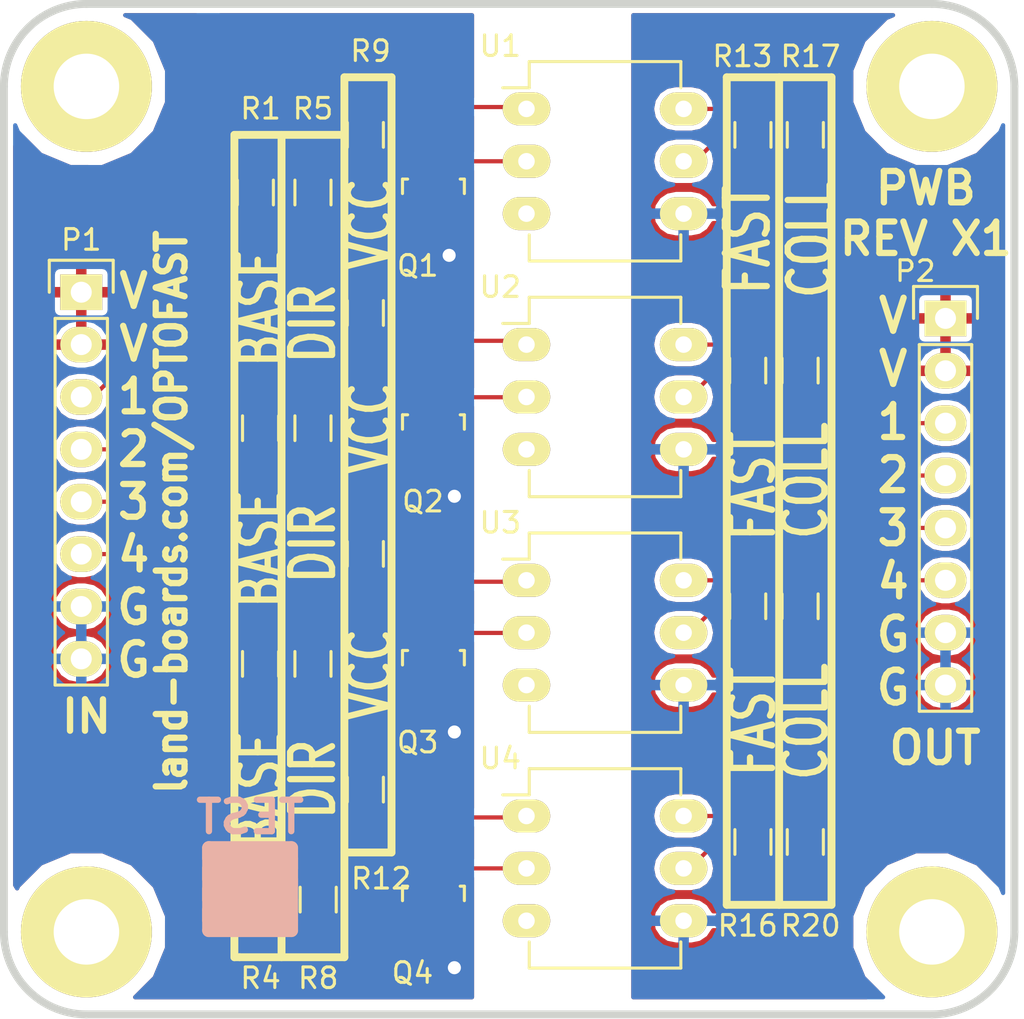
<source format=kicad_pcb>
(kicad_pcb (version 4) (host pcbnew "(after 2015-mar-04 BZR unknown)-product")

  (general
    (links 60)
    (no_connects 0)
    (area -6.203543 -2.858 53.073172 49.222501)
    (thickness 1.6002)
    (drawings 46)
    (tracks 148)
    (zones 0)
    (modules 37)
    (nets 29)
  )

  (page A4)
  (layers
    (0 Front signal)
    (31 Back signal)
    (36 B.SilkS user)
    (37 F.SilkS user)
    (38 B.Mask user)
    (39 F.Mask user)
    (40 Dwgs.User user)
    (41 Cmts.User user)
    (44 Edge.Cuts user)
  )

  (setup
    (last_trace_width 0.2032)
    (user_trace_width 0.635)
    (trace_clearance 0.254)
    (zone_clearance 0.254)
    (zone_45_only no)
    (trace_min 0.2032)
    (segment_width 0.381)
    (edge_width 0.381)
    (via_size 0.889)
    (via_drill 0.635)
    (via_min_size 0.889)
    (via_min_drill 0.508)
    (uvia_size 0.508)
    (uvia_drill 0.127)
    (uvias_allowed no)
    (uvia_min_size 0.508)
    (uvia_min_drill 0.127)
    (pcb_text_width 0.3048)
    (pcb_text_size 1.524 2.032)
    (mod_edge_width 0.381)
    (mod_text_size 1.27 1.27)
    (mod_text_width 0.254)
    (pad_size 1.6764 1.6764)
    (pad_drill 0.8128)
    (pad_to_mask_clearance 0.254)
    (aux_axis_origin 0 0)
    (visible_elements 7FFFFF7F)
    (pcbplotparams
      (layerselection 0x010f0_80000001)
      (usegerberextensions true)
      (excludeedgelayer true)
      (linewidth 0.150000)
      (plotframeref false)
      (viasonmask false)
      (mode 1)
      (useauxorigin false)
      (hpglpennumber 1)
      (hpglpenspeed 20)
      (hpglpendiameter 15)
      (hpglpenoverlay 0)
      (psnegative false)
      (psa4output false)
      (plotreference true)
      (plotvalue false)
      (plotinvisibletext false)
      (padsonsilk false)
      (subtractmaskfromsilk false)
      (outputformat 1)
      (mirror false)
      (drillshape 0)
      (scaleselection 1)
      (outputdirectory plots/))
  )

  (net 0 "")
  (net 1 /OptoBlk1/VCC1)
  (net 2 /OptoBlk1/IN1)
  (net 3 /OptoBlk1/OUT)
  (net 4 /OptoBlk1/GND1)
  (net 5 /OptoBlk2/IN1)
  (net 6 /OptoBlk3/IN1)
  (net 7 /OptoBlk4/IN1)
  (net 8 /OptoBlk2/OUT)
  (net 9 /OptoBlk3/OUT)
  (net 10 /OptoBlk4/OUT)
  (net 11 /OptoBlk1/VCC2)
  (net 12 /OptoBlk1/GND2)
  (net 13 "Net-(Q1-Pad1)")
  (net 14 "Net-(Q1-Pad3)")
  (net 15 "Net-(Q2-Pad1)")
  (net 16 "Net-(Q2-Pad3)")
  (net 17 "Net-(Q3-Pad1)")
  (net 18 "Net-(Q3-Pad3)")
  (net 19 "Net-(Q4-Pad1)")
  (net 20 "Net-(Q4-Pad3)")
  (net 21 "Net-(R11-Pad2)")
  (net 22 "Net-(R13-Pad1)")
  (net 23 "Net-(R14-Pad1)")
  (net 24 "Net-(R15-Pad1)")
  (net 25 "Net-(R16-Pad1)")
  (net 26 "Net-(R9-Pad2)")
  (net 27 "Net-(R10-Pad2)")
  (net 28 "Net-(R12-Pad2)")

  (net_class Default "This is the default net class."
    (clearance 0.254)
    (trace_width 0.2032)
    (via_dia 0.889)
    (via_drill 0.635)
    (uvia_dia 0.508)
    (uvia_drill 0.127)
    (add_net /OptoBlk1/GND1)
    (add_net /OptoBlk1/GND2)
    (add_net /OptoBlk1/IN1)
    (add_net /OptoBlk1/OUT)
    (add_net /OptoBlk1/VCC1)
    (add_net /OptoBlk1/VCC2)
    (add_net /OptoBlk2/IN1)
    (add_net /OptoBlk2/OUT)
    (add_net /OptoBlk3/IN1)
    (add_net /OptoBlk3/OUT)
    (add_net /OptoBlk4/IN1)
    (add_net /OptoBlk4/OUT)
    (add_net "Net-(Q1-Pad1)")
    (add_net "Net-(Q1-Pad3)")
    (add_net "Net-(Q2-Pad1)")
    (add_net "Net-(Q2-Pad3)")
    (add_net "Net-(Q3-Pad1)")
    (add_net "Net-(Q3-Pad3)")
    (add_net "Net-(Q4-Pad1)")
    (add_net "Net-(Q4-Pad3)")
    (add_net "Net-(R10-Pad2)")
    (add_net "Net-(R11-Pad2)")
    (add_net "Net-(R12-Pad2)")
    (add_net "Net-(R13-Pad1)")
    (add_net "Net-(R14-Pad1)")
    (add_net "Net-(R15-Pad1)")
    (add_net "Net-(R16-Pad1)")
    (add_net "Net-(R9-Pad2)")
  )

  (module FIDUCIAL (layer Front) (tedit 518BF783) (tstamp 557AF8C2)
    (at 45.406 39.38)
    (path /537A5EE1)
    (fp_text reference FID1 (at 0 2.3495) (layer F.SilkS) hide
      (effects (font (size 1.016 1.016) (thickness 0.2032)))
    )
    (fp_text value ADAFRUIT_FIDUCIAL (at 0.127 -2.794) (layer F.SilkS) hide
      (effects (font (size 1.016 1.016) (thickness 0.2032)))
    )
    (pad 1 smd circle (at 0 0) (size 1 1) (layers Front F.Mask)
      (solder_mask_margin 1) (clearance 1))
  )

  (module FIDUCIAL (layer Front) (tedit 518BF783) (tstamp 557AF8C7)
    (at 9.906 2.032)
    (path /537A5ED2)
    (fp_text reference FID2 (at 0 2.3495) (layer F.SilkS) hide
      (effects (font (size 1.016 1.016) (thickness 0.2032)))
    )
    (fp_text value ADAFRUIT_FIDUCIAL (at 0.127 -2.794) (layer F.SilkS) hide
      (effects (font (size 1.016 1.016) (thickness 0.2032)))
    )
    (pad 1 smd circle (at 0 0) (size 1 1) (layers Front F.Mask)
      (solder_mask_margin 1) (clearance 1))
  )

  (module Resistors_SMD:R_0805_HandSoldering (layer Front) (tedit 58580B9E) (tstamp 557B0568)
    (at 12.192 9.144 270)
    (descr "Resistor SMD 0805, hand soldering")
    (tags "resistor 0805")
    (path /557B9C27/557B9EBF)
    (attr smd)
    (fp_text reference R1 (at -4.064 -0.254 360) (layer F.SilkS)
      (effects (font (size 1 1) (thickness 0.15)))
    )
    (fp_text value 10K (at 0 2.1 270) (layer F.SilkS) hide
      (effects (font (size 1 1) (thickness 0.15)))
    )
    (fp_line (start -2.4 -1) (end 2.4 -1) (layer F.CrtYd) (width 0.05))
    (fp_line (start -2.4 1) (end 2.4 1) (layer F.CrtYd) (width 0.05))
    (fp_line (start -2.4 -1) (end -2.4 1) (layer F.CrtYd) (width 0.05))
    (fp_line (start 2.4 -1) (end 2.4 1) (layer F.CrtYd) (width 0.05))
    (fp_line (start 0.6 0.875) (end -0.6 0.875) (layer F.SilkS) (width 0.15))
    (fp_line (start -0.6 -0.875) (end 0.6 -0.875) (layer F.SilkS) (width 0.15))
    (pad 1 smd rect (at -1.35 0 270) (size 1.5 1.3) (layers Front F.Mask)
      (net 2 /OptoBlk1/IN1))
    (pad 2 smd rect (at 1.35 0 270) (size 1.5 1.3) (layers Front F.Mask)
      (net 13 "Net-(Q1-Pad1)"))
    (model Resistors_SMD.3dshapes/R_0805_HandSoldering.wrl
      (at (xyz 0 0 0))
      (scale (xyz 1 1 1))
      (rotate (xyz 0 0 0))
    )
  )

  (module Resistors_SMD:R_0805_HandSoldering (layer Front) (tedit 58580B96) (tstamp 557B0573)
    (at 17.526 6.35 90)
    (descr "Resistor SMD 0805, hand soldering")
    (tags "resistor 0805")
    (path /557B9C27/557B9EB0)
    (attr smd)
    (fp_text reference R9 (at 4.064 0.254 180) (layer F.SilkS)
      (effects (font (size 1 1) (thickness 0.15)))
    )
    (fp_text value 330 (at 0 2.1 90) (layer F.SilkS) hide
      (effects (font (size 1 1) (thickness 0.15)))
    )
    (fp_line (start -2.4 -1) (end 2.4 -1) (layer F.CrtYd) (width 0.05))
    (fp_line (start -2.4 1) (end 2.4 1) (layer F.CrtYd) (width 0.05))
    (fp_line (start -2.4 -1) (end -2.4 1) (layer F.CrtYd) (width 0.05))
    (fp_line (start 2.4 -1) (end 2.4 1) (layer F.CrtYd) (width 0.05))
    (fp_line (start 0.6 0.875) (end -0.6 0.875) (layer F.SilkS) (width 0.15))
    (fp_line (start -0.6 -0.875) (end 0.6 -0.875) (layer F.SilkS) (width 0.15))
    (pad 1 smd rect (at -1.35 0 90) (size 1.5 1.3) (layers Front F.Mask)
      (net 1 /OptoBlk1/VCC1))
    (pad 2 smd rect (at 1.35 0 90) (size 1.5 1.3) (layers Front F.Mask)
      (net 26 "Net-(R9-Pad2)"))
    (model Resistors_SMD.3dshapes/R_0805_HandSoldering.wrl
      (at (xyz 0 0 0))
      (scale (xyz 1 1 1))
      (rotate (xyz 0 0 0))
    )
  )

  (module Resistors_SMD:R_0805_HandSoldering (layer Front) (tedit 58580C2E) (tstamp 557B057E)
    (at 38.862 6.35 90)
    (descr "Resistor SMD 0805, hand soldering")
    (tags "resistor 0805")
    (path /557B9C27/557B9F95)
    (attr smd)
    (fp_text reference R17 (at 3.81 0.254 180) (layer F.SilkS)
      (effects (font (size 1 1) (thickness 0.15)))
    )
    (fp_text value 4.7K (at 0 2.1 90) (layer F.SilkS) hide
      (effects (font (size 1 1) (thickness 0.15)))
    )
    (fp_line (start -2.4 -1) (end 2.4 -1) (layer F.CrtYd) (width 0.05))
    (fp_line (start -2.4 1) (end 2.4 1) (layer F.CrtYd) (width 0.05))
    (fp_line (start -2.4 -1) (end -2.4 1) (layer F.CrtYd) (width 0.05))
    (fp_line (start 2.4 -1) (end 2.4 1) (layer F.CrtYd) (width 0.05))
    (fp_line (start 0.6 0.875) (end -0.6 0.875) (layer F.SilkS) (width 0.15))
    (fp_line (start -0.6 -0.875) (end 0.6 -0.875) (layer F.SilkS) (width 0.15))
    (pad 1 smd rect (at -1.35 0 90) (size 1.5 1.3) (layers Front F.Mask)
      (net 3 /OptoBlk1/OUT))
    (pad 2 smd rect (at 1.35 0 90) (size 1.5 1.3) (layers Front F.Mask)
      (net 11 /OptoBlk1/VCC2))
    (model Resistors_SMD.3dshapes/R_0805_HandSoldering.wrl
      (at (xyz 0 0 0))
      (scale (xyz 1 1 1))
      (rotate (xyz 0 0 0))
    )
  )

  (module Resistors_SMD:R_0805_HandSoldering (layer Front) (tedit 58580BA4) (tstamp 557B0589)
    (at 12.446 20.574 270)
    (descr "Resistor SMD 0805, hand soldering")
    (tags "resistor 0805")
    (path /557BCF63/557B9EBF)
    (attr smd)
    (fp_text reference R2 (at -1.524 2.286 270) (layer F.SilkS) hide
      (effects (font (size 1 1) (thickness 0.15)))
    )
    (fp_text value 10K (at 0 2.1 270) (layer F.SilkS) hide
      (effects (font (size 1 1) (thickness 0.15)))
    )
    (fp_line (start -2.4 -1) (end 2.4 -1) (layer F.CrtYd) (width 0.05))
    (fp_line (start -2.4 1) (end 2.4 1) (layer F.CrtYd) (width 0.05))
    (fp_line (start -2.4 -1) (end -2.4 1) (layer F.CrtYd) (width 0.05))
    (fp_line (start 2.4 -1) (end 2.4 1) (layer F.CrtYd) (width 0.05))
    (fp_line (start 0.6 0.875) (end -0.6 0.875) (layer F.SilkS) (width 0.15))
    (fp_line (start -0.6 -0.875) (end 0.6 -0.875) (layer F.SilkS) (width 0.15))
    (pad 1 smd rect (at -1.35 0 270) (size 1.5 1.3) (layers Front F.Mask)
      (net 5 /OptoBlk2/IN1))
    (pad 2 smd rect (at 1.35 0 270) (size 1.5 1.3) (layers Front F.Mask)
      (net 15 "Net-(Q2-Pad1)"))
    (model Resistors_SMD.3dshapes/R_0805_HandSoldering.wrl
      (at (xyz 0 0 0))
      (scale (xyz 1 1 1))
      (rotate (xyz 0 0 0))
    )
  )

  (module Resistors_SMD:R_0805_HandSoldering (layer Front) (tedit 58580BBE) (tstamp 557B0594)
    (at 17.526 14.986 270)
    (descr "Resistor SMD 0805, hand soldering")
    (tags "resistor 0805")
    (path /557BCF63/557B9EB0)
    (attr smd)
    (fp_text reference R10 (at 0 -2.286 270) (layer F.SilkS) hide
      (effects (font (size 1 1) (thickness 0.15)))
    )
    (fp_text value 330 (at 0 2.1 270) (layer F.SilkS) hide
      (effects (font (size 1 1) (thickness 0.15)))
    )
    (fp_line (start -2.4 -1) (end 2.4 -1) (layer F.CrtYd) (width 0.05))
    (fp_line (start -2.4 1) (end 2.4 1) (layer F.CrtYd) (width 0.05))
    (fp_line (start -2.4 -1) (end -2.4 1) (layer F.CrtYd) (width 0.05))
    (fp_line (start 2.4 -1) (end 2.4 1) (layer F.CrtYd) (width 0.05))
    (fp_line (start 0.6 0.875) (end -0.6 0.875) (layer F.SilkS) (width 0.15))
    (fp_line (start -0.6 -0.875) (end 0.6 -0.875) (layer F.SilkS) (width 0.15))
    (pad 1 smd rect (at -1.35 0 270) (size 1.5 1.3) (layers Front F.Mask)
      (net 1 /OptoBlk1/VCC1))
    (pad 2 smd rect (at 1.35 0 270) (size 1.5 1.3) (layers Front F.Mask)
      (net 27 "Net-(R10-Pad2)"))
    (model Resistors_SMD.3dshapes/R_0805_HandSoldering.wrl
      (at (xyz 0 0 0))
      (scale (xyz 1 1 1))
      (rotate (xyz 0 0 0))
    )
  )

  (module Resistors_SMD:R_0805_HandSoldering (layer Front) (tedit 58580C34) (tstamp 557B059F)
    (at 38.608 17.78 90)
    (descr "Resistor SMD 0805, hand soldering")
    (tags "resistor 0805")
    (path /557BCF63/557B9F95)
    (attr smd)
    (fp_text reference R18 (at 3.048 0.254 180) (layer F.SilkS) hide
      (effects (font (size 1 1) (thickness 0.15)))
    )
    (fp_text value 4.7K (at 0 2.1 90) (layer F.SilkS) hide
      (effects (font (size 1 1) (thickness 0.15)))
    )
    (fp_line (start -2.4 -1) (end 2.4 -1) (layer F.CrtYd) (width 0.05))
    (fp_line (start -2.4 1) (end 2.4 1) (layer F.CrtYd) (width 0.05))
    (fp_line (start -2.4 -1) (end -2.4 1) (layer F.CrtYd) (width 0.05))
    (fp_line (start 2.4 -1) (end 2.4 1) (layer F.CrtYd) (width 0.05))
    (fp_line (start 0.6 0.875) (end -0.6 0.875) (layer F.SilkS) (width 0.15))
    (fp_line (start -0.6 -0.875) (end 0.6 -0.875) (layer F.SilkS) (width 0.15))
    (pad 1 smd rect (at -1.35 0 90) (size 1.5 1.3) (layers Front F.Mask)
      (net 8 /OptoBlk2/OUT))
    (pad 2 smd rect (at 1.35 0 90) (size 1.5 1.3) (layers Front F.Mask)
      (net 11 /OptoBlk1/VCC2))
    (model Resistors_SMD.3dshapes/R_0805_HandSoldering.wrl
      (at (xyz 0 0 0))
      (scale (xyz 1 1 1))
      (rotate (xyz 0 0 0))
    )
  )

  (module Resistors_SMD:R_0805_HandSoldering (layer Front) (tedit 58580BA7) (tstamp 557B05AA)
    (at 12.446 32.004 270)
    (descr "Resistor SMD 0805, hand soldering")
    (tags "resistor 0805")
    (path /557BD8A1/557B9EBF)
    (attr smd)
    (fp_text reference R3 (at 0.254 2.286 270) (layer F.SilkS) hide
      (effects (font (size 1 1) (thickness 0.15)))
    )
    (fp_text value 10K (at 0 2.1 270) (layer F.SilkS) hide
      (effects (font (size 1 1) (thickness 0.15)))
    )
    (fp_line (start -2.4 -1) (end 2.4 -1) (layer F.CrtYd) (width 0.05))
    (fp_line (start -2.4 1) (end 2.4 1) (layer F.CrtYd) (width 0.05))
    (fp_line (start -2.4 -1) (end -2.4 1) (layer F.CrtYd) (width 0.05))
    (fp_line (start 2.4 -1) (end 2.4 1) (layer F.CrtYd) (width 0.05))
    (fp_line (start 0.6 0.875) (end -0.6 0.875) (layer F.SilkS) (width 0.15))
    (fp_line (start -0.6 -0.875) (end 0.6 -0.875) (layer F.SilkS) (width 0.15))
    (pad 1 smd rect (at -1.35 0 270) (size 1.5 1.3) (layers Front F.Mask)
      (net 6 /OptoBlk3/IN1))
    (pad 2 smd rect (at 1.35 0 270) (size 1.5 1.3) (layers Front F.Mask)
      (net 17 "Net-(Q3-Pad1)"))
    (model Resistors_SMD.3dshapes/R_0805_HandSoldering.wrl
      (at (xyz 0 0 0))
      (scale (xyz 1 1 1))
      (rotate (xyz 0 0 0))
    )
  )

  (module Resistors_SMD:R_0805_HandSoldering (layer Front) (tedit 58580BBB) (tstamp 557B05B5)
    (at 17.526 26.67 270)
    (descr "Resistor SMD 0805, hand soldering")
    (tags "resistor 0805")
    (path /557BD8A1/557B9EB0)
    (attr smd)
    (fp_text reference R11 (at 0 -2.286 270) (layer F.SilkS) hide
      (effects (font (size 1 1) (thickness 0.15)))
    )
    (fp_text value 330 (at 0 2.1 270) (layer F.SilkS) hide
      (effects (font (size 1 1) (thickness 0.15)))
    )
    (fp_line (start -2.4 -1) (end 2.4 -1) (layer F.CrtYd) (width 0.05))
    (fp_line (start -2.4 1) (end 2.4 1) (layer F.CrtYd) (width 0.05))
    (fp_line (start -2.4 -1) (end -2.4 1) (layer F.CrtYd) (width 0.05))
    (fp_line (start 2.4 -1) (end 2.4 1) (layer F.CrtYd) (width 0.05))
    (fp_line (start 0.6 0.875) (end -0.6 0.875) (layer F.SilkS) (width 0.15))
    (fp_line (start -0.6 -0.875) (end 0.6 -0.875) (layer F.SilkS) (width 0.15))
    (pad 1 smd rect (at -1.35 0 270) (size 1.5 1.3) (layers Front F.Mask)
      (net 1 /OptoBlk1/VCC1))
    (pad 2 smd rect (at 1.35 0 270) (size 1.5 1.3) (layers Front F.Mask)
      (net 21 "Net-(R11-Pad2)"))
    (model Resistors_SMD.3dshapes/R_0805_HandSoldering.wrl
      (at (xyz 0 0 0))
      (scale (xyz 1 1 1))
      (rotate (xyz 0 0 0))
    )
  )

  (module Resistors_SMD:R_0805_HandSoldering (layer Front) (tedit 58580C3A) (tstamp 557B05C0)
    (at 38.608 29.21 90)
    (descr "Resistor SMD 0805, hand soldering")
    (tags "resistor 0805")
    (path /557BD8A1/557B9F95)
    (attr smd)
    (fp_text reference R19 (at 3.048 0.254 180) (layer F.SilkS) hide
      (effects (font (size 1 1) (thickness 0.15)))
    )
    (fp_text value 4.7K (at 0 2.1 90) (layer F.SilkS) hide
      (effects (font (size 1 1) (thickness 0.15)))
    )
    (fp_line (start -2.4 -1) (end 2.4 -1) (layer F.CrtYd) (width 0.05))
    (fp_line (start -2.4 1) (end 2.4 1) (layer F.CrtYd) (width 0.05))
    (fp_line (start -2.4 -1) (end -2.4 1) (layer F.CrtYd) (width 0.05))
    (fp_line (start 2.4 -1) (end 2.4 1) (layer F.CrtYd) (width 0.05))
    (fp_line (start 0.6 0.875) (end -0.6 0.875) (layer F.SilkS) (width 0.15))
    (fp_line (start -0.6 -0.875) (end 0.6 -0.875) (layer F.SilkS) (width 0.15))
    (pad 1 smd rect (at -1.35 0 90) (size 1.5 1.3) (layers Front F.Mask)
      (net 9 /OptoBlk3/OUT))
    (pad 2 smd rect (at 1.35 0 90) (size 1.5 1.3) (layers Front F.Mask)
      (net 11 /OptoBlk1/VCC2))
    (model Resistors_SMD.3dshapes/R_0805_HandSoldering.wrl
      (at (xyz 0 0 0))
      (scale (xyz 1 1 1))
      (rotate (xyz 0 0 0))
    )
  )

  (module Resistors_SMD:R_0805_HandSoldering (layer Front) (tedit 58580BB0) (tstamp 557B05CB)
    (at 12.446 43.434 270)
    (descr "Resistor SMD 0805, hand soldering")
    (tags "resistor 0805")
    (path /557BD8A9/557B9EBF)
    (attr smd)
    (fp_text reference R4 (at 3.81 0 360) (layer F.SilkS)
      (effects (font (size 1 1) (thickness 0.15)))
    )
    (fp_text value 10K (at 0 2.1 270) (layer F.SilkS) hide
      (effects (font (size 1 1) (thickness 0.15)))
    )
    (fp_line (start -2.4 -1) (end 2.4 -1) (layer F.CrtYd) (width 0.05))
    (fp_line (start -2.4 1) (end 2.4 1) (layer F.CrtYd) (width 0.05))
    (fp_line (start -2.4 -1) (end -2.4 1) (layer F.CrtYd) (width 0.05))
    (fp_line (start 2.4 -1) (end 2.4 1) (layer F.CrtYd) (width 0.05))
    (fp_line (start 0.6 0.875) (end -0.6 0.875) (layer F.SilkS) (width 0.15))
    (fp_line (start -0.6 -0.875) (end 0.6 -0.875) (layer F.SilkS) (width 0.15))
    (pad 1 smd rect (at -1.35 0 270) (size 1.5 1.3) (layers Front F.Mask)
      (net 7 /OptoBlk4/IN1))
    (pad 2 smd rect (at 1.35 0 270) (size 1.5 1.3) (layers Front F.Mask)
      (net 19 "Net-(Q4-Pad1)"))
    (model Resistors_SMD.3dshapes/R_0805_HandSoldering.wrl
      (at (xyz 0 0 0))
      (scale (xyz 1 1 1))
      (rotate (xyz 0 0 0))
    )
  )

  (module Resistors_SMD:R_0805_HandSoldering (layer Front) (tedit 58580C79) (tstamp 557B05D6)
    (at 17.526 38.1 270)
    (descr "Resistor SMD 0805, hand soldering")
    (tags "resistor 0805")
    (path /557BD8A9/557B9EB0)
    (attr smd)
    (fp_text reference R12 (at 4.318 -0.762 540) (layer F.SilkS)
      (effects (font (size 1 1) (thickness 0.15)))
    )
    (fp_text value 330 (at 0 2.1 270) (layer F.SilkS) hide
      (effects (font (size 1 1) (thickness 0.15)))
    )
    (fp_line (start -2.4 -1) (end 2.4 -1) (layer F.CrtYd) (width 0.05))
    (fp_line (start -2.4 1) (end 2.4 1) (layer F.CrtYd) (width 0.05))
    (fp_line (start -2.4 -1) (end -2.4 1) (layer F.CrtYd) (width 0.05))
    (fp_line (start 2.4 -1) (end 2.4 1) (layer F.CrtYd) (width 0.05))
    (fp_line (start 0.6 0.875) (end -0.6 0.875) (layer F.SilkS) (width 0.15))
    (fp_line (start -0.6 -0.875) (end 0.6 -0.875) (layer F.SilkS) (width 0.15))
    (pad 1 smd rect (at -1.35 0 270) (size 1.5 1.3) (layers Front F.Mask)
      (net 1 /OptoBlk1/VCC1))
    (pad 2 smd rect (at 1.35 0 270) (size 1.5 1.3) (layers Front F.Mask)
      (net 28 "Net-(R12-Pad2)"))
    (model Resistors_SMD.3dshapes/R_0805_HandSoldering.wrl
      (at (xyz 0 0 0))
      (scale (xyz 1 1 1))
      (rotate (xyz 0 0 0))
    )
  )

  (module Resistors_SMD:R_0805_HandSoldering (layer Front) (tedit 58580C3F) (tstamp 557B05E1)
    (at 38.862 40.64 90)
    (descr "Resistor SMD 0805, hand soldering")
    (tags "resistor 0805")
    (path /557BD8A9/557B9F95)
    (attr smd)
    (fp_text reference R20 (at -4.064 0.254 180) (layer F.SilkS)
      (effects (font (size 1 1) (thickness 0.15)))
    )
    (fp_text value 4.7K (at 0 2.1 90) (layer F.SilkS) hide
      (effects (font (size 1 1) (thickness 0.15)))
    )
    (fp_line (start -2.4 -1) (end 2.4 -1) (layer F.CrtYd) (width 0.05))
    (fp_line (start -2.4 1) (end 2.4 1) (layer F.CrtYd) (width 0.05))
    (fp_line (start -2.4 -1) (end -2.4 1) (layer F.CrtYd) (width 0.05))
    (fp_line (start 2.4 -1) (end 2.4 1) (layer F.CrtYd) (width 0.05))
    (fp_line (start 0.6 0.875) (end -0.6 0.875) (layer F.SilkS) (width 0.15))
    (fp_line (start -0.6 -0.875) (end 0.6 -0.875) (layer F.SilkS) (width 0.15))
    (pad 1 smd rect (at -1.35 0 90) (size 1.5 1.3) (layers Front F.Mask)
      (net 10 /OptoBlk4/OUT))
    (pad 2 smd rect (at 1.35 0 90) (size 1.5 1.3) (layers Front F.Mask)
      (net 11 /OptoBlk1/VCC2))
    (model Resistors_SMD.3dshapes/R_0805_HandSoldering.wrl
      (at (xyz 0 0 0))
      (scale (xyz 1 1 1))
      (rotate (xyz 0 0 0))
    )
  )

  (module Housings_DIP:DIP-6_W7.62mm_LongPads (layer Front) (tedit 557B0961) (tstamp 557B0684)
    (at 25.34 5.09)
    (descr "6-lead dip package, row spacing 7.62 mm (300 mils), longer pads")
    (tags "dil dip 2.54 300")
    (path /557B9C27/557B9EA9)
    (fp_text reference U1 (at -1.27 -3.048) (layer F.SilkS)
      (effects (font (size 1 1) (thickness 0.15)))
    )
    (fp_text value 4N26 (at 0 -3.72) (layer F.SilkS) hide
      (effects (font (size 1 1) (thickness 0.15)))
    )
    (fp_line (start -1.4 -2.45) (end -1.4 7.55) (layer F.CrtYd) (width 0.05))
    (fp_line (start 9 -2.45) (end 9 7.55) (layer F.CrtYd) (width 0.05))
    (fp_line (start -1.4 -2.45) (end 9 -2.45) (layer F.CrtYd) (width 0.05))
    (fp_line (start -1.4 7.55) (end 9 7.55) (layer F.CrtYd) (width 0.05))
    (fp_line (start 0.135 -2.295) (end 0.135 -1.025) (layer F.SilkS) (width 0.15))
    (fp_line (start 7.485 -2.295) (end 7.485 -1.025) (layer F.SilkS) (width 0.15))
    (fp_line (start 7.485 7.375) (end 7.485 6.105) (layer F.SilkS) (width 0.15))
    (fp_line (start 0.135 7.375) (end 0.135 6.105) (layer F.SilkS) (width 0.15))
    (fp_line (start 0.135 -2.295) (end 7.485 -2.295) (layer F.SilkS) (width 0.15))
    (fp_line (start 0.135 7.375) (end 7.485 7.375) (layer F.SilkS) (width 0.15))
    (fp_line (start 0.135 -1.025) (end -1.15 -1.025) (layer F.SilkS) (width 0.15))
    (pad 1 thru_hole oval (at 0 0) (size 2.3 1.6) (drill 0.8) (layers *.Cu *.Mask F.SilkS)
      (net 26 "Net-(R9-Pad2)"))
    (pad 2 thru_hole oval (at 0 2.54) (size 2.3 1.6) (drill 0.8) (layers *.Cu *.Mask F.SilkS)
      (net 14 "Net-(Q1-Pad3)"))
    (pad 3 thru_hole oval (at 0 5.08) (size 2.3 1.6) (drill 0.8) (layers *.Cu *.Mask F.SilkS))
    (pad 4 thru_hole oval (at 7.62 5.08) (size 2.3 1.6) (drill 0.8) (layers *.Cu *.Mask F.SilkS)
      (net 12 /OptoBlk1/GND2))
    (pad 5 thru_hole oval (at 7.62 2.54) (size 2.3 1.6) (drill 0.8) (layers *.Cu *.Mask F.SilkS)
      (net 3 /OptoBlk1/OUT))
    (pad 6 thru_hole oval (at 7.62 0) (size 2.3 1.6) (drill 0.8) (layers *.Cu *.Mask F.SilkS)
      (net 22 "Net-(R13-Pad1)"))
    (model Housings_DIP.3dshapes/DIP-6_W7.62mm_LongPads.wrl
      (at (xyz 0 0 0))
      (scale (xyz 1 1 1))
      (rotate (xyz 0 0 0))
    )
  )

  (module Housings_DIP:DIP-6_W7.62mm_LongPads (layer Front) (tedit 557B0969) (tstamp 557B0699)
    (at 25.34 16.52)
    (descr "6-lead dip package, row spacing 7.62 mm (300 mils), longer pads")
    (tags "dil dip 2.54 300")
    (path /557BCF63/557B9EA9)
    (fp_text reference U2 (at -1.27 -2.794) (layer F.SilkS)
      (effects (font (size 1 1) (thickness 0.15)))
    )
    (fp_text value 4N26 (at 0 -3.72) (layer F.SilkS) hide
      (effects (font (size 1 1) (thickness 0.15)))
    )
    (fp_line (start -1.4 -2.45) (end -1.4 7.55) (layer F.CrtYd) (width 0.05))
    (fp_line (start 9 -2.45) (end 9 7.55) (layer F.CrtYd) (width 0.05))
    (fp_line (start -1.4 -2.45) (end 9 -2.45) (layer F.CrtYd) (width 0.05))
    (fp_line (start -1.4 7.55) (end 9 7.55) (layer F.CrtYd) (width 0.05))
    (fp_line (start 0.135 -2.295) (end 0.135 -1.025) (layer F.SilkS) (width 0.15))
    (fp_line (start 7.485 -2.295) (end 7.485 -1.025) (layer F.SilkS) (width 0.15))
    (fp_line (start 7.485 7.375) (end 7.485 6.105) (layer F.SilkS) (width 0.15))
    (fp_line (start 0.135 7.375) (end 0.135 6.105) (layer F.SilkS) (width 0.15))
    (fp_line (start 0.135 -2.295) (end 7.485 -2.295) (layer F.SilkS) (width 0.15))
    (fp_line (start 0.135 7.375) (end 7.485 7.375) (layer F.SilkS) (width 0.15))
    (fp_line (start 0.135 -1.025) (end -1.15 -1.025) (layer F.SilkS) (width 0.15))
    (pad 1 thru_hole oval (at 0 0) (size 2.3 1.6) (drill 0.8) (layers *.Cu *.Mask F.SilkS)
      (net 27 "Net-(R10-Pad2)"))
    (pad 2 thru_hole oval (at 0 2.54) (size 2.3 1.6) (drill 0.8) (layers *.Cu *.Mask F.SilkS)
      (net 16 "Net-(Q2-Pad3)"))
    (pad 3 thru_hole oval (at 0 5.08) (size 2.3 1.6) (drill 0.8) (layers *.Cu *.Mask F.SilkS))
    (pad 4 thru_hole oval (at 7.62 5.08) (size 2.3 1.6) (drill 0.8) (layers *.Cu *.Mask F.SilkS)
      (net 12 /OptoBlk1/GND2))
    (pad 5 thru_hole oval (at 7.62 2.54) (size 2.3 1.6) (drill 0.8) (layers *.Cu *.Mask F.SilkS)
      (net 8 /OptoBlk2/OUT))
    (pad 6 thru_hole oval (at 7.62 0) (size 2.3 1.6) (drill 0.8) (layers *.Cu *.Mask F.SilkS)
      (net 23 "Net-(R14-Pad1)"))
    (model Housings_DIP.3dshapes/DIP-6_W7.62mm_LongPads.wrl
      (at (xyz 0 0 0))
      (scale (xyz 1 1 1))
      (rotate (xyz 0 0 0))
    )
  )

  (module Housings_DIP:DIP-6_W7.62mm_LongPads (layer Front) (tedit 557B0971) (tstamp 557B06AE)
    (at 25.34 27.95)
    (descr "6-lead dip package, row spacing 7.62 mm (300 mils), longer pads")
    (tags "dil dip 2.54 300")
    (path /557BD8A1/557B9EA9)
    (fp_text reference U3 (at -1.27 -2.794) (layer F.SilkS)
      (effects (font (size 1 1) (thickness 0.15)))
    )
    (fp_text value 4N26 (at 0 -3.72) (layer F.SilkS) hide
      (effects (font (size 1 1) (thickness 0.15)))
    )
    (fp_line (start -1.4 -2.45) (end -1.4 7.55) (layer F.CrtYd) (width 0.05))
    (fp_line (start 9 -2.45) (end 9 7.55) (layer F.CrtYd) (width 0.05))
    (fp_line (start -1.4 -2.45) (end 9 -2.45) (layer F.CrtYd) (width 0.05))
    (fp_line (start -1.4 7.55) (end 9 7.55) (layer F.CrtYd) (width 0.05))
    (fp_line (start 0.135 -2.295) (end 0.135 -1.025) (layer F.SilkS) (width 0.15))
    (fp_line (start 7.485 -2.295) (end 7.485 -1.025) (layer F.SilkS) (width 0.15))
    (fp_line (start 7.485 7.375) (end 7.485 6.105) (layer F.SilkS) (width 0.15))
    (fp_line (start 0.135 7.375) (end 0.135 6.105) (layer F.SilkS) (width 0.15))
    (fp_line (start 0.135 -2.295) (end 7.485 -2.295) (layer F.SilkS) (width 0.15))
    (fp_line (start 0.135 7.375) (end 7.485 7.375) (layer F.SilkS) (width 0.15))
    (fp_line (start 0.135 -1.025) (end -1.15 -1.025) (layer F.SilkS) (width 0.15))
    (pad 1 thru_hole oval (at 0 0) (size 2.3 1.6) (drill 0.8) (layers *.Cu *.Mask F.SilkS)
      (net 21 "Net-(R11-Pad2)"))
    (pad 2 thru_hole oval (at 0 2.54) (size 2.3 1.6) (drill 0.8) (layers *.Cu *.Mask F.SilkS)
      (net 18 "Net-(Q3-Pad3)"))
    (pad 3 thru_hole oval (at 0 5.08) (size 2.3 1.6) (drill 0.8) (layers *.Cu *.Mask F.SilkS))
    (pad 4 thru_hole oval (at 7.62 5.08) (size 2.3 1.6) (drill 0.8) (layers *.Cu *.Mask F.SilkS)
      (net 12 /OptoBlk1/GND2))
    (pad 5 thru_hole oval (at 7.62 2.54) (size 2.3 1.6) (drill 0.8) (layers *.Cu *.Mask F.SilkS)
      (net 9 /OptoBlk3/OUT))
    (pad 6 thru_hole oval (at 7.62 0) (size 2.3 1.6) (drill 0.8) (layers *.Cu *.Mask F.SilkS)
      (net 24 "Net-(R15-Pad1)"))
    (model Housings_DIP.3dshapes/DIP-6_W7.62mm_LongPads.wrl
      (at (xyz 0 0 0))
      (scale (xyz 1 1 1))
      (rotate (xyz 0 0 0))
    )
  )

  (module Housings_DIP:DIP-6_W7.62mm_LongPads (layer Front) (tedit 557B0978) (tstamp 557B06C3)
    (at 25.34 39.38)
    (descr "6-lead dip package, row spacing 7.62 mm (300 mils), longer pads")
    (tags "dil dip 2.54 300")
    (path /557BD8A9/557B9EA9)
    (fp_text reference U4 (at -1.27 -2.794) (layer F.SilkS)
      (effects (font (size 1 1) (thickness 0.15)))
    )
    (fp_text value 4N26 (at 0 -3.72) (layer F.SilkS) hide
      (effects (font (size 1 1) (thickness 0.15)))
    )
    (fp_line (start -1.4 -2.45) (end -1.4 7.55) (layer F.CrtYd) (width 0.05))
    (fp_line (start 9 -2.45) (end 9 7.55) (layer F.CrtYd) (width 0.05))
    (fp_line (start -1.4 -2.45) (end 9 -2.45) (layer F.CrtYd) (width 0.05))
    (fp_line (start -1.4 7.55) (end 9 7.55) (layer F.CrtYd) (width 0.05))
    (fp_line (start 0.135 -2.295) (end 0.135 -1.025) (layer F.SilkS) (width 0.15))
    (fp_line (start 7.485 -2.295) (end 7.485 -1.025) (layer F.SilkS) (width 0.15))
    (fp_line (start 7.485 7.375) (end 7.485 6.105) (layer F.SilkS) (width 0.15))
    (fp_line (start 0.135 7.375) (end 0.135 6.105) (layer F.SilkS) (width 0.15))
    (fp_line (start 0.135 -2.295) (end 7.485 -2.295) (layer F.SilkS) (width 0.15))
    (fp_line (start 0.135 7.375) (end 7.485 7.375) (layer F.SilkS) (width 0.15))
    (fp_line (start 0.135 -1.025) (end -1.15 -1.025) (layer F.SilkS) (width 0.15))
    (pad 1 thru_hole oval (at 0 0) (size 2.3 1.6) (drill 0.8) (layers *.Cu *.Mask F.SilkS)
      (net 28 "Net-(R12-Pad2)"))
    (pad 2 thru_hole oval (at 0 2.54) (size 2.3 1.6) (drill 0.8) (layers *.Cu *.Mask F.SilkS)
      (net 20 "Net-(Q4-Pad3)"))
    (pad 3 thru_hole oval (at 0 5.08) (size 2.3 1.6) (drill 0.8) (layers *.Cu *.Mask F.SilkS))
    (pad 4 thru_hole oval (at 7.62 5.08) (size 2.3 1.6) (drill 0.8) (layers *.Cu *.Mask F.SilkS)
      (net 12 /OptoBlk1/GND2))
    (pad 5 thru_hole oval (at 7.62 2.54) (size 2.3 1.6) (drill 0.8) (layers *.Cu *.Mask F.SilkS)
      (net 10 /OptoBlk4/OUT))
    (pad 6 thru_hole oval (at 7.62 0) (size 2.3 1.6) (drill 0.8) (layers *.Cu *.Mask F.SilkS)
      (net 25 "Net-(R16-Pad1)"))
    (model Housings_DIP.3dshapes/DIP-6_W7.62mm_LongPads.wrl
      (at (xyz 0 0 0))
      (scale (xyz 1 1 1))
      (rotate (xyz 0 0 0))
    )
  )

  (module Housings_SOT-23_SOT-143_TSOT-6:SOT-23_Handsoldering (layer Front) (tedit 5857F551) (tstamp 557B07F4)
    (at 20.828 9.144)
    (descr "SOT-23, Handsoldering")
    (tags SOT-23)
    (path /557B9C27/557F6DD0)
    (attr smd)
    (fp_text reference Q1 (at -0.762 3.556) (layer F.SilkS)
      (effects (font (size 1 1) (thickness 0.15)))
    )
    (fp_text value 2N3904 (at 0 3.81) (layer F.SilkS) hide
      (effects (font (size 1 1) (thickness 0.15)))
    )
    (fp_line (start -1.49982 0.0508) (end -1.49982 -0.65024) (layer F.SilkS) (width 0.15))
    (fp_line (start -1.49982 -0.65024) (end -1.2509 -0.65024) (layer F.SilkS) (width 0.15))
    (fp_line (start 1.29916 -0.65024) (end 1.49982 -0.65024) (layer F.SilkS) (width 0.15))
    (fp_line (start 1.49982 -0.65024) (end 1.49982 0.0508) (layer F.SilkS) (width 0.15))
    (pad 1 smd rect (at -0.95 1.50114) (size 0.8001 1.80086) (layers Front F.Mask)
      (net 13 "Net-(Q1-Pad1)"))
    (pad 2 smd rect (at 0.95 1.50114) (size 0.8001 1.80086) (layers Front F.Mask)
      (net 4 /OptoBlk1/GND1))
    (pad 3 smd rect (at 0 -1.50114) (size 0.8001 1.80086) (layers Front F.Mask)
      (net 14 "Net-(Q1-Pad3)"))
    (model Housings_SOT-23_SOT-143_TSOT-6.3dshapes/SOT-23_Handsoldering.wrl
      (at (xyz 0 0 0))
      (scale (xyz 1 1 1))
      (rotate (xyz 0 0 0))
    )
  )

  (module Housings_SOT-23_SOT-143_TSOT-6:SOT-23_Handsoldering (layer Front) (tedit 58580742) (tstamp 557B07FE)
    (at 20.828 20.574)
    (descr "SOT-23, Handsoldering")
    (tags SOT-23)
    (path /557BCF63/557F6DD0)
    (attr smd)
    (fp_text reference Q2 (at -0.508 3.556) (layer F.SilkS)
      (effects (font (size 1 1) (thickness 0.15)))
    )
    (fp_text value 2N3904 (at 0 3.81) (layer F.SilkS) hide
      (effects (font (size 1 1) (thickness 0.15)))
    )
    (fp_line (start -1.49982 0.0508) (end -1.49982 -0.65024) (layer F.SilkS) (width 0.15))
    (fp_line (start -1.49982 -0.65024) (end -1.2509 -0.65024) (layer F.SilkS) (width 0.15))
    (fp_line (start 1.29916 -0.65024) (end 1.49982 -0.65024) (layer F.SilkS) (width 0.15))
    (fp_line (start 1.49982 -0.65024) (end 1.49982 0.0508) (layer F.SilkS) (width 0.15))
    (pad 1 smd rect (at -0.95 1.50114) (size 0.8001 1.80086) (layers Front F.Mask)
      (net 15 "Net-(Q2-Pad1)"))
    (pad 2 smd rect (at 0.95 1.50114) (size 0.8001 1.80086) (layers Front F.Mask)
      (net 4 /OptoBlk1/GND1))
    (pad 3 smd rect (at 0 -1.50114) (size 0.8001 1.80086) (layers Front F.Mask)
      (net 16 "Net-(Q2-Pad3)"))
    (model Housings_SOT-23_SOT-143_TSOT-6.3dshapes/SOT-23_Handsoldering.wrl
      (at (xyz 0 0 0))
      (scale (xyz 1 1 1))
      (rotate (xyz 0 0 0))
    )
  )

  (module Housings_SOT-23_SOT-143_TSOT-6:SOT-23_Handsoldering (layer Front) (tedit 58580746) (tstamp 557B0808)
    (at 20.828 32.004)
    (descr "SOT-23, Handsoldering")
    (tags SOT-23)
    (path /557BD8A1/557F6DD0)
    (attr smd)
    (fp_text reference Q3 (at -0.762 3.81) (layer F.SilkS)
      (effects (font (size 1 1) (thickness 0.15)))
    )
    (fp_text value 2N3904 (at 0 3.81) (layer F.SilkS) hide
      (effects (font (size 1 1) (thickness 0.15)))
    )
    (fp_line (start -1.49982 0.0508) (end -1.49982 -0.65024) (layer F.SilkS) (width 0.15))
    (fp_line (start -1.49982 -0.65024) (end -1.2509 -0.65024) (layer F.SilkS) (width 0.15))
    (fp_line (start 1.29916 -0.65024) (end 1.49982 -0.65024) (layer F.SilkS) (width 0.15))
    (fp_line (start 1.49982 -0.65024) (end 1.49982 0.0508) (layer F.SilkS) (width 0.15))
    (pad 1 smd rect (at -0.95 1.50114) (size 0.8001 1.80086) (layers Front F.Mask)
      (net 17 "Net-(Q3-Pad1)"))
    (pad 2 smd rect (at 0.95 1.50114) (size 0.8001 1.80086) (layers Front F.Mask)
      (net 4 /OptoBlk1/GND1))
    (pad 3 smd rect (at 0 -1.50114) (size 0.8001 1.80086) (layers Front F.Mask)
      (net 18 "Net-(Q3-Pad3)"))
    (model Housings_SOT-23_SOT-143_TSOT-6.3dshapes/SOT-23_Handsoldering.wrl
      (at (xyz 0 0 0))
      (scale (xyz 1 1 1))
      (rotate (xyz 0 0 0))
    )
  )

  (module Housings_SOT-23_SOT-143_TSOT-6:SOT-23_Handsoldering (layer Front) (tedit 5858074C) (tstamp 557B0812)
    (at 20.828 43.434)
    (descr "SOT-23, Handsoldering")
    (tags SOT-23)
    (path /557BD8A9/557F6DD0)
    (attr smd)
    (fp_text reference Q4 (at -1.016 3.556) (layer F.SilkS)
      (effects (font (size 1 1) (thickness 0.15)))
    )
    (fp_text value 2N3904 (at 0 3.81) (layer F.SilkS) hide
      (effects (font (size 1 1) (thickness 0.15)))
    )
    (fp_line (start -1.49982 0.0508) (end -1.49982 -0.65024) (layer F.SilkS) (width 0.15))
    (fp_line (start -1.49982 -0.65024) (end -1.2509 -0.65024) (layer F.SilkS) (width 0.15))
    (fp_line (start 1.29916 -0.65024) (end 1.49982 -0.65024) (layer F.SilkS) (width 0.15))
    (fp_line (start 1.49982 -0.65024) (end 1.49982 0.0508) (layer F.SilkS) (width 0.15))
    (pad 1 smd rect (at -0.95 1.50114) (size 0.8001 1.80086) (layers Front F.Mask)
      (net 19 "Net-(Q4-Pad1)"))
    (pad 2 smd rect (at 0.95 1.50114) (size 0.8001 1.80086) (layers Front F.Mask)
      (net 4 /OptoBlk1/GND1))
    (pad 3 smd rect (at 0 -1.50114) (size 0.8001 1.80086) (layers Front F.Mask)
      (net 20 "Net-(Q4-Pad3)"))
    (model Housings_SOT-23_SOT-143_TSOT-6.3dshapes/SOT-23_Handsoldering.wrl
      (at (xyz 0 0 0))
      (scale (xyz 1 1 1))
      (rotate (xyz 0 0 0))
    )
  )

  (module Pin_Headers:Pin_Header_Straight_1x08 (layer Front) (tedit 557B0A32) (tstamp 557B0B22)
    (at 3.75 13.98)
    (descr "Through hole pin header")
    (tags "pin header")
    (path /557EBB19)
    (fp_text reference P1 (at 0 -2.54) (layer F.SilkS)
      (effects (font (size 1 1) (thickness 0.15)))
    )
    (fp_text value CONN_01X08 (at 0 -3.1) (layer F.SilkS) hide
      (effects (font (size 1 1) (thickness 0.15)))
    )
    (fp_line (start -1.75 -1.75) (end -1.75 19.55) (layer F.CrtYd) (width 0.05))
    (fp_line (start 1.75 -1.75) (end 1.75 19.55) (layer F.CrtYd) (width 0.05))
    (fp_line (start -1.75 -1.75) (end 1.75 -1.75) (layer F.CrtYd) (width 0.05))
    (fp_line (start -1.75 19.55) (end 1.75 19.55) (layer F.CrtYd) (width 0.05))
    (fp_line (start 1.27 1.27) (end 1.27 19.05) (layer F.SilkS) (width 0.15))
    (fp_line (start 1.27 19.05) (end -1.27 19.05) (layer F.SilkS) (width 0.15))
    (fp_line (start -1.27 19.05) (end -1.27 1.27) (layer F.SilkS) (width 0.15))
    (fp_line (start 1.55 -1.55) (end 1.55 0) (layer F.SilkS) (width 0.15))
    (fp_line (start 1.27 1.27) (end -1.27 1.27) (layer F.SilkS) (width 0.15))
    (fp_line (start -1.55 0) (end -1.55 -1.55) (layer F.SilkS) (width 0.15))
    (fp_line (start -1.55 -1.55) (end 1.55 -1.55) (layer F.SilkS) (width 0.15))
    (pad 1 thru_hole rect (at 0 0) (size 2.032 1.7272) (drill 1.016) (layers *.Cu *.Mask F.SilkS)
      (net 1 /OptoBlk1/VCC1))
    (pad 2 thru_hole oval (at 0 2.54) (size 2.032 1.7272) (drill 1.016) (layers *.Cu *.Mask F.SilkS)
      (net 1 /OptoBlk1/VCC1))
    (pad 3 thru_hole oval (at 0 5.08) (size 2.032 1.7272) (drill 1.016) (layers *.Cu *.Mask F.SilkS)
      (net 2 /OptoBlk1/IN1))
    (pad 4 thru_hole oval (at 0 7.62) (size 2.032 1.7272) (drill 1.016) (layers *.Cu *.Mask F.SilkS)
      (net 5 /OptoBlk2/IN1))
    (pad 5 thru_hole oval (at 0 10.16) (size 2.032 1.7272) (drill 1.016) (layers *.Cu *.Mask F.SilkS)
      (net 6 /OptoBlk3/IN1))
    (pad 6 thru_hole oval (at 0 12.7) (size 2.032 1.7272) (drill 1.016) (layers *.Cu *.Mask F.SilkS)
      (net 7 /OptoBlk4/IN1))
    (pad 7 thru_hole oval (at 0 15.24) (size 2.032 1.7272) (drill 1.016) (layers *.Cu *.Mask F.SilkS)
      (net 4 /OptoBlk1/GND1))
    (pad 8 thru_hole oval (at 0 17.78) (size 2.032 1.7272) (drill 1.016) (layers *.Cu *.Mask F.SilkS)
      (net 4 /OptoBlk1/GND1))
    (model Pin_Headers.3dshapes/Pin_Header_Straight_1x08.wrl
      (at (xyz 0 -0.35 0))
      (scale (xyz 1 1 1))
      (rotate (xyz 0 0 90))
    )
  )

  (module Pin_Headers:Pin_Header_Straight_1x08 (layer Front) (tedit 58580C25) (tstamp 557B0B38)
    (at 45.66 15.25)
    (descr "Through hole pin header")
    (tags "pin header")
    (path /557EC371)
    (fp_text reference P2 (at -1.464 -2.296) (layer F.SilkS)
      (effects (font (size 1 1) (thickness 0.15)))
    )
    (fp_text value CONN_01X08 (at 0 -3.1) (layer F.SilkS) hide
      (effects (font (size 1 1) (thickness 0.15)))
    )
    (fp_line (start -1.75 -1.75) (end -1.75 19.55) (layer F.CrtYd) (width 0.05))
    (fp_line (start 1.75 -1.75) (end 1.75 19.55) (layer F.CrtYd) (width 0.05))
    (fp_line (start -1.75 -1.75) (end 1.75 -1.75) (layer F.CrtYd) (width 0.05))
    (fp_line (start -1.75 19.55) (end 1.75 19.55) (layer F.CrtYd) (width 0.05))
    (fp_line (start 1.27 1.27) (end 1.27 19.05) (layer F.SilkS) (width 0.15))
    (fp_line (start 1.27 19.05) (end -1.27 19.05) (layer F.SilkS) (width 0.15))
    (fp_line (start -1.27 19.05) (end -1.27 1.27) (layer F.SilkS) (width 0.15))
    (fp_line (start 1.55 -1.55) (end 1.55 0) (layer F.SilkS) (width 0.15))
    (fp_line (start 1.27 1.27) (end -1.27 1.27) (layer F.SilkS) (width 0.15))
    (fp_line (start -1.55 0) (end -1.55 -1.55) (layer F.SilkS) (width 0.15))
    (fp_line (start -1.55 -1.55) (end 1.55 -1.55) (layer F.SilkS) (width 0.15))
    (pad 1 thru_hole rect (at 0 0) (size 2.032 1.7272) (drill 1.016) (layers *.Cu *.Mask F.SilkS)
      (net 11 /OptoBlk1/VCC2))
    (pad 2 thru_hole oval (at 0 2.54) (size 2.032 1.7272) (drill 1.016) (layers *.Cu *.Mask F.SilkS)
      (net 11 /OptoBlk1/VCC2))
    (pad 3 thru_hole oval (at 0 5.08) (size 2.032 1.7272) (drill 1.016) (layers *.Cu *.Mask F.SilkS)
      (net 3 /OptoBlk1/OUT))
    (pad 4 thru_hole oval (at 0 7.62) (size 2.032 1.7272) (drill 1.016) (layers *.Cu *.Mask F.SilkS)
      (net 8 /OptoBlk2/OUT))
    (pad 5 thru_hole oval (at 0 10.16) (size 2.032 1.7272) (drill 1.016) (layers *.Cu *.Mask F.SilkS)
      (net 9 /OptoBlk3/OUT))
    (pad 6 thru_hole oval (at 0 12.7) (size 2.032 1.7272) (drill 1.016) (layers *.Cu *.Mask F.SilkS)
      (net 10 /OptoBlk4/OUT))
    (pad 7 thru_hole oval (at 0 15.24) (size 2.032 1.7272) (drill 1.016) (layers *.Cu *.Mask F.SilkS)
      (net 12 /OptoBlk1/GND2))
    (pad 8 thru_hole oval (at 0 17.78) (size 2.032 1.7272) (drill 1.016) (layers *.Cu *.Mask F.SilkS)
      (net 12 /OptoBlk1/GND2))
    (model Pin_Headers.3dshapes/Pin_Header_Straight_1x08.wrl
      (at (xyz 0 -0.35 0))
      (scale (xyz 1 1 1))
      (rotate (xyz 0 0 90))
    )
  )

  (module MTG-4-40 (layer Front) (tedit 53F3AE25) (tstamp 557B0E94)
    (at 4 4)
    (path /537A5CA4)
    (clearance 0.635)
    (fp_text reference MTG1 (at -6.858 -0.635) (layer F.SilkS) hide
      (effects (font (thickness 0.3048)))
    )
    (fp_text value MTG_HOLE (at 0 -5.08) (layer F.SilkS) hide
      (effects (font (thickness 0.3048)))
    )
    (pad 1 thru_hole circle (at 0 0) (size 6.35 6.35) (drill 3.175) (layers *.Cu *.Mask F.SilkS))
  )

  (module MTG-4-40 (layer Front) (tedit 53F3AE25) (tstamp 557B0E98)
    (at 45 4)
    (path /538F7580)
    (clearance 0.635)
    (fp_text reference MTG3 (at -6.858 -0.635) (layer F.SilkS) hide
      (effects (font (thickness 0.3048)))
    )
    (fp_text value MTG_HOLE (at 0 -5.08) (layer F.SilkS) hide
      (effects (font (thickness 0.3048)))
    )
    (pad 1 thru_hole circle (at 0 0) (size 6.35 6.35) (drill 3.175) (layers *.Cu *.Mask F.SilkS))
  )

  (module MTG-4-40 (layer Front) (tedit 53F3AE25) (tstamp 557B0E9C)
    (at 4 45)
    (path /538F757A)
    (clearance 0.635)
    (fp_text reference MTG2 (at -6.858 -0.635) (layer F.SilkS) hide
      (effects (font (thickness 0.3048)))
    )
    (fp_text value MTG_HOLE (at 0 -5.08) (layer F.SilkS) hide
      (effects (font (thickness 0.3048)))
    )
    (pad 1 thru_hole circle (at 0 0) (size 6.35 6.35) (drill 3.175) (layers *.Cu *.Mask F.SilkS))
  )

  (module MTG-4-40 (layer Front) (tedit 53F3AE25) (tstamp 557B0EA0)
    (at 45 45)
    (path /538F7586)
    (clearance 0.635)
    (fp_text reference MTG4 (at -6.858 -0.635) (layer F.SilkS) hide
      (effects (font (thickness 0.3048)))
    )
    (fp_text value MTG_HOLE (at 0 -5.08) (layer F.SilkS) hide
      (effects (font (thickness 0.3048)))
    )
    (pad 1 thru_hole circle (at 0 0) (size 6.35 6.35) (drill 3.175) (layers *.Cu *.Mask F.SilkS))
  )

  (module Resistors_SMD:R_0805_HandSoldering (layer Front) (tedit 58580C2B) (tstamp 5857E9F8)
    (at 36.322 6.35 270)
    (descr "Resistor SMD 0805, hand soldering")
    (tags "resistor 0805")
    (path /557B9C27/5857EB60)
    (attr smd)
    (fp_text reference R13 (at -3.81 0.508 360) (layer F.SilkS)
      (effects (font (size 1 1) (thickness 0.15)))
    )
    (fp_text value 47K (at 0 2.1 270) (layer F.SilkS) hide
      (effects (font (size 1 1) (thickness 0.15)))
    )
    (fp_line (start -1 0.625) (end -1 -0.625) (layer F.Fab) (width 0.1))
    (fp_line (start 1 0.625) (end -1 0.625) (layer F.Fab) (width 0.1))
    (fp_line (start 1 -0.625) (end 1 0.625) (layer F.Fab) (width 0.1))
    (fp_line (start -1 -0.625) (end 1 -0.625) (layer F.Fab) (width 0.1))
    (fp_line (start -2.4 -1) (end 2.4 -1) (layer F.CrtYd) (width 0.05))
    (fp_line (start -2.4 1) (end 2.4 1) (layer F.CrtYd) (width 0.05))
    (fp_line (start -2.4 -1) (end -2.4 1) (layer F.CrtYd) (width 0.05))
    (fp_line (start 2.4 -1) (end 2.4 1) (layer F.CrtYd) (width 0.05))
    (fp_line (start 0.6 0.875) (end -0.6 0.875) (layer F.SilkS) (width 0.15))
    (fp_line (start -0.6 -0.875) (end 0.6 -0.875) (layer F.SilkS) (width 0.15))
    (pad 1 smd rect (at -1.35 0 270) (size 1.5 1.3) (layers Front F.Mask)
      (net 22 "Net-(R13-Pad1)"))
    (pad 2 smd rect (at 1.35 0 270) (size 1.5 1.3) (layers Front F.Mask)
      (net 12 /OptoBlk1/GND2))
    (model Resistors_SMD.3dshapes/R_0805_HandSoldering.wrl
      (at (xyz 0 0 0))
      (scale (xyz 1 1 1))
      (rotate (xyz 0 0 0))
    )
  )

  (module Resistors_SMD:R_0805_HandSoldering (layer Front) (tedit 58580BF9) (tstamp 5857EA08)
    (at 36.068 17.78 270)
    (descr "Resistor SMD 0805, hand soldering")
    (tags "resistor 0805")
    (path /557BCF63/5857EB60)
    (attr smd)
    (fp_text reference R14 (at -3.048 0.254 360) (layer F.SilkS) hide
      (effects (font (size 1 1) (thickness 0.15)))
    )
    (fp_text value 47K (at 0 2.1 270) (layer F.SilkS) hide
      (effects (font (size 1 1) (thickness 0.15)))
    )
    (fp_line (start -1 0.625) (end -1 -0.625) (layer F.Fab) (width 0.1))
    (fp_line (start 1 0.625) (end -1 0.625) (layer F.Fab) (width 0.1))
    (fp_line (start 1 -0.625) (end 1 0.625) (layer F.Fab) (width 0.1))
    (fp_line (start -1 -0.625) (end 1 -0.625) (layer F.Fab) (width 0.1))
    (fp_line (start -2.4 -1) (end 2.4 -1) (layer F.CrtYd) (width 0.05))
    (fp_line (start -2.4 1) (end 2.4 1) (layer F.CrtYd) (width 0.05))
    (fp_line (start -2.4 -1) (end -2.4 1) (layer F.CrtYd) (width 0.05))
    (fp_line (start 2.4 -1) (end 2.4 1) (layer F.CrtYd) (width 0.05))
    (fp_line (start 0.6 0.875) (end -0.6 0.875) (layer F.SilkS) (width 0.15))
    (fp_line (start -0.6 -0.875) (end 0.6 -0.875) (layer F.SilkS) (width 0.15))
    (pad 1 smd rect (at -1.35 0 270) (size 1.5 1.3) (layers Front F.Mask)
      (net 23 "Net-(R14-Pad1)"))
    (pad 2 smd rect (at 1.35 0 270) (size 1.5 1.3) (layers Front F.Mask)
      (net 12 /OptoBlk1/GND2))
    (model Resistors_SMD.3dshapes/R_0805_HandSoldering.wrl
      (at (xyz 0 0 0))
      (scale (xyz 1 1 1))
      (rotate (xyz 0 0 0))
    )
  )

  (module Resistors_SMD:R_0805_HandSoldering (layer Front) (tedit 58580C37) (tstamp 5857EA18)
    (at 36.068 29.21 270)
    (descr "Resistor SMD 0805, hand soldering")
    (tags "resistor 0805")
    (path /557BD8A1/5857EB60)
    (attr smd)
    (fp_text reference R15 (at -3.048 0.254 360) (layer F.SilkS) hide
      (effects (font (size 1 1) (thickness 0.15)))
    )
    (fp_text value 47K (at 0 2.1 270) (layer F.SilkS) hide
      (effects (font (size 1 1) (thickness 0.15)))
    )
    (fp_line (start -1 0.625) (end -1 -0.625) (layer F.Fab) (width 0.1))
    (fp_line (start 1 0.625) (end -1 0.625) (layer F.Fab) (width 0.1))
    (fp_line (start 1 -0.625) (end 1 0.625) (layer F.Fab) (width 0.1))
    (fp_line (start -1 -0.625) (end 1 -0.625) (layer F.Fab) (width 0.1))
    (fp_line (start -2.4 -1) (end 2.4 -1) (layer F.CrtYd) (width 0.05))
    (fp_line (start -2.4 1) (end 2.4 1) (layer F.CrtYd) (width 0.05))
    (fp_line (start -2.4 -1) (end -2.4 1) (layer F.CrtYd) (width 0.05))
    (fp_line (start 2.4 -1) (end 2.4 1) (layer F.CrtYd) (width 0.05))
    (fp_line (start 0.6 0.875) (end -0.6 0.875) (layer F.SilkS) (width 0.15))
    (fp_line (start -0.6 -0.875) (end 0.6 -0.875) (layer F.SilkS) (width 0.15))
    (pad 1 smd rect (at -1.35 0 270) (size 1.5 1.3) (layers Front F.Mask)
      (net 24 "Net-(R15-Pad1)"))
    (pad 2 smd rect (at 1.35 0 270) (size 1.5 1.3) (layers Front F.Mask)
      (net 12 /OptoBlk1/GND2))
    (model Resistors_SMD.3dshapes/R_0805_HandSoldering.wrl
      (at (xyz 0 0 0))
      (scale (xyz 1 1 1))
      (rotate (xyz 0 0 0))
    )
  )

  (module Resistors_SMD:R_0805_HandSoldering (layer Front) (tedit 58580C43) (tstamp 5857EA28)
    (at 36.322 40.64 270)
    (descr "Resistor SMD 0805, hand soldering")
    (tags "resistor 0805")
    (path /557BD8A9/5857EB60)
    (attr smd)
    (fp_text reference R16 (at 4.064 0.254 360) (layer F.SilkS)
      (effects (font (size 1 1) (thickness 0.15)))
    )
    (fp_text value 47K (at 0 2.1 270) (layer F.SilkS) hide
      (effects (font (size 1 1) (thickness 0.15)))
    )
    (fp_line (start -1 0.625) (end -1 -0.625) (layer F.Fab) (width 0.1))
    (fp_line (start 1 0.625) (end -1 0.625) (layer F.Fab) (width 0.1))
    (fp_line (start 1 -0.625) (end 1 0.625) (layer F.Fab) (width 0.1))
    (fp_line (start -1 -0.625) (end 1 -0.625) (layer F.Fab) (width 0.1))
    (fp_line (start -2.4 -1) (end 2.4 -1) (layer F.CrtYd) (width 0.05))
    (fp_line (start -2.4 1) (end 2.4 1) (layer F.CrtYd) (width 0.05))
    (fp_line (start -2.4 -1) (end -2.4 1) (layer F.CrtYd) (width 0.05))
    (fp_line (start 2.4 -1) (end 2.4 1) (layer F.CrtYd) (width 0.05))
    (fp_line (start 0.6 0.875) (end -0.6 0.875) (layer F.SilkS) (width 0.15))
    (fp_line (start -0.6 -0.875) (end 0.6 -0.875) (layer F.SilkS) (width 0.15))
    (pad 1 smd rect (at -1.35 0 270) (size 1.5 1.3) (layers Front F.Mask)
      (net 25 "Net-(R16-Pad1)"))
    (pad 2 smd rect (at 1.35 0 270) (size 1.5 1.3) (layers Front F.Mask)
      (net 12 /OptoBlk1/GND2))
    (model Resistors_SMD.3dshapes/R_0805_HandSoldering.wrl
      (at (xyz 0 0 0))
      (scale (xyz 1 1 1))
      (rotate (xyz 0 0 0))
    )
  )

  (module Resistors_SMD:R_0805_HandSoldering (layer Front) (tedit 58580B98) (tstamp 5857EE2B)
    (at 14.986 9.144 270)
    (descr "Resistor SMD 0805, hand soldering")
    (tags "resistor 0805")
    (path /557B9C27/5857EF86)
    (attr smd)
    (fp_text reference R5 (at -4.064 0 360) (layer F.SilkS)
      (effects (font (size 1 1) (thickness 0.15)))
    )
    (fp_text value DNP (at 0 2.1 270) (layer F.SilkS) hide
      (effects (font (size 1 1) (thickness 0.15)))
    )
    (fp_line (start -1 0.625) (end -1 -0.625) (layer F.Fab) (width 0.1))
    (fp_line (start 1 0.625) (end -1 0.625) (layer F.Fab) (width 0.1))
    (fp_line (start 1 -0.625) (end 1 0.625) (layer F.Fab) (width 0.1))
    (fp_line (start -1 -0.625) (end 1 -0.625) (layer F.Fab) (width 0.1))
    (fp_line (start -2.4 -1) (end 2.4 -1) (layer F.CrtYd) (width 0.05))
    (fp_line (start -2.4 1) (end 2.4 1) (layer F.CrtYd) (width 0.05))
    (fp_line (start -2.4 -1) (end -2.4 1) (layer F.CrtYd) (width 0.05))
    (fp_line (start 2.4 -1) (end 2.4 1) (layer F.CrtYd) (width 0.05))
    (fp_line (start 0.6 0.875) (end -0.6 0.875) (layer F.SilkS) (width 0.15))
    (fp_line (start -0.6 -0.875) (end 0.6 -0.875) (layer F.SilkS) (width 0.15))
    (pad 1 smd rect (at -1.35 0 270) (size 1.5 1.3) (layers Front F.Mask)
      (net 2 /OptoBlk1/IN1))
    (pad 2 smd rect (at 1.35 0 270) (size 1.5 1.3) (layers Front F.Mask)
      (net 14 "Net-(Q1-Pad3)"))
    (model Resistors_SMD.3dshapes/R_0805_HandSoldering.wrl
      (at (xyz 0 0 0))
      (scale (xyz 1 1 1))
      (rotate (xyz 0 0 0))
    )
  )

  (module Resistors_SMD:R_0805_HandSoldering (layer Front) (tedit 58580AEB) (tstamp 5857EE3B)
    (at 14.986 20.574 270)
    (descr "Resistor SMD 0805, hand soldering")
    (tags "resistor 0805")
    (path /557BCF63/5857EF86)
    (attr smd)
    (fp_text reference R6 (at -3.81 0 270) (layer F.SilkS) hide
      (effects (font (size 1 1) (thickness 0.15)))
    )
    (fp_text value DNP (at 0 2.1 270) (layer F.SilkS) hide
      (effects (font (size 1 1) (thickness 0.15)))
    )
    (fp_line (start -1 0.625) (end -1 -0.625) (layer F.Fab) (width 0.1))
    (fp_line (start 1 0.625) (end -1 0.625) (layer F.Fab) (width 0.1))
    (fp_line (start 1 -0.625) (end 1 0.625) (layer F.Fab) (width 0.1))
    (fp_line (start -1 -0.625) (end 1 -0.625) (layer F.Fab) (width 0.1))
    (fp_line (start -2.4 -1) (end 2.4 -1) (layer F.CrtYd) (width 0.05))
    (fp_line (start -2.4 1) (end 2.4 1) (layer F.CrtYd) (width 0.05))
    (fp_line (start -2.4 -1) (end -2.4 1) (layer F.CrtYd) (width 0.05))
    (fp_line (start 2.4 -1) (end 2.4 1) (layer F.CrtYd) (width 0.05))
    (fp_line (start 0.6 0.875) (end -0.6 0.875) (layer F.SilkS) (width 0.15))
    (fp_line (start -0.6 -0.875) (end 0.6 -0.875) (layer F.SilkS) (width 0.15))
    (pad 1 smd rect (at -1.35 0 270) (size 1.5 1.3) (layers Front F.Mask)
      (net 5 /OptoBlk2/IN1))
    (pad 2 smd rect (at 1.35 0 270) (size 1.5 1.3) (layers Front F.Mask)
      (net 16 "Net-(Q2-Pad3)"))
    (model Resistors_SMD.3dshapes/R_0805_HandSoldering.wrl
      (at (xyz 0 0 0))
      (scale (xyz 1 1 1))
      (rotate (xyz 0 0 0))
    )
  )

  (module Resistors_SMD:R_0805_HandSoldering (layer Front) (tedit 58580AEF) (tstamp 5857EE4B)
    (at 14.986 32.004 270)
    (descr "Resistor SMD 0805, hand soldering")
    (tags "resistor 0805")
    (path /557BD8A1/5857EF86)
    (attr smd)
    (fp_text reference R7 (at 3.81 0 270) (layer F.SilkS) hide
      (effects (font (size 1 1) (thickness 0.15)))
    )
    (fp_text value DNP (at 0 2.1 270) (layer F.SilkS) hide
      (effects (font (size 1 1) (thickness 0.15)))
    )
    (fp_line (start -1 0.625) (end -1 -0.625) (layer F.Fab) (width 0.1))
    (fp_line (start 1 0.625) (end -1 0.625) (layer F.Fab) (width 0.1))
    (fp_line (start 1 -0.625) (end 1 0.625) (layer F.Fab) (width 0.1))
    (fp_line (start -1 -0.625) (end 1 -0.625) (layer F.Fab) (width 0.1))
    (fp_line (start -2.4 -1) (end 2.4 -1) (layer F.CrtYd) (width 0.05))
    (fp_line (start -2.4 1) (end 2.4 1) (layer F.CrtYd) (width 0.05))
    (fp_line (start -2.4 -1) (end -2.4 1) (layer F.CrtYd) (width 0.05))
    (fp_line (start 2.4 -1) (end 2.4 1) (layer F.CrtYd) (width 0.05))
    (fp_line (start 0.6 0.875) (end -0.6 0.875) (layer F.SilkS) (width 0.15))
    (fp_line (start -0.6 -0.875) (end 0.6 -0.875) (layer F.SilkS) (width 0.15))
    (pad 1 smd rect (at -1.35 0 270) (size 1.5 1.3) (layers Front F.Mask)
      (net 6 /OptoBlk3/IN1))
    (pad 2 smd rect (at 1.35 0 270) (size 1.5 1.3) (layers Front F.Mask)
      (net 18 "Net-(Q3-Pad3)"))
    (model Resistors_SMD.3dshapes/R_0805_HandSoldering.wrl
      (at (xyz 0 0 0))
      (scale (xyz 1 1 1))
      (rotate (xyz 0 0 0))
    )
  )

  (module Resistors_SMD:R_0805_HandSoldering (layer Front) (tedit 58580A56) (tstamp 5857EE5B)
    (at 15.24 43.434 270)
    (descr "Resistor SMD 0805, hand soldering")
    (tags "resistor 0805")
    (path /557BD8A9/5857EF86)
    (attr smd)
    (fp_text reference R8 (at 3.81 0 360) (layer F.SilkS)
      (effects (font (size 1 1) (thickness 0.15)))
    )
    (fp_text value DNP (at 0 2.1 270) (layer F.SilkS) hide
      (effects (font (size 1 1) (thickness 0.15)))
    )
    (fp_line (start -1 0.625) (end -1 -0.625) (layer F.Fab) (width 0.1))
    (fp_line (start 1 0.625) (end -1 0.625) (layer F.Fab) (width 0.1))
    (fp_line (start 1 -0.625) (end 1 0.625) (layer F.Fab) (width 0.1))
    (fp_line (start -1 -0.625) (end 1 -0.625) (layer F.Fab) (width 0.1))
    (fp_line (start -2.4 -1) (end 2.4 -1) (layer F.CrtYd) (width 0.05))
    (fp_line (start -2.4 1) (end 2.4 1) (layer F.CrtYd) (width 0.05))
    (fp_line (start -2.4 -1) (end -2.4 1) (layer F.CrtYd) (width 0.05))
    (fp_line (start 2.4 -1) (end 2.4 1) (layer F.CrtYd) (width 0.05))
    (fp_line (start 0.6 0.875) (end -0.6 0.875) (layer F.SilkS) (width 0.15))
    (fp_line (start -0.6 -0.875) (end 0.6 -0.875) (layer F.SilkS) (width 0.15))
    (pad 1 smd rect (at -1.35 0 270) (size 1.5 1.3) (layers Front F.Mask)
      (net 7 /OptoBlk4/IN1))
    (pad 2 smd rect (at 1.35 0 270) (size 1.5 1.3) (layers Front F.Mask)
      (net 20 "Net-(Q4-Pad3)"))
    (model Resistors_SMD.3dshapes/R_0805_HandSoldering.wrl
      (at (xyz 0 0 0))
      (scale (xyz 1 1 1))
      (rotate (xyz 0 0 0))
    )
  )

  (module LandBoards_Marking:TEST_BLK-REAR (layer Front) (tedit 5857F312) (tstamp 5857F582)
    (at 11.938 42.926)
    (path /5857FEAF)
    (fp_text reference TEST (at 0 -3.5) (layer B.SilkS)
      (effects (font (thickness 0.3048)) (justify mirror))
    )
    (fp_text value COUPON (at 0 4) (layer F.SilkS) hide
      (effects (font (thickness 0.3048)))
    )
    (fp_line (start -2 -2) (end 2 -2) (layer B.SilkS) (width 0.65))
    (fp_line (start 2 -2) (end 2 2) (layer B.SilkS) (width 0.65))
    (fp_line (start 2 2) (end -2 2) (layer B.SilkS) (width 0.65))
    (fp_line (start -2 2) (end -2 -2) (layer B.SilkS) (width 0.65))
    (fp_line (start -2 -2) (end -2 -1.5) (layer B.SilkS) (width 0.65))
    (fp_line (start -2 -1.5) (end 2 -1.5) (layer B.SilkS) (width 0.65))
    (fp_line (start 2 -1.5) (end 2 -1) (layer B.SilkS) (width 0.65))
    (fp_line (start 2 -1) (end -2 -1) (layer B.SilkS) (width 0.65))
    (fp_line (start -2 -1) (end -2 -0.5) (layer B.SilkS) (width 0.65))
    (fp_line (start -2 -0.5) (end 2 -0.5) (layer B.SilkS) (width 0.65))
    (fp_line (start 2 -0.5) (end 2 0) (layer B.SilkS) (width 0.65))
    (fp_line (start 2 0) (end -2 0) (layer B.SilkS) (width 0.65))
    (fp_line (start -2 0) (end -2 0.5) (layer B.SilkS) (width 0.65))
    (fp_line (start -2 0.5) (end 1.5 0.5) (layer B.SilkS) (width 0.65))
    (fp_line (start 1.5 0.5) (end 2 0.5) (layer B.SilkS) (width 0.65))
    (fp_line (start 2 0.5) (end 2 1) (layer B.SilkS) (width 0.65))
    (fp_line (start 2 1) (end -2 1) (layer B.SilkS) (width 0.65))
    (fp_line (start -2 1) (end -2 1.5) (layer B.SilkS) (width 0.65))
    (fp_line (start -2 1.5) (end 2 1.5) (layer B.SilkS) (width 0.65))
  )

  (gr_line (start 37.592 3.556) (end 37.592 43.688) (angle 90) (layer F.SilkS) (width 0.381))
  (gr_line (start 35.052 43.688) (end 35.052 3.556) (angle 90) (layer F.SilkS) (width 0.381))
  (gr_line (start 40.132 43.688) (end 35.052 43.688) (angle 90) (layer F.SilkS) (width 0.381))
  (gr_line (start 40.132 3.556) (end 40.132 43.688) (angle 90) (layer F.SilkS) (width 0.381))
  (gr_line (start 35.052 3.556) (end 40.132 3.556) (angle 90) (layer F.SilkS) (width 0.381))
  (gr_text VCC (at 17.78 10.668 90) (layer F.SilkS)
    (effects (font (size 2.032 1.524) (thickness 0.3048)))
  )
  (gr_text VCC (at 17.78 20.574 90) (layer F.SilkS)
    (effects (font (size 2.032 1.524) (thickness 0.3048)))
  )
  (gr_text VCC (at 17.78 32.512 90) (layer F.SilkS)
    (effects (font (size 2.032 1.524) (thickness 0.3048)))
  )
  (gr_text DIR (at 14.986 37.592 90) (layer F.SilkS)
    (effects (font (size 2.032 1.524) (thickness 0.3048)))
  )
  (gr_text DIR (at 14.986 26.162 90) (layer F.SilkS)
    (effects (font (size 2.032 1.524) (thickness 0.3048)))
  )
  (gr_text DIR (at 14.986 15.494 90) (layer F.SilkS)
    (effects (font (size 2.032 1.524) (thickness 0.3048)))
  )
  (gr_line (start 18.796 41.148) (end 16.51 41.148) (angle 90) (layer F.SilkS) (width 0.381))
  (gr_line (start 18.796 3.556) (end 18.796 41.148) (angle 90) (layer F.SilkS) (width 0.381))
  (gr_line (start 16.51 3.556) (end 18.796 3.556) (angle 90) (layer F.SilkS) (width 0.381))
  (gr_line (start 16.51 6.35) (end 16.51 3.556) (angle 90) (layer F.SilkS) (width 0.381))
  (gr_line (start 11.176 6.35) (end 11.43 6.35) (angle 90) (layer F.SilkS) (width 0.381))
  (gr_line (start 11.176 46.228) (end 11.43 46.228) (angle 90) (layer F.SilkS) (width 0.381))
  (gr_line (start 13.462 6.35) (end 13.462 46.228) (angle 90) (layer F.SilkS) (width 0.381))
  (gr_line (start 11.43 6.35) (end 16.51 6.35) (angle 90) (layer F.SilkS) (width 0.381))
  (gr_line (start 11.176 46.228) (end 11.176 6.35) (angle 90) (layer F.SilkS) (width 0.381))
  (gr_line (start 16.51 46.228) (end 16.51 6.35) (angle 90) (layer F.SilkS) (width 0.381))
  (gr_line (start 11.43 46.228) (end 16.51 46.228) (angle 90) (layer F.SilkS) (width 0.381))
  (gr_text BASE (at 12.446 14.732 90) (layer F.SilkS)
    (effects (font (size 2.032 1.524) (thickness 0.3048)))
  )
  (gr_text BASE (at 12.446 26.416 90) (layer F.SilkS)
    (effects (font (size 2.032 1.524) (thickness 0.3048)))
  )
  (gr_text BASE (at 12.446 38.1 90) (layer F.SilkS)
    (effects (font (size 2.032 1.524) (thickness 0.3048)))
  )
  (gr_text COLL (at 39.116 11.43 90) (layer F.SilkS)
    (effects (font (size 2.032 1.524) (thickness 0.3048)))
  )
  (gr_text COLL (at 38.862 23.114 90) (layer F.SilkS)
    (effects (font (size 2.032 1.524) (thickness 0.3048)))
  )
  (gr_text COLL (at 38.862 34.798 90) (layer F.SilkS)
    (effects (font (size 2.032 1.524) (thickness 0.3048)))
  )
  (gr_text FAST (at 36.068 11.43 90) (layer F.SilkS)
    (effects (font (size 2.032 1.524) (thickness 0.3048)))
  )
  (gr_text FAST (at 36.322 34.798 90) (layer F.SilkS)
    (effects (font (size 2.032 1.524) (thickness 0.3048)))
  )
  (gr_text FAST (at 36.322 23.368 90) (layer F.SilkS)
    (effects (font (size 2.032 1.524) (thickness 0.3048)))
  )
  (gr_text OUT (at 45.152 36.078) (layer F.SilkS)
    (effects (font (thickness 0.3048)))
  )
  (gr_text IN (at 4.004 34.554) (layer F.SilkS)
    (effects (font (thickness 0.3048)))
  )
  (gr_text "V\nV\n1\n2\n3\n4\nG\nG" (at 43.12 24.14) (layer F.SilkS)
    (effects (font (size 1.6002 1.524) (thickness 0.3048)))
  )
  (gr_text "V\nV\n1\n2\n3\n4\nG\nG" (at 6.29 22.87) (layer F.SilkS)
    (effects (font (size 1.5875 1.524) (thickness 0.3048)))
  )
  (gr_text land-boards.com/OPTOFAST (at 8.128 24.638 90) (layer F.SilkS)
    (effects (font (size 1.397 1.27) (thickness 0.3048)))
  )
  (gr_line (start 29.912 49.032) (end 35.5 49.032) (angle 90) (layer Dwgs.User) (width 0.381))
  (gr_text "PWB\nREV X1" (at 44.704 10.16) (layer F.SilkS)
    (effects (font (thickness 0.3048)))
  )
  (gr_line (start 49 45) (end 49 4) (angle 90) (layer Edge.Cuts) (width 0.381))
  (gr_line (start 4 49) (end 45 49) (angle 90) (layer Edge.Cuts) (width 0.381))
  (gr_line (start 0 4) (end 0 45) (angle 90) (layer Edge.Cuts) (width 0.381))
  (gr_line (start 45 0) (end 4 0) (angle 90) (layer Edge.Cuts) (width 0.381))
  (gr_arc (start 4 45) (end 4 49) (angle 90) (layer Edge.Cuts) (width 0.381))
  (gr_arc (start 45 45) (end 49 45) (angle 90) (layer Edge.Cuts) (width 0.381))
  (gr_arc (start 45 4) (end 45 0) (angle 90) (layer Edge.Cuts) (width 0.381))
  (gr_arc (start 4 4) (end 0 4) (angle 90) (layer Edge.Cuts) (width 0.381))

  (segment (start 12.192 7.794) (end 14.986 7.794) (width 0.2032) (layer Front) (net 2) (status 30))
  (segment (start 10.494 7.794) (end 12.192 7.794) (width 0.2032) (layer Front) (net 2) (tstamp 58580A3C) (status 20))
  (segment (start 9.398 8.89) (end 10.494 7.794) (width 0.2032) (layer Front) (net 2) (tstamp 58580A3A))
  (segment (start 9.398 13.97) (end 9.398 8.89) (width 0.2032) (layer Front) (net 2) (tstamp 58580A38))
  (segment (start 4.308 19.06) (end 9.398 13.97) (width 0.2032) (layer Front) (net 2) (tstamp 58580A37) (status 10))
  (segment (start 3.75 19.06) (end 4.308 19.06) (width 0.2032) (layer Front) (net 2) (status 30))
  (segment (start 39.136 7.71) (end 38.862 7.7) (width 0.2032) (layer Front) (net 3) (tstamp 557B10D7) (status 30))
  (segment (start 38.782 7.62) (end 38.862 7.7) (width 0.2032) (layer Front) (net 3) (tstamp 557B10CE) (status 30))
  (segment (start 39.958 7.7) (end 42.672 10.414) (width 0.2032) (layer Front) (net 3) (tstamp 5857EB05))
  (segment (start 42.672 10.414) (end 42.672 19.05) (width 0.2032) (layer Front) (net 3) (tstamp 5857EB07))
  (segment (start 42.672 19.05) (end 43.952 20.33) (width 0.2032) (layer Front) (net 3) (tstamp 5857EB0B))
  (segment (start 43.952 20.33) (end 45.66 20.33) (width 0.2032) (layer Front) (net 3) (tstamp 5857EB0D) (status 20))
  (segment (start 38.862 7.7) (end 39.958 7.7) (width 0.2032) (layer Front) (net 3) (status 10))
  (segment (start 38.862 6.858) (end 38.862 7.7) (width 0.2032) (layer Front) (net 3) (tstamp 58581AE2))
  (segment (start 38.354 6.35) (end 38.862 6.858) (width 0.2032) (layer Front) (net 3) (tstamp 58581AE1))
  (segment (start 34.798 6.35) (end 38.354 6.35) (width 0.2032) (layer Front) (net 3) (tstamp 58581ADF))
  (segment (start 33.518 7.63) (end 34.798 6.35) (width 0.2032) (layer Front) (net 3) (tstamp 58581ADE))
  (segment (start 32.96 7.63) (end 33.518 7.63) (width 0.2032) (layer Front) (net 3))
  (segment (start 21.778 46.67) (end 21.844 46.736) (width 0.2032) (layer Front) (net 4) (tstamp 58580A59))
  (via (at 21.844 46.736) (size 0.889) (layers Front Back) (net 4))
  (segment (start 21.778 44.93514) (end 21.778 46.67) (width 0.2032) (layer Front) (net 4))
  (segment (start 21.778 35.24) (end 21.844 35.306) (width 0.2032) (layer Front) (net 4) (tstamp 58580A5D))
  (via (at 21.844 35.306) (size 0.889) (layers Front Back) (net 4))
  (segment (start 21.778 33.50514) (end 21.778 35.24) (width 0.2032) (layer Front) (net 4))
  (segment (start 21.778 23.81) (end 21.844 23.876) (width 0.2032) (layer Front) (net 4) (tstamp 58580A61))
  (via (at 21.844 23.876) (size 0.889) (layers Front Back) (net 4))
  (segment (start 21.778 22.07514) (end 21.778 23.81) (width 0.2032) (layer Front) (net 4))
  (segment (start 21.778 12.004) (end 21.59 12.192) (width 0.2032) (layer Front) (net 4) (tstamp 58580A65))
  (via (at 21.59 12.192) (size 0.889) (layers Front Back) (net 4))
  (segment (start 21.778 10.64514) (end 21.778 12.004) (width 0.2032) (layer Front) (net 4))
  (segment (start 12.446 19.224) (end 14.986 19.224) (width 0.2032) (layer Front) (net 5) (status 30))
  (segment (start 6.34 21.6) (end 8.716 19.224) (width 0.2032) (layer Front) (net 5) (tstamp 58580A40))
  (segment (start 8.716 19.224) (end 12.446 19.224) (width 0.2032) (layer Front) (net 5) (tstamp 58580A42) (status 20))
  (segment (start 3.75 21.6) (end 6.34 21.6) (width 0.2032) (layer Front) (net 5) (status 10))
  (segment (start 12.446 30.654) (end 14.986 30.654) (width 0.2032) (layer Front) (net 6) (status 30))
  (segment (start 12.446 28.702) (end 7.884 24.14) (width 0.2032) (layer Front) (net 6) (tstamp 58580A4A))
  (segment (start 7.884 24.14) (end 3.75 24.14) (width 0.2032) (layer Front) (net 6) (tstamp 58580A4C) (status 20))
  (segment (start 12.446 30.654) (end 12.446 28.702) (width 0.2032) (layer Front) (net 6) (status 10))
  (segment (start 12.446 42.084) (end 15.24 42.084) (width 0.2032) (layer Front) (net 7) (status 30))
  (segment (start 9.652 38.862) (end 9.652 28.448) (width 0.2032) (layer Front) (net 7) (tstamp 58580A51))
  (segment (start 9.652 28.448) (end 7.884 26.68) (width 0.2032) (layer Front) (net 7) (tstamp 58580A53))
  (segment (start 7.884 26.68) (end 3.75 26.68) (width 0.2032) (layer Front) (net 7) (tstamp 58580A55))
  (segment (start 12.446 41.656) (end 9.652 38.862) (width 0.2032) (layer Front) (net 7) (tstamp 58580A50))
  (segment (start 12.446 42.084) (end 12.446 41.656) (width 0.2032) (layer Front) (net 7))
  (segment (start 38.528 19.05) (end 38.608 19.13) (width 0.2032) (layer Front) (net 8) (tstamp 557B10CC) (status 30))
  (segment (start 40.65 22.87) (end 38.608 20.828) (width 0.2032) (layer Front) (net 8) (tstamp 5857EB1A))
  (segment (start 38.608 20.828) (end 38.608 19.13) (width 0.2032) (layer Front) (net 8) (tstamp 5857EB1C) (status 20))
  (segment (start 45.66 22.87) (end 40.65 22.87) (width 0.2032) (layer Front) (net 8) (status 10))
  (segment (start 38.608 18.034) (end 38.608 19.13) (width 0.2032) (layer Front) (net 8) (tstamp 58581AEF))
  (segment (start 38.354 17.78) (end 38.608 18.034) (width 0.2032) (layer Front) (net 8) (tstamp 58581AEE))
  (segment (start 34.544 17.78) (end 38.354 17.78) (width 0.2032) (layer Front) (net 8) (tstamp 58581AEC))
  (segment (start 33.264 19.06) (end 34.544 17.78) (width 0.2032) (layer Front) (net 8) (tstamp 58581AEB))
  (segment (start 32.96 19.06) (end 33.264 19.06) (width 0.2032) (layer Front) (net 8))
  (segment (start 38.528 30.226) (end 38.608 30.306) (width 0.2032) (layer Front) (net 9) (tstamp 557B10CA) (status 30))
  (segment (start 44.186 25.41) (end 40.894 28.702) (width 0.2032) (layer Front) (net 9) (tstamp 5857EB48))
  (segment (start 40.894 28.702) (end 40.894 29.972) (width 0.2032) (layer Front) (net 9) (tstamp 5857EB4A))
  (segment (start 40.894 29.972) (end 40.306 30.56) (width 0.2032) (layer Front) (net 9) (tstamp 5857EB4C))
  (segment (start 40.306 30.56) (end 38.608 30.56) (width 0.2032) (layer Front) (net 9) (tstamp 5857EB4D) (status 20))
  (segment (start 45.66 25.41) (end 44.186 25.41) (width 0.2032) (layer Front) (net 9) (status 10))
  (segment (start 38.608 29.718) (end 38.608 30.56) (width 0.2032) (layer Front) (net 9) (tstamp 58581AFC))
  (segment (start 38.1 29.21) (end 38.608 29.718) (width 0.2032) (layer Front) (net 9) (tstamp 58581AFB))
  (segment (start 34.544 29.21) (end 38.1 29.21) (width 0.2032) (layer Front) (net 9) (tstamp 58581AF9))
  (segment (start 33.264 30.49) (end 34.544 29.21) (width 0.2032) (layer Front) (net 9) (tstamp 58581AF8))
  (segment (start 32.96 30.49) (end 33.264 30.49) (width 0.2032) (layer Front) (net 9))
  (segment (start 38.782 41.91) (end 38.862 41.99) (width 0.2032) (layer Front) (net 10) (tstamp 557B10C8) (status 30))
  (segment (start 43.932 27.95) (end 45.66 27.95) (width 0.2032) (layer Front) (net 10) (tstamp 5857EAD0) (status 20))
  (segment (start 41.91 29.972) (end 43.932 27.95) (width 0.2032) (layer Front) (net 10) (tstamp 5857EACE))
  (segment (start 41.91 40.894) (end 41.91 29.972) (width 0.2032) (layer Front) (net 10) (tstamp 5857EACC))
  (segment (start 40.804 42) (end 41.91 40.894) (width 0.2032) (layer Front) (net 10) (tstamp 5857EACA))
  (segment (start 38.862 41.99) (end 40.804 42) (width 0.2032) (layer Front) (net 10) (status 10))
  (segment (start 38.862 41.148) (end 38.862 41.99) (width 0.2032) (layer Front) (net 10) (tstamp 58581B09))
  (segment (start 38.354 40.64) (end 38.862 41.148) (width 0.2032) (layer Front) (net 10) (tstamp 58581B08))
  (segment (start 34.544 40.64) (end 38.354 40.64) (width 0.2032) (layer Front) (net 10) (tstamp 58581B06))
  (segment (start 33.264 41.92) (end 34.544 40.64) (width 0.2032) (layer Front) (net 10) (tstamp 58581B05))
  (segment (start 32.96 41.92) (end 33.264 41.92) (width 0.2032) (layer Front) (net 10))
  (segment (start 36.252 41.92) (end 36.322 41.99) (width 0.2032) (layer Front) (net 12) (tstamp 5857EB74) (status 30))
  (segment (start 35.998 30.49) (end 36.068 30.56) (width 0.2032) (layer Front) (net 12) (tstamp 5857EB42) (status 30))
  (segment (start 35.998 19.06) (end 36.068 19.13) (width 0.2032) (layer Front) (net 12) (tstamp 5857EB15) (status 30))
  (segment (start 36.252 7.63) (end 36.322 7.7) (width 0.2032) (layer Front) (net 12) (tstamp 5857EB00) (status 30))
  (segment (start 35.296 10.17) (end 36.322 9.144) (width 0.2032) (layer Front) (net 12) (tstamp 58581AE5))
  (segment (start 36.322 9.144) (end 36.322 7.7) (width 0.2032) (layer Front) (net 12) (tstamp 58581AE7))
  (segment (start 32.96 10.17) (end 35.296 10.17) (width 0.2032) (layer Front) (net 12))
  (segment (start 34.788 21.6) (end 36.068 20.32) (width 0.2032) (layer Front) (net 12) (tstamp 58581AF2))
  (segment (start 36.068 20.32) (end 36.068 19.13) (width 0.2032) (layer Front) (net 12) (tstamp 58581AF4))
  (segment (start 32.96 21.6) (end 34.788 21.6) (width 0.2032) (layer Front) (net 12))
  (segment (start 34.788 33.03) (end 36.068 31.75) (width 0.2032) (layer Front) (net 12) (tstamp 58581AFF))
  (segment (start 36.068 31.75) (end 36.068 30.56) (width 0.2032) (layer Front) (net 12) (tstamp 58581B01))
  (segment (start 32.96 33.03) (end 34.788 33.03) (width 0.2032) (layer Front) (net 12))
  (segment (start 35.804 44.46) (end 36.322 43.942) (width 0.2032) (layer Front) (net 12) (tstamp 58581B0C))
  (segment (start 36.322 43.942) (end 36.322 41.99) (width 0.2032) (layer Front) (net 12) (tstamp 58581B0D))
  (segment (start 32.96 44.46) (end 35.804 44.46) (width 0.2032) (layer Front) (net 12))
  (segment (start 12.192 11.43) (end 12.7 11.938) (width 0.2032) (layer Front) (net 13) (tstamp 58580A1E))
  (segment (start 12.7 11.938) (end 17.526 11.938) (width 0.2032) (layer Front) (net 13) (tstamp 58580A1F))
  (segment (start 17.526 11.938) (end 18.81886 10.64514) (width 0.2032) (layer Front) (net 13) (tstamp 58580A20))
  (segment (start 18.81886 10.64514) (end 19.878 10.64514) (width 0.2032) (layer Front) (net 13) (tstamp 58580A22) (status 20))
  (segment (start 12.192 10.494) (end 12.192 11.43) (width 0.2032) (layer Front) (net 13) (status 10))
  (segment (start 17.192 10.494) (end 20.04314 7.64286) (width 0.2032) (layer Front) (net 14) (tstamp 58580A2C))
  (segment (start 20.04314 7.64286) (end 20.828 7.64286) (width 0.2032) (layer Front) (net 14) (tstamp 58580A2E) (status 20))
  (segment (start 14.986 10.494) (end 17.192 10.494) (width 0.2032) (layer Front) (net 14) (status 10))
  (segment (start 20.84086 7.63) (end 20.828 7.64286) (width 0.2032) (layer Front) (net 14) (tstamp 58580A31) (status 30))
  (segment (start 25.34 7.63) (end 20.84086 7.63) (width 0.2032) (layer Front) (net 14) (status 30))
  (segment (start 12.446 22.86) (end 12.954 23.368) (width 0.2032) (layer Front) (net 15) (tstamp 58580A0A))
  (segment (start 12.954 23.368) (end 17.272 23.368) (width 0.2032) (layer Front) (net 15) (tstamp 58580A0B))
  (segment (start 17.272 23.368) (end 18.56486 22.07514) (width 0.2032) (layer Front) (net 15) (tstamp 58580A0C))
  (segment (start 18.56486 22.07514) (end 19.878 22.07514) (width 0.2032) (layer Front) (net 15) (tstamp 58580A0E) (status 20))
  (segment (start 12.446 21.924) (end 12.446 22.86) (width 0.2032) (layer Front) (net 15) (status 10))
  (segment (start 16.43 21.924) (end 19.28114 19.07286) (width 0.2032) (layer Front) (net 16) (tstamp 58580A12))
  (segment (start 19.28114 19.07286) (end 20.828 19.07286) (width 0.2032) (layer Front) (net 16) (tstamp 58580A14) (status 20))
  (segment (start 14.986 21.924) (end 16.43 21.924) (width 0.2032) (layer Front) (net 16) (status 10))
  (segment (start 25.32714 19.07286) (end 25.34 19.06) (width 0.2032) (layer Front) (net 16) (tstamp 58580A18) (status 30))
  (segment (start 20.828 19.07286) (end 25.32714 19.07286) (width 0.2032) (layer Front) (net 16) (status 30))
  (segment (start 18.81886 33.50514) (end 19.878 33.50514) (width 0.2032) (layer Front) (net 17) (tstamp 585809F8) (status 20))
  (segment (start 17.526 34.798) (end 18.81886 33.50514) (width 0.2032) (layer Front) (net 17) (tstamp 585809F6))
  (segment (start 13.97 34.798) (end 17.526 34.798) (width 0.2032) (layer Front) (net 17) (tstamp 585809F4))
  (segment (start 12.526 33.354) (end 13.97 34.798) (width 0.2032) (layer Front) (net 17) (tstamp 585809F3) (status 10))
  (segment (start 12.446 33.354) (end 12.526 33.354) (width 0.2032) (layer Front) (net 17) (status 30))
  (segment (start 20.59686 30.734) (end 20.828 30.50286) (width 0.2032) (layer Front) (net 18) (tstamp 585809F0) (status 30))
  (segment (start 16.938 33.354) (end 19.558 30.734) (width 0.2032) (layer Front) (net 18) (tstamp 585809EE))
  (segment (start 19.558 30.734) (end 20.59686 30.734) (width 0.2032) (layer Front) (net 18) (tstamp 585809EF) (status 20))
  (segment (start 14.986 33.354) (end 16.938 33.354) (width 0.2032) (layer Front) (net 18) (status 10))
  (segment (start 25.32714 30.50286) (end 25.34 30.49) (width 0.2032) (layer Front) (net 18) (tstamp 58580A07) (status 30))
  (segment (start 20.828 30.50286) (end 25.32714 30.50286) (width 0.2032) (layer Front) (net 18) (status 30))
  (segment (start 12.446 45.466) (end 13.716 46.736) (width 0.2032) (layer Front) (net 19) (tstamp 585809DB) (status 10))
  (segment (start 12.446 44.784) (end 12.446 45.466) (width 0.2032) (layer Front) (net 19) (status 30))
  (segment (start 16.764 46.736) (end 18.56486 44.93514) (width 0.2032) (layer Front) (net 19) (tstamp 585809FE))
  (segment (start 18.56486 44.93514) (end 19.878 44.93514) (width 0.2032) (layer Front) (net 19) (tstamp 58580A00) (status 20))
  (segment (start 13.716 46.736) (end 16.764 46.736) (width 0.2032) (layer Front) (net 19))
  (segment (start 16.43 44.784) (end 19.28114 41.93286) (width 0.2032) (layer Front) (net 20) (tstamp 585809E2))
  (segment (start 19.28114 41.93286) (end 20.828 41.93286) (width 0.2032) (layer Front) (net 20) (tstamp 585809E4) (status 20))
  (segment (start 15.24 44.784) (end 16.43 44.784) (width 0.2032) (layer Front) (net 20) (status 10))
  (segment (start 20.84086 41.92) (end 20.828 41.93286) (width 0.2032) (layer Front) (net 20) (tstamp 585809E8) (status 30))
  (segment (start 25.34 41.92) (end 20.84086 41.92) (width 0.2032) (layer Front) (net 20) (status 30))
  (segment (start 25.27 28.02) (end 25.34 27.95) (width 0.2032) (layer Front) (net 21) (tstamp 58580A04) (status 30))
  (segment (start 17.526 28.02) (end 25.27 28.02) (width 0.2032) (layer Front) (net 21) (status 30))
  (segment (start 36.232 5.09) (end 36.322 5) (width 0.2032) (layer Front) (net 22) (tstamp 5857EAFD) (status 30))
  (segment (start 32.96 5.09) (end 36.232 5.09) (width 0.2032) (layer Front) (net 22) (status 30))
  (segment (start 35.978 16.52) (end 36.068 16.43) (width 0.2032) (layer Front) (net 23) (tstamp 5857EB12) (status 30))
  (segment (start 32.96 16.52) (end 35.978 16.52) (width 0.2032) (layer Front) (net 23) (status 30))
  (segment (start 35.978 27.95) (end 36.068 27.86) (width 0.2032) (layer Front) (net 24) (tstamp 5857EB3F) (status 30))
  (segment (start 32.96 27.95) (end 35.978 27.95) (width 0.2032) (layer Front) (net 24) (status 30))
  (segment (start 36.232 39.38) (end 36.322 39.29) (width 0.2032) (layer Front) (net 25) (tstamp 5857EB71) (status 30))
  (segment (start 32.96 39.38) (end 36.232 39.38) (width 0.2032) (layer Front) (net 25) (status 30))
  (segment (start 25.25 5) (end 25.34 5.09) (width 0.2032) (layer Front) (net 26) (tstamp 58580A34) (status 30))
  (segment (start 17.526 5) (end 25.25 5) (width 0.2032) (layer Front) (net 26) (status 30))
  (segment (start 25.156 16.336) (end 25.34 16.52) (width 0.2032) (layer Front) (net 27) (tstamp 58580A1B) (status 30))
  (segment (start 17.526 16.336) (end 25.156 16.336) (width 0.2032) (layer Front) (net 27) (status 30))
  (segment (start 25.27 39.45) (end 25.34 39.38) (width 0.2032) (layer Front) (net 28) (tstamp 585809EB) (status 30))
  (segment (start 17.526 39.45) (end 25.27 39.45) (width 0.2032) (layer Front) (net 28) (status 30))

  (zone (net 1) (net_name /OptoBlk1/VCC1) (layer Front) (tstamp 557B0DEA) (hatch edge 0.508)
    (connect_pads (clearance 0.254))
    (min_thickness 0.2032)
    (fill yes (arc_segments 16) (thermal_gap 0.508) (thermal_bridge_width 0.508))
    (polygon
      (pts
        (xy 5.02 0.01) (xy 22.8 0.01) (xy 22.8 48.27) (xy 3.75 48.27) (xy -0.06 41.92)
        (xy -0.06 7.63)
      )
    )
    (filled_polygon
      (pts
        (xy 22.6984 48.1684) (xy 22.644239 48.1684) (xy 22.644239 46.577548) (xy 22.522687 46.283372) (xy 22.372645 46.133068)
        (xy 22.432809 46.093547) (xy 22.512581 45.975369) (xy 22.540617 45.83557) (xy 22.540617 44.03471) (xy 22.514309 43.899121)
        (xy 22.436027 43.779951) (xy 22.317849 43.700179) (xy 22.17805 43.672143) (xy 21.37795 43.672143) (xy 21.242361 43.698451)
        (xy 21.123191 43.776733) (xy 21.043419 43.894911) (xy 21.015383 44.03471) (xy 21.015383 45.83557) (xy 21.041691 45.971159)
        (xy 21.119973 46.090329) (xy 21.238151 46.170101) (xy 21.271655 46.17682) (xy 21.166104 46.282188) (xy 21.044039 46.576152)
        (xy 21.043761 46.894452) (xy 21.165313 47.188628) (xy 21.390188 47.413896) (xy 21.684152 47.535961) (xy 22.002452 47.536239)
        (xy 22.296628 47.414687) (xy 22.521896 47.189812) (xy 22.643961 46.895848) (xy 22.644239 46.577548) (xy 22.644239 48.1684)
        (xy 20.640617 48.1684) (xy 20.640617 45.83557) (xy 20.640617 44.03471) (xy 20.614309 43.899121) (xy 20.536027 43.779951)
        (xy 20.417849 43.700179) (xy 20.27805 43.672143) (xy 19.47795 43.672143) (xy 19.342361 43.698451) (xy 19.223191 43.776733)
        (xy 19.143419 43.894911) (xy 19.115383 44.03471) (xy 19.115383 44.47794) (xy 18.56486 44.47794) (xy 18.389897 44.512742)
        (xy 18.241571 44.611851) (xy 16.574622 46.2788) (xy 13.905378 46.2788) (xy 13.37808 45.751502) (xy 13.430531 45.673799)
        (xy 13.458567 45.534) (xy 13.458567 44.034) (xy 13.432259 43.898411) (xy 13.353977 43.779241) (xy 13.235799 43.699469)
        (xy 13.096 43.671433) (xy 11.796 43.671433) (xy 11.660411 43.697741) (xy 11.541241 43.776023) (xy 11.461469 43.894201)
        (xy 11.433433 44.034) (xy 11.433433 45.534) (xy 11.459741 45.669589) (xy 11.538023 45.788759) (xy 11.656201 45.868531)
        (xy 11.796 45.896567) (xy 12.229989 45.896567) (xy 13.392711 47.059289) (xy 13.541037 47.158398) (xy 13.716 47.1932)
        (xy 16.764 47.1932) (xy 16.938963 47.158398) (xy 17.087289 47.059289) (xy 18.754238 45.39234) (xy 19.115383 45.39234)
        (xy 19.115383 45.83557) (xy 19.141691 45.971159) (xy 19.219973 46.090329) (xy 19.338151 46.170101) (xy 19.47795 46.198137)
        (xy 20.27805 46.198137) (xy 20.413639 46.171829) (xy 20.532809 46.093547) (xy 20.612581 45.975369) (xy 20.640617 45.83557)
        (xy 20.640617 48.1684) (xy 6.362737 48.1684) (xy 7.31416 47.218637) (xy 7.91092 45.781479) (xy 7.912278 44.225348)
        (xy 7.318027 42.787151) (xy 6.218637 41.68584) (xy 5.148471 41.241468) (xy 5.148471 31.76) (xy 5.148471 29.22)
        (xy 5.055665 28.753432) (xy 4.791376 28.357895) (xy 4.395839 28.093606) (xy 3.929271 28.0008) (xy 3.570729 28.0008)
        (xy 3.104161 28.093606) (xy 2.708624 28.357895) (xy 2.444335 28.753432) (xy 2.351529 29.22) (xy 2.444335 29.686568)
        (xy 2.708624 30.082105) (xy 3.104161 30.346394) (xy 3.570729 30.4392) (xy 3.929271 30.4392) (xy 4.395839 30.346394)
        (xy 4.791376 30.082105) (xy 5.055665 29.686568) (xy 5.148471 29.22) (xy 5.148471 31.76) (xy 5.055665 31.293432)
        (xy 4.791376 30.897895) (xy 4.395839 30.633606) (xy 3.929271 30.5408) (xy 3.570729 30.5408) (xy 3.104161 30.633606)
        (xy 2.708624 30.897895) (xy 2.444335 31.293432) (xy 2.351529 31.76) (xy 2.444335 32.226568) (xy 2.708624 32.622105)
        (xy 3.104161 32.886394) (xy 3.570729 32.9792) (xy 3.929271 32.9792) (xy 4.395839 32.886394) (xy 4.791376 32.622105)
        (xy 5.055665 32.226568) (xy 5.148471 31.76) (xy 5.148471 41.241468) (xy 4.781479 41.08908) (xy 3.225348 41.087722)
        (xy 1.787151 41.681973) (xy 0.68584 42.781363) (xy 0.640629 42.890241) (xy 0.5461 42.732691) (xy 0.5461 6.904012)
        (xy 0.876778 6.407994) (xy 1.781363 7.31416) (xy 3.218521 7.91092) (xy 4.774652 7.912278) (xy 6.212849 7.318027)
        (xy 7.31416 6.218637) (xy 7.91092 4.781479) (xy 7.912278 3.225348) (xy 7.318027 1.787151) (xy 6.218637 0.68584)
        (xy 5.882105 0.5461) (xy 9.308133 0.5461) (xy 8.999952 0.673438) (xy 8.549021 1.123582) (xy 8.304679 1.712024)
        (xy 8.304123 2.34918) (xy 8.547438 2.938048) (xy 8.997582 3.388979) (xy 9.586024 3.633321) (xy 10.22318 3.633877)
        (xy 10.812048 3.390562) (xy 11.262979 2.940418) (xy 11.507321 2.351976) (xy 11.507877 1.71482) (xy 11.264562 1.125952)
        (xy 10.814418 0.675021) (xy 10.503941 0.5461) (xy 22.6984 0.5461) (xy 22.6984 4.5428) (xy 18.538567 4.5428)
        (xy 18.538567 4.25) (xy 18.512259 4.114411) (xy 18.433977 3.995241) (xy 18.315799 3.915469) (xy 18.176 3.887433)
        (xy 16.876 3.887433) (xy 16.740411 3.913741) (xy 16.621241 3.992023) (xy 16.541469 4.110201) (xy 16.513433 4.25)
        (xy 16.513433 5.75) (xy 16.539741 5.885589) (xy 16.618023 6.004759) (xy 16.736201 6.084531) (xy 16.876 6.112567)
        (xy 18.176 6.112567) (xy 18.311589 6.086259) (xy 18.430759 6.007977) (xy 18.510531 5.889799) (xy 18.538567 5.75)
        (xy 18.538567 5.4572) (xy 22.6984 5.4572) (xy 22.6984 7.1728) (xy 21.590617 7.1728) (xy 21.590617 6.74243)
        (xy 21.564309 6.606841) (xy 21.486027 6.487671) (xy 21.367849 6.407899) (xy 21.22805 6.379863) (xy 20.42795 6.379863)
        (xy 20.292361 6.406171) (xy 20.173191 6.484453) (xy 20.093419 6.602631) (xy 20.065383 6.74243) (xy 20.065383 7.18566)
        (xy 20.04314 7.18566) (xy 19.868177 7.220462) (xy 19.719851 7.319571) (xy 18.7856 8.253822) (xy 18.7856 8.0048)
        (xy 18.7856 7.3952) (xy 18.7856 6.828743) (xy 18.692794 6.604689) (xy 18.521311 6.433206) (xy 18.297257 6.3404)
        (xy 18.054743 6.3404) (xy 17.8308 6.3404) (xy 17.6784 6.4928) (xy 17.6784 7.5476) (xy 18.6332 7.5476)
        (xy 18.7856 7.3952) (xy 18.7856 8.0048) (xy 18.6332 7.8524) (xy 17.6784 7.8524) (xy 17.6784 8.9072)
        (xy 17.8308 9.0596) (xy 17.979822 9.0596) (xy 17.3736 9.665822) (xy 17.3736 8.9072) (xy 17.3736 7.8524)
        (xy 17.3736 7.5476) (xy 17.3736 6.4928) (xy 17.2212 6.3404) (xy 16.997257 6.3404) (xy 16.754743 6.3404)
        (xy 16.530689 6.433206) (xy 16.359206 6.604689) (xy 16.2664 6.828743) (xy 16.2664 7.3952) (xy 16.4188 7.5476)
        (xy 17.3736 7.5476) (xy 17.3736 7.8524) (xy 16.4188 7.8524) (xy 16.2664 8.0048) (xy 16.2664 8.571257)
        (xy 16.359206 8.795311) (xy 16.530689 8.966794) (xy 16.754743 9.0596) (xy 16.997257 9.0596) (xy 17.2212 9.0596)
        (xy 17.3736 8.9072) (xy 17.3736 9.665822) (xy 17.002622 10.0368) (xy 15.998567 10.0368) (xy 15.998567 9.744)
        (xy 15.998567 8.544) (xy 15.998567 7.044) (xy 15.972259 6.908411) (xy 15.893977 6.789241) (xy 15.775799 6.709469)
        (xy 15.636 6.681433) (xy 14.336 6.681433) (xy 14.200411 6.707741) (xy 14.081241 6.786023) (xy 14.001469 6.904201)
        (xy 13.973433 7.044) (xy 13.973433 7.3368) (xy 13.204567 7.3368) (xy 13.204567 7.044) (xy 13.178259 6.908411)
        (xy 13.099977 6.789241) (xy 12.981799 6.709469) (xy 12.842 6.681433) (xy 11.542 6.681433) (xy 11.406411 6.707741)
        (xy 11.287241 6.786023) (xy 11.207469 6.904201) (xy 11.179433 7.044) (xy 11.179433 7.3368) (xy 10.494 7.3368)
        (xy 10.319037 7.371602) (xy 10.170711 7.470711) (xy 9.074711 8.566711) (xy 8.975602 8.715037) (xy 8.9408 8.89)
        (xy 8.9408 13.780622) (xy 5.3756 17.345821) (xy 5.3756 14.964857) (xy 5.3756 14.722343) (xy 5.3756 14.2848)
        (xy 5.3756 13.6752) (xy 5.3756 13.237657) (xy 5.3756 12.995143) (xy 5.282794 12.771089) (xy 5.111311 12.599606)
        (xy 4.887257 12.5068) (xy 4.0548 12.5068) (xy 3.9024 12.6592) (xy 3.9024 13.8276) (xy 5.2232 13.8276)
        (xy 5.3756 13.6752) (xy 5.3756 14.2848) (xy 5.2232 14.1324) (xy 3.9024 14.1324) (xy 3.9024 15.1992)
        (xy 3.9024 15.3008) (xy 3.9024 16.3676) (xy 5.214378 16.3676) (xy 5.325815 16.140254) (xy 5.094243 15.654075)
        (xy 4.876937 15.4532) (xy 4.887257 15.4532) (xy 5.111311 15.360394) (xy 5.282794 15.188911) (xy 5.3756 14.964857)
        (xy 5.3756 17.345821) (xy 4.630812 18.090609) (xy 4.395839 17.933606) (xy 4.297988 17.914142) (xy 4.672144 17.776109)
        (xy 5.094243 17.385925) (xy 5.325815 16.899746) (xy 5.214378 16.6724) (xy 3.9024 16.6724) (xy 3.9024 16.6924)
        (xy 3.5976 16.6924) (xy 3.5976 16.6724) (xy 3.5976 16.3676) (xy 3.5976 15.3008) (xy 3.5976 15.1992)
        (xy 3.5976 14.1324) (xy 3.5976 13.8276) (xy 3.5976 12.6592) (xy 3.4452 12.5068) (xy 2.612743 12.5068)
        (xy 2.388689 12.599606) (xy 2.217206 12.771089) (xy 2.1244 12.995143) (xy 2.1244 13.237657) (xy 2.1244 13.6752)
        (xy 2.2768 13.8276) (xy 3.5976 13.8276) (xy 3.5976 14.1324) (xy 2.2768 14.1324) (xy 2.1244 14.2848)
        (xy 2.1244 14.722343) (xy 2.1244 14.964857) (xy 2.217206 15.188911) (xy 2.388689 15.360394) (xy 2.612743 15.4532)
        (xy 2.623062 15.4532) (xy 2.405757 15.654075) (xy 2.174185 16.140254) (xy 2.285622 16.3676) (xy 3.5976 16.3676)
        (xy 3.5976 16.6724) (xy 2.285622 16.6724) (xy 2.174185 16.899746) (xy 2.405757 17.385925) (xy 2.827856 17.776109)
        (xy 3.202011 17.914142) (xy 3.104161 17.933606) (xy 2.708624 18.197895) (xy 2.444335 18.593432) (xy 2.351529 19.06)
        (xy 2.444335 19.526568) (xy 2.708624 19.922105) (xy 3.104161 20.186394) (xy 3.570729 20.2792) (xy 3.929271 20.2792)
        (xy 4.395839 20.186394) (xy 4.791376 19.922105) (xy 5.055665 19.526568) (xy 5.148471 19.06) (xy 5.116302 18.898275)
        (xy 9.721289 14.293289) (xy 9.820398 14.144963) (xy 9.8552 13.97) (xy 9.8552 9.079378) (xy 10.683378 8.2512)
        (xy 11.179433 8.2512) (xy 11.179433 8.544) (xy 11.205741 8.679589) (xy 11.284023 8.798759) (xy 11.402201 8.878531)
        (xy 11.542 8.906567) (xy 12.842 8.906567) (xy 12.977589 8.880259) (xy 13.096759 8.801977) (xy 13.176531 8.683799)
        (xy 13.204567 8.544) (xy 13.204567 8.2512) (xy 13.973433 8.2512) (xy 13.973433 8.544) (xy 13.999741 8.679589)
        (xy 14.078023 8.798759) (xy 14.196201 8.878531) (xy 14.336 8.906567) (xy 15.636 8.906567) (xy 15.771589 8.880259)
        (xy 15.890759 8.801977) (xy 15.970531 8.683799) (xy 15.998567 8.544) (xy 15.998567 9.744) (xy 15.972259 9.608411)
        (xy 15.893977 9.489241) (xy 15.775799 9.409469) (xy 15.636 9.381433) (xy 14.336 9.381433) (xy 14.200411 9.407741)
        (xy 14.081241 9.486023) (xy 14.001469 9.604201) (xy 13.973433 9.744) (xy 13.973433 11.244) (xy 13.999741 11.379589)
        (xy 14.066225 11.4808) (xy 13.111053 11.4808) (xy 13.176531 11.383799) (xy 13.204567 11.244) (xy 13.204567 9.744)
        (xy 13.178259 9.608411) (xy 13.099977 9.489241) (xy 12.981799 9.409469) (xy 12.842 9.381433) (xy 11.542 9.381433)
        (xy 11.406411 9.407741) (xy 11.287241 9.486023) (xy 11.207469 9.604201) (xy 11.179433 9.744) (xy 11.179433 11.244)
        (xy 11.205741 11.379589) (xy 11.284023 11.498759) (xy 11.402201 11.578531) (xy 11.542 11.606567) (xy 11.770673 11.606567)
        (xy 11.868711 11.753289) (xy 12.37671 12.261289) (xy 12.376711 12.261289) (xy 12.525037 12.360398) (xy 12.7 12.3952)
        (xy 16.504695 12.3952) (xy 16.359206 12.540689) (xy 16.2664 12.764743) (xy 16.2664 13.3312) (xy 16.4188 13.4836)
        (xy 17.3736 13.4836) (xy 17.3736 13.4636) (xy 17.6784 13.4636) (xy 17.6784 13.4836) (xy 18.6332 13.4836)
        (xy 18.7856 13.3312) (xy 18.7856 12.764743) (xy 18.692794 12.540689) (xy 18.521311 12.369206) (xy 18.297257 12.2764)
        (xy 18.054743 12.2764) (xy 17.8308 12.2764) (xy 17.678402 12.428798) (xy 17.678402 12.364885) (xy 17.700963 12.360398)
        (xy 17.849289 12.261289) (xy 19.008238 11.10234) (xy 19.115383 11.10234) (xy 19.115383 11.54557) (xy 19.141691 11.681159)
        (xy 19.219973 11.800329) (xy 19.338151 11.880101) (xy 19.47795 11.908137) (xy 20.27805 11.908137) (xy 20.413639 11.881829)
        (xy 20.532809 11.803547) (xy 20.612581 11.685369) (xy 20.640617 11.54557) (xy 20.640617 9.74471) (xy 20.614309 9.609121)
        (xy 20.536027 9.489951) (xy 20.417849 9.410179) (xy 20.27805 9.382143) (xy 19.47795 9.382143) (xy 19.342361 9.408451)
        (xy 19.223191 9.486733) (xy 19.143419 9.604911) (xy 19.115383 9.74471) (xy 19.115383 10.18794) (xy 18.81886 10.18794)
        (xy 18.643897 10.222742) (xy 18.495571 10.321851) (xy 17.336622 11.4808) (xy 15.905053 11.4808) (xy 15.970531 11.383799)
        (xy 15.998567 11.244) (xy 15.998567 10.9512) (xy 17.192 10.9512) (xy 17.366963 10.916398) (xy 17.515289 10.817289)
        (xy 20.065383 8.267195) (xy 20.065383 8.54329) (xy 20.091691 8.678879) (xy 20.169973 8.798049) (xy 20.288151 8.877821)
        (xy 20.42795 8.905857) (xy 21.22805 8.905857) (xy 21.363639 8.879549) (xy 21.482809 8.801267) (xy 21.562581 8.683089)
        (xy 21.590617 8.54329) (xy 21.590617 8.0872) (xy 22.6984 8.0872) (xy 22.6984 15.8788) (xy 22.540617 15.8788)
        (xy 22.540617 11.54557) (xy 22.540617 9.74471) (xy 22.514309 9.609121) (xy 22.436027 9.489951) (xy 22.317849 9.410179)
        (xy 22.17805 9.382143) (xy 21.37795 9.382143) (xy 21.242361 9.408451) (xy 21.123191 9.486733) (xy 21.043419 9.604911)
        (xy 21.015383 9.74471) (xy 21.015383 11.54557) (xy 21.029933 11.620563) (xy 20.912104 11.738188) (xy 20.790039 12.032152)
        (xy 20.789761 12.350452) (xy 20.911313 12.644628) (xy 21.136188 12.869896) (xy 21.430152 12.991961) (xy 21.748452 12.992239)
        (xy 22.042628 12.870687) (xy 22.267896 12.645812) (xy 22.389961 12.351848) (xy 22.390239 12.033548) (xy 22.324579 11.874642)
        (xy 22.432809 11.803547) (xy 22.512581 11.685369) (xy 22.540617 11.54557) (xy 22.540617 15.8788) (xy 18.7856 15.8788)
        (xy 18.7856 14.507257) (xy 18.7856 13.9408) (xy 18.6332 13.7884) (xy 17.6784 13.7884) (xy 17.6784 14.8432)
        (xy 17.8308 14.9956) (xy 18.054743 14.9956) (xy 18.297257 14.9956) (xy 18.521311 14.902794) (xy 18.692794 14.731311)
        (xy 18.7856 14.507257) (xy 18.7856 15.8788) (xy 18.538567 15.8788) (xy 18.538567 15.586) (xy 18.512259 15.450411)
        (xy 18.433977 15.331241) (xy 18.315799 15.251469) (xy 18.176 15.223433) (xy 17.3736 15.223433) (xy 17.3736 14.8432)
        (xy 17.3736 13.7884) (xy 16.4188 13.7884) (xy 16.2664 13.9408) (xy 16.2664 14.507257) (xy 16.359206 14.731311)
        (xy 16.530689 14.902794) (xy 16.754743 14.9956) (xy 16.997257 14.9956) (xy 17.2212 14.9956) (xy 17.3736 14.8432)
        (xy 17.3736 15.223433) (xy 16.876 15.223433) (xy 16.740411 15.249741) (xy 16.621241 15.328023) (xy 16.541469 15.446201)
        (xy 16.513433 15.586) (xy 16.513433 17.086) (xy 16.539741 17.221589) (xy 16.618023 17.340759) (xy 16.736201 17.420531)
        (xy 16.876 17.448567) (xy 18.176 17.448567) (xy 18.311589 17.422259) (xy 18.430759 17.343977) (xy 18.510531 17.225799)
        (xy 18.538567 17.086) (xy 18.538567 16.7932) (xy 22.6984 16.7932) (xy 22.6984 18.61566) (xy 21.590617 18.61566)
        (xy 21.590617 18.17243) (xy 21.564309 18.036841) (xy 21.486027 17.917671) (xy 21.367849 17.837899) (xy 21.22805 17.809863)
        (xy 20.42795 17.809863) (xy 20.292361 17.836171) (xy 20.173191 17.914453) (xy 20.093419 18.032631) (xy 20.065383 18.17243)
        (xy 20.065383 18.61566) (xy 19.28114 18.61566) (xy 19.106177 18.650462) (xy 18.957851 18.749571) (xy 16.240622 21.4668)
        (xy 15.998567 21.4668) (xy 15.998567 21.174) (xy 15.998567 19.974) (xy 15.998567 18.474) (xy 15.972259 18.338411)
        (xy 15.893977 18.219241) (xy 15.775799 18.139469) (xy 15.636 18.111433) (xy 14.336 18.111433) (xy 14.200411 18.137741)
        (xy 14.081241 18.216023) (xy 14.001469 18.334201) (xy 13.973433 18.474) (xy 13.973433 18.7668) (xy 13.458567 18.7668)
        (xy 13.458567 18.474) (xy 13.432259 18.338411) (xy 13.353977 18.219241) (xy 13.235799 18.139469) (xy 13.096 18.111433)
        (xy 11.796 18.111433) (xy 11.660411 18.137741) (xy 11.541241 18.216023) (xy 11.461469 18.334201) (xy 11.433433 18.474)
        (xy 11.433433 18.7668) (xy 8.716 18.7668) (xy 8.541037 18.801602) (xy 8.39271 18.900711) (xy 6.150621 21.1428)
        (xy 5.057528 21.1428) (xy 5.055665 21.133432) (xy 4.791376 20.737895) (xy 4.395839 20.473606) (xy 3.929271 20.3808)
        (xy 3.570729 20.3808) (xy 3.104161 20.473606) (xy 2.708624 20.737895) (xy 2.444335 21.133432) (xy 2.351529 21.6)
        (xy 2.444335 22.066568) (xy 2.708624 22.462105) (xy 3.104161 22.726394) (xy 3.570729 22.8192) (xy 3.929271 22.8192)
        (xy 4.395839 22.726394) (xy 4.791376 22.462105) (xy 5.055665 22.066568) (xy 5.057528 22.0572) (xy 6.34 22.0572)
        (xy 6.514963 22.022398) (xy 6.663289 21.923289) (xy 8.905378 19.6812) (xy 11.433433 19.6812) (xy 11.433433 19.974)
        (xy 11.459741 20.109589) (xy 11.538023 20.228759) (xy 11.656201 20.308531) (xy 11.796 20.336567) (xy 13.096 20.336567)
        (xy 13.231589 20.310259) (xy 13.350759 20.231977) (xy 13.430531 20.113799) (xy 13.458567 19.974) (xy 13.458567 19.6812)
        (xy 13.973433 19.6812) (xy 13.973433 19.974) (xy 13.999741 20.109589) (xy 14.078023 20.228759) (xy 14.196201 20.308531)
        (xy 14.336 20.336567) (xy 15.636 20.336567) (xy 15.771589 20.310259) (xy 15.890759 20.231977) (xy 15.970531 20.113799)
        (xy 15.998567 19.974) (xy 15.998567 21.174) (xy 15.972259 21.038411) (xy 15.893977 20.919241) (xy 15.775799 20.839469)
        (xy 15.636 20.811433) (xy 14.336 20.811433) (xy 14.200411 20.837741) (xy 14.081241 20.916023) (xy 14.001469 21.034201)
        (xy 13.973433 21.174) (xy 13.973433 22.674) (xy 13.999741 22.809589) (xy 14.066225 22.9108) (xy 13.365053 22.9108)
        (xy 13.430531 22.813799) (xy 13.458567 22.674) (xy 13.458567 21.174) (xy 13.432259 21.038411) (xy 13.353977 20.919241)
        (xy 13.235799 20.839469) (xy 13.096 20.811433) (xy 11.796 20.811433) (xy 11.660411 20.837741) (xy 11.541241 20.916023)
        (xy 11.461469 21.034201) (xy 11.433433 21.174) (xy 11.433433 22.674) (xy 11.459741 22.809589) (xy 11.538023 22.928759)
        (xy 11.656201 23.008531) (xy 11.796 23.036567) (xy 12.024673 23.036567) (xy 12.122711 23.183289) (xy 12.63071 23.691289)
        (xy 12.630711 23.691289) (xy 12.779037 23.790398) (xy 12.954 23.8252) (xy 17.272 23.8252) (xy 17.446963 23.790398)
        (xy 17.595289 23.691289) (xy 18.754238 22.53234) (xy 19.115383 22.53234) (xy 19.115383 22.97557) (xy 19.141691 23.111159)
        (xy 19.219973 23.230329) (xy 19.338151 23.310101) (xy 19.47795 23.338137) (xy 20.27805 23.338137) (xy 20.413639 23.311829)
        (xy 20.532809 23.233547) (xy 20.612581 23.115369) (xy 20.640617 22.97557) (xy 20.640617 21.17471) (xy 20.614309 21.039121)
        (xy 20.536027 20.919951) (xy 20.417849 20.840179) (xy 20.27805 20.812143) (xy 19.47795 20.812143) (xy 19.342361 20.838451)
        (xy 19.223191 20.916733) (xy 19.143419 21.034911) (xy 19.115383 21.17471) (xy 19.115383 21.61794) (xy 18.56486 21.61794)
        (xy 18.389897 21.652742) (xy 18.241571 21.751851) (xy 17.082622 22.9108) (xy 15.905053 22.9108) (xy 15.970531 22.813799)
        (xy 15.998567 22.674) (xy 15.998567 22.3812) (xy 16.43 22.3812) (xy 16.604963 22.346398) (xy 16.753289 22.247289)
        (xy 19.470518 19.53006) (xy 20.065383 19.53006) (xy 20.065383 19.97329) (xy 20.091691 20.108879) (xy 20.169973 20.228049)
        (xy 20.288151 20.307821) (xy 20.42795 20.335857) (xy 21.22805 20.335857) (xy 21.363639 20.309549) (xy 21.482809 20.231267)
        (xy 21.562581 20.113089) (xy 21.590617 19.97329) (xy 21.590617 19.53006) (xy 22.6984 19.53006) (xy 22.6984 27.5628)
        (xy 22.644239 27.5628) (xy 22.644239 23.717548) (xy 22.522687 23.423372) (xy 22.372645 23.273068) (xy 22.432809 23.233547)
        (xy 22.512581 23.115369) (xy 22.540617 22.97557) (xy 22.540617 21.17471) (xy 22.514309 21.039121) (xy 22.436027 20.919951)
        (xy 22.317849 20.840179) (xy 22.17805 20.812143) (xy 21.37795 20.812143) (xy 21.242361 20.838451) (xy 21.123191 20.916733)
        (xy 21.043419 21.034911) (xy 21.015383 21.17471) (xy 21.015383 22.97557) (xy 21.041691 23.111159) (xy 21.119973 23.230329)
        (xy 21.238151 23.310101) (xy 21.271655 23.31682) (xy 21.166104 23.422188) (xy 21.044039 23.716152) (xy 21.043761 24.034452)
        (xy 21.165313 24.328628) (xy 21.390188 24.553896) (xy 21.684152 24.675961) (xy 22.002452 24.676239) (xy 22.296628 24.554687)
        (xy 22.521896 24.329812) (xy 22.643961 24.035848) (xy 22.644239 23.717548) (xy 22.644239 27.5628) (xy 18.7856 27.5628)
        (xy 18.7856 26.191257) (xy 18.7856 25.6248) (xy 18.7856 25.0152) (xy 18.7856 24.448743) (xy 18.692794 24.224689)
        (xy 18.521311 24.053206) (xy 18.297257 23.9604) (xy 18.054743 23.9604) (xy 17.8308 23.9604) (xy 17.6784 24.1128)
        (xy 17.6784 25.1676) (xy 18.6332 25.1676) (xy 18.7856 25.0152) (xy 18.7856 25.6248) (xy 18.6332 25.4724)
        (xy 17.6784 25.4724) (xy 17.6784 26.5272) (xy 17.8308 26.6796) (xy 18.054743 26.6796) (xy 18.297257 26.6796)
        (xy 18.521311 26.586794) (xy 18.692794 26.415311) (xy 18.7856 26.191257) (xy 18.7856 27.5628) (xy 18.538567 27.5628)
        (xy 18.538567 27.27) (xy 18.512259 27.134411) (xy 18.433977 27.015241) (xy 18.315799 26.935469) (xy 18.176 26.907433)
        (xy 17.3736 26.907433) (xy 17.3736 26.5272) (xy 17.3736 25.4724) (xy 17.3736 25.1676) (xy 17.3736 24.1128)
        (xy 17.2212 23.9604) (xy 16.997257 23.9604) (xy 16.754743 23.9604) (xy 16.530689 24.053206) (xy 16.359206 24.224689)
        (xy 16.2664 24.448743) (xy 16.2664 25.0152) (xy 16.4188 25.1676) (xy 17.3736 25.1676) (xy 17.3736 25.4724)
        (xy 16.4188 25.4724) (xy 16.2664 25.6248) (xy 16.2664 26.191257) (xy 16.359206 26.415311) (xy 16.530689 26.586794)
        (xy 16.754743 26.6796) (xy 16.997257 26.6796) (xy 17.2212 26.6796) (xy 17.3736 26.5272) (xy 17.3736 26.907433)
        (xy 16.876 26.907433) (xy 16.740411 26.933741) (xy 16.621241 27.012023) (xy 16.541469 27.130201) (xy 16.513433 27.27)
        (xy 16.513433 28.77) (xy 16.539741 28.905589) (xy 16.618023 29.024759) (xy 16.736201 29.104531) (xy 16.876 29.132567)
        (xy 18.176 29.132567) (xy 18.311589 29.106259) (xy 18.430759 29.027977) (xy 18.510531 28.909799) (xy 18.538567 28.77)
        (xy 18.538567 28.4772) (xy 22.6984 28.4772) (xy 22.6984 30.04566) (xy 21.590617 30.04566) (xy 21.590617 29.60243)
        (xy 21.564309 29.466841) (xy 21.486027 29.347671) (xy 21.367849 29.267899) (xy 21.22805 29.239863) (xy 20.42795 29.239863)
        (xy 20.292361 29.266171) (xy 20.173191 29.344453) (xy 20.093419 29.462631) (xy 20.065383 29.60243) (xy 20.065383 30.2768)
        (xy 19.558 30.2768) (xy 19.383037 30.311602) (xy 19.234711 30.41071) (xy 16.748621 32.8968) (xy 15.998567 32.8968)
        (xy 15.998567 32.604) (xy 15.998567 31.404) (xy 15.998567 29.904) (xy 15.972259 29.768411) (xy 15.893977 29.649241)
        (xy 15.775799 29.569469) (xy 15.636 29.541433) (xy 14.336 29.541433) (xy 14.200411 29.567741) (xy 14.081241 29.646023)
        (xy 14.001469 29.764201) (xy 13.973433 29.904) (xy 13.973433 30.1968) (xy 13.458567 30.1968) (xy 13.458567 29.904)
        (xy 13.432259 29.768411) (xy 13.353977 29.649241) (xy 13.235799 29.569469) (xy 13.096 29.541433) (xy 12.9032 29.541433)
        (xy 12.9032 28.702) (xy 12.868398 28.527037) (xy 12.769289 28.378711) (xy 8.207289 23.816711) (xy 8.058963 23.717602)
        (xy 7.884 23.6828) (xy 5.057528 23.6828) (xy 5.055665 23.673432) (xy 4.791376 23.277895) (xy 4.395839 23.013606)
        (xy 3.929271 22.9208) (xy 3.570729 22.9208) (xy 3.104161 23.013606) (xy 2.708624 23.277895) (xy 2.444335 23.673432)
        (xy 2.351529 24.14) (xy 2.444335 24.606568) (xy 2.708624 25.002105) (xy 3.104161 25.266394) (xy 3.570729 25.3592)
        (xy 3.929271 25.3592) (xy 4.395839 25.266394) (xy 4.791376 25.002105) (xy 5.055665 24.606568) (xy 5.057528 24.5972)
        (xy 7.694622 24.5972) (xy 11.9888 28.891378) (xy 11.9888 29.541433) (xy 11.796 29.541433) (xy 11.660411 29.567741)
        (xy 11.541241 29.646023) (xy 11.461469 29.764201) (xy 11.433433 29.904) (xy 11.433433 31.404) (xy 11.459741 31.539589)
        (xy 11.538023 31.658759) (xy 11.656201 31.738531) (xy 11.796 31.766567) (xy 13.096 31.766567) (xy 13.231589 31.740259)
        (xy 13.350759 31.661977) (xy 13.430531 31.543799) (xy 13.458567 31.404) (xy 13.458567 31.1112) (xy 13.973433 31.1112)
        (xy 13.973433 31.404) (xy 13.999741 31.539589) (xy 14.078023 31.658759) (xy 14.196201 31.738531) (xy 14.336 31.766567)
        (xy 15.636 31.766567) (xy 15.771589 31.740259) (xy 15.890759 31.661977) (xy 15.970531 31.543799) (xy 15.998567 31.404)
        (xy 15.998567 32.604) (xy 15.972259 32.468411) (xy 15.893977 32.349241) (xy 15.775799 32.269469) (xy 15.636 32.241433)
        (xy 14.336 32.241433) (xy 14.200411 32.267741) (xy 14.081241 32.346023) (xy 14.001469 32.464201) (xy 13.973433 32.604)
        (xy 13.973433 34.104) (xy 13.985675 34.167097) (xy 13.458567 33.639989) (xy 13.458567 32.604) (xy 13.432259 32.468411)
        (xy 13.353977 32.349241) (xy 13.235799 32.269469) (xy 13.096 32.241433) (xy 11.796 32.241433) (xy 11.660411 32.267741)
        (xy 11.541241 32.346023) (xy 11.461469 32.464201) (xy 11.433433 32.604) (xy 11.433433 34.104) (xy 11.459741 34.239589)
        (xy 11.538023 34.358759) (xy 11.656201 34.438531) (xy 11.796 34.466567) (xy 12.991989 34.466567) (xy 13.646711 35.121289)
        (xy 13.795037 35.220398) (xy 13.97 35.2552) (xy 17.526 35.2552) (xy 17.700963 35.220398) (xy 17.849289 35.121289)
        (xy 19.008238 33.96234) (xy 19.115383 33.96234) (xy 19.115383 34.40557) (xy 19.141691 34.541159) (xy 19.219973 34.660329)
        (xy 19.338151 34.740101) (xy 19.47795 34.768137) (xy 20.27805 34.768137) (xy 20.413639 34.741829) (xy 20.532809 34.663547)
        (xy 20.612581 34.545369) (xy 20.640617 34.40557) (xy 20.640617 32.60471) (xy 20.614309 32.469121) (xy 20.536027 32.349951)
        (xy 20.417849 32.270179) (xy 20.27805 32.242143) (xy 19.47795 32.242143) (xy 19.342361 32.268451) (xy 19.223191 32.346733)
        (xy 19.143419 32.464911) (xy 19.115383 32.60471) (xy 19.115383 33.04794) (xy 18.81886 33.04794) (xy 18.643897 33.082742)
        (xy 18.495571 33.181851) (xy 17.336622 34.3408) (xy 15.905053 34.3408) (xy 15.970531 34.243799) (xy 15.998567 34.104)
        (xy 15.998567 33.8112) (xy 16.938 33.8112) (xy 17.112963 33.776398) (xy 17.261289 33.677289) (xy 19.747378 31.1912)
        (xy 20.065383 31.1912) (xy 20.065383 31.40329) (xy 20.091691 31.538879) (xy 20.169973 31.658049) (xy 20.288151 31.737821)
        (xy 20.42795 31.765857) (xy 21.22805 31.765857) (xy 21.363639 31.739549) (xy 21.482809 31.661267) (xy 21.562581 31.543089)
        (xy 21.590617 31.40329) (xy 21.590617 30.96006) (xy 22.6984 30.96006) (xy 22.6984 38.9928) (xy 22.644239 38.9928)
        (xy 22.644239 35.147548) (xy 22.522687 34.853372) (xy 22.372645 34.703068) (xy 22.432809 34.663547) (xy 22.512581 34.545369)
        (xy 22.540617 34.40557) (xy 22.540617 32.60471) (xy 22.514309 32.469121) (xy 22.436027 32.349951) (xy 22.317849 32.270179)
        (xy 22.17805 32.242143) (xy 21.37795 32.242143) (xy 21.242361 32.268451) (xy 21.123191 32.346733) (xy 21.043419 32.464911)
        (xy 21.015383 32.60471) (xy 21.015383 34.40557) (xy 21.041691 34.541159) (xy 21.119973 34.660329) (xy 21.238151 34.740101)
        (xy 21.271655 34.74682) (xy 21.166104 34.852188) (xy 21.044039 35.146152) (xy 21.043761 35.464452) (xy 21.165313 35.758628)
        (xy 21.390188 35.983896) (xy 21.684152 36.105961) (xy 22.002452 36.106239) (xy 22.296628 35.984687) (xy 22.521896 35.759812)
        (xy 22.643961 35.465848) (xy 22.644239 35.147548) (xy 22.644239 38.9928) (xy 18.7856 38.9928) (xy 18.7856 37.621257)
        (xy 18.7856 37.0548) (xy 18.7856 36.4452) (xy 18.7856 35.878743) (xy 18.692794 35.654689) (xy 18.521311 35.483206)
        (xy 18.297257 35.3904) (xy 18.054743 35.3904) (xy 17.8308 35.3904) (xy 17.6784 35.5428) (xy 17.6784 36.5976)
        (xy 18.6332 36.5976) (xy 18.7856 36.4452) (xy 18.7856 37.0548) (xy 18.6332 36.9024) (xy 17.6784 36.9024)
        (xy 17.6784 37.9572) (xy 17.8308 38.1096) (xy 18.054743 38.1096) (xy 18.297257 38.1096) (xy 18.521311 38.016794)
        (xy 18.692794 37.845311) (xy 18.7856 37.621257) (xy 18.7856 38.9928) (xy 18.538567 38.9928) (xy 18.538567 38.7)
        (xy 18.512259 38.564411) (xy 18.433977 38.445241) (xy 18.315799 38.365469) (xy 18.176 38.337433) (xy 17.3736 38.337433)
        (xy 17.3736 37.9572) (xy 17.3736 36.9024) (xy 17.3736 36.5976) (xy 17.3736 35.5428) (xy 17.2212 35.3904)
        (xy 16.997257 35.3904) (xy 16.754743 35.3904) (xy 16.530689 35.483206) (xy 16.359206 35.654689) (xy 16.2664 35.878743)
        (xy 16.2664 36.4452) (xy 16.4188 36.5976) (xy 17.3736 36.5976) (xy 17.3736 36.9024) (xy 16.4188 36.9024)
        (xy 16.2664 37.0548) (xy 16.2664 37.621257) (xy 16.359206 37.845311) (xy 16.530689 38.016794) (xy 16.754743 38.1096)
        (xy 16.997257 38.1096) (xy 17.2212 38.1096) (xy 17.3736 37.9572) (xy 17.3736 38.337433) (xy 16.876 38.337433)
        (xy 16.740411 38.363741) (xy 16.621241 38.442023) (xy 16.541469 38.560201) (xy 16.513433 38.7) (xy 16.513433 40.2)
        (xy 16.539741 40.335589) (xy 16.618023 40.454759) (xy 16.736201 40.534531) (xy 16.876 40.562567) (xy 18.176 40.562567)
        (xy 18.311589 40.536259) (xy 18.430759 40.457977) (xy 18.510531 40.339799) (xy 18.538567 40.2) (xy 18.538567 39.9072)
        (xy 22.6984 39.9072) (xy 22.6984 41.4628) (xy 21.590617 41.4628) (xy 21.590617 41.03243) (xy 21.564309 40.896841)
        (xy 21.486027 40.777671) (xy 21.367849 40.697899) (xy 21.22805 40.669863) (xy 20.42795 40.669863) (xy 20.292361 40.696171)
        (xy 20.173191 40.774453) (xy 20.093419 40.892631) (xy 20.065383 41.03243) (xy 20.065383 41.47566) (xy 19.28114 41.47566)
        (xy 19.106177 41.510462) (xy 18.957851 41.609571) (xy 16.252567 44.314855) (xy 16.252567 44.034) (xy 16.252567 42.834)
        (xy 16.252567 41.334) (xy 16.226259 41.198411) (xy 16.147977 41.079241) (xy 16.029799 40.999469) (xy 15.89 40.971433)
        (xy 14.59 40.971433) (xy 14.454411 40.997741) (xy 14.335241 41.076023) (xy 14.255469 41.194201) (xy 14.227433 41.334)
        (xy 14.227433 41.6268) (xy 13.458567 41.6268) (xy 13.458567 41.334) (xy 13.432259 41.198411) (xy 13.353977 41.079241)
        (xy 13.235799 40.999469) (xy 13.096 40.971433) (xy 12.408011 40.971433) (xy 10.1092 38.672622) (xy 10.1092 28.448)
        (xy 10.074398 28.273037) (xy 9.97529 28.124711) (xy 8.207289 26.356711) (xy 8.058963 26.257602) (xy 7.884 26.2228)
        (xy 5.057528 26.2228) (xy 5.055665 26.213432) (xy 4.791376 25.817895) (xy 4.395839 25.553606) (xy 3.929271 25.4608)
        (xy 3.570729 25.4608) (xy 3.104161 25.553606) (xy 2.708624 25.817895) (xy 2.444335 26.213432) (xy 2.351529 26.68)
        (xy 2.444335 27.146568) (xy 2.708624 27.542105) (xy 3.104161 27.806394) (xy 3.570729 27.8992) (xy 3.929271 27.8992)
        (xy 4.395839 27.806394) (xy 4.791376 27.542105) (xy 5.055665 27.146568) (xy 5.057528 27.1372) (xy 7.694621 27.1372)
        (xy 9.1948 28.637378) (xy 9.1948 38.862) (xy 9.229602 39.036963) (xy 9.328711 39.185289) (xy 11.440781 41.297359)
        (xy 11.433433 41.334) (xy 11.433433 42.834) (xy 11.459741 42.969589) (xy 11.538023 43.088759) (xy 11.656201 43.168531)
        (xy 11.796 43.196567) (xy 13.096 43.196567) (xy 13.231589 43.170259) (xy 13.350759 43.091977) (xy 13.430531 42.973799)
        (xy 13.458567 42.834) (xy 13.458567 42.5412) (xy 14.227433 42.5412) (xy 14.227433 42.834) (xy 14.253741 42.969589)
        (xy 14.332023 43.088759) (xy 14.450201 43.168531) (xy 14.59 43.196567) (xy 15.89 43.196567) (xy 16.025589 43.170259)
        (xy 16.144759 43.091977) (xy 16.224531 42.973799) (xy 16.252567 42.834) (xy 16.252567 44.034) (xy 16.226259 43.898411)
        (xy 16.147977 43.779241) (xy 16.029799 43.699469) (xy 15.89 43.671433) (xy 14.59 43.671433) (xy 14.454411 43.697741)
        (xy 14.335241 43.776023) (xy 14.255469 43.894201) (xy 14.227433 44.034) (xy 14.227433 45.534) (xy 14.253741 45.669589)
        (xy 14.332023 45.788759) (xy 14.450201 45.868531) (xy 14.59 45.896567) (xy 15.89 45.896567) (xy 16.025589 45.870259)
        (xy 16.144759 45.791977) (xy 16.224531 45.673799) (xy 16.252567 45.534) (xy 16.252567 45.2412) (xy 16.43 45.2412)
        (xy 16.604963 45.206398) (xy 16.753289 45.107289) (xy 19.470518 42.39006) (xy 20.065383 42.39006) (xy 20.065383 42.83329)
        (xy 20.091691 42.968879) (xy 20.169973 43.088049) (xy 20.288151 43.167821) (xy 20.42795 43.195857) (xy 21.22805 43.195857)
        (xy 21.363639 43.169549) (xy 21.482809 43.091267) (xy 21.562581 42.973089) (xy 21.590617 42.83329) (xy 21.590617 42.3772)
        (xy 22.6984 42.3772) (xy 22.6984 48.1684)
      )
    )
  )
  (zone (net 4) (net_name /OptoBlk1/GND1) (layer Back) (tstamp 557B0DEC) (hatch edge 0.508)
    (connect_pads (clearance 0.254))
    (min_thickness 0.2032)
    (fill yes (arc_segments 16) (thermal_gap 0.508) (thermal_bridge_width 0.508))
    (polygon
      (pts
        (xy 5.02 0.01) (xy 22.8 0.01) (xy 22.8 48.27) (xy 3.75 48.27) (xy -0.06 41.92)
        (xy -0.06 6.36)
      )
    )
    (filled_polygon
      (pts
        (xy 22.6984 48.1684) (xy 6.362737 48.1684) (xy 7.31416 47.218637) (xy 7.91092 45.781479) (xy 7.912278 44.225348)
        (xy 7.318027 42.787151) (xy 6.218637 41.68584) (xy 5.325815 41.315108) (xy 5.325815 32.139746) (xy 5.325815 31.380254)
        (xy 5.094243 30.894075) (xy 4.672144 30.503891) (xy 4.63449 30.49) (xy 4.672144 30.476109) (xy 5.094243 30.085925)
        (xy 5.325815 29.599746) (xy 5.325815 28.840254) (xy 5.094243 28.354075) (xy 4.672144 27.963891) (xy 4.297988 27.825857)
        (xy 4.395839 27.806394) (xy 4.791376 27.542105) (xy 5.055665 27.146568) (xy 5.148471 26.68) (xy 5.148471 24.14)
        (xy 5.148471 21.6) (xy 5.148471 19.06) (xy 5.148471 16.52) (xy 5.128567 16.419935) (xy 5.128567 14.8436)
        (xy 5.128567 13.1164) (xy 5.102259 12.980811) (xy 5.023977 12.861641) (xy 4.905799 12.781869) (xy 4.766 12.753833)
        (xy 2.734 12.753833) (xy 2.598411 12.780141) (xy 2.479241 12.858423) (xy 2.399469 12.976601) (xy 2.371433 13.1164)
        (xy 2.371433 14.8436) (xy 2.397741 14.979189) (xy 2.476023 15.098359) (xy 2.594201 15.178131) (xy 2.734 15.206167)
        (xy 4.766 15.206167) (xy 4.901589 15.179859) (xy 5.020759 15.101577) (xy 5.100531 14.983399) (xy 5.128567 14.8436)
        (xy 5.128567 16.419935) (xy 5.055665 16.053432) (xy 4.791376 15.657895) (xy 4.395839 15.393606) (xy 3.929271 15.3008)
        (xy 3.570729 15.3008) (xy 3.104161 15.393606) (xy 2.708624 15.657895) (xy 2.444335 16.053432) (xy 2.351529 16.52)
        (xy 2.444335 16.986568) (xy 2.708624 17.382105) (xy 3.104161 17.646394) (xy 3.570729 17.7392) (xy 3.929271 17.7392)
        (xy 4.395839 17.646394) (xy 4.791376 17.382105) (xy 5.055665 16.986568) (xy 5.148471 16.52) (xy 5.148471 19.06)
        (xy 5.055665 18.593432) (xy 4.791376 18.197895) (xy 4.395839 17.933606) (xy 3.929271 17.8408) (xy 3.570729 17.8408)
        (xy 3.104161 17.933606) (xy 2.708624 18.197895) (xy 2.444335 18.593432) (xy 2.351529 19.06) (xy 2.444335 19.526568)
        (xy 2.708624 19.922105) (xy 3.104161 20.186394) (xy 3.570729 20.2792) (xy 3.929271 20.2792) (xy 4.395839 20.186394)
        (xy 4.791376 19.922105) (xy 5.055665 19.526568) (xy 5.148471 19.06) (xy 5.148471 21.6) (xy 5.055665 21.133432)
        (xy 4.791376 20.737895) (xy 4.395839 20.473606) (xy 3.929271 20.3808) (xy 3.570729 20.3808) (xy 3.104161 20.473606)
        (xy 2.708624 20.737895) (xy 2.444335 21.133432) (xy 2.351529 21.6) (xy 2.444335 22.066568) (xy 2.708624 22.462105)
        (xy 3.104161 22.726394) (xy 3.570729 22.8192) (xy 3.929271 22.8192) (xy 4.395839 22.726394) (xy 4.791376 22.462105)
        (xy 5.055665 22.066568) (xy 5.148471 21.6) (xy 5.148471 24.14) (xy 5.055665 23.673432) (xy 4.791376 23.277895)
        (xy 4.395839 23.013606) (xy 3.929271 22.9208) (xy 3.570729 22.9208) (xy 3.104161 23.013606) (xy 2.708624 23.277895)
        (xy 2.444335 23.673432) (xy 2.351529 24.14) (xy 2.444335 24.606568) (xy 2.708624 25.002105) (xy 3.104161 25.266394)
        (xy 3.570729 25.3592) (xy 3.929271 25.3592) (xy 4.395839 25.266394) (xy 4.791376 25.002105) (xy 5.055665 24.606568)
        (xy 5.148471 24.14) (xy 5.148471 26.68) (xy 5.055665 26.213432) (xy 4.791376 25.817895) (xy 4.395839 25.553606)
        (xy 3.929271 25.4608) (xy 3.570729 25.4608) (xy 3.104161 25.553606) (xy 2.708624 25.817895) (xy 2.444335 26.213432)
        (xy 2.351529 26.68) (xy 2.444335 27.146568) (xy 2.708624 27.542105) (xy 3.104161 27.806394) (xy 3.202011 27.825857)
        (xy 2.827856 27.963891) (xy 2.405757 28.354075) (xy 2.174185 28.840254) (xy 2.285622 29.0676) (xy 3.5976 29.0676)
        (xy 3.5976 29.0476) (xy 3.9024 29.0476) (xy 3.9024 29.0676) (xy 5.214378 29.0676) (xy 5.325815 28.840254)
        (xy 5.325815 29.599746) (xy 5.214378 29.3724) (xy 3.9024 29.3724) (xy 3.9024 30.4392) (xy 3.9024 30.5408)
        (xy 3.9024 31.6076) (xy 5.214378 31.6076) (xy 5.325815 31.380254) (xy 5.325815 32.139746) (xy 5.214378 31.9124)
        (xy 3.9024 31.9124) (xy 3.9024 33.0808) (xy 4.132859 33.215062) (xy 4.672144 33.016109) (xy 5.094243 32.625925)
        (xy 5.325815 32.139746) (xy 5.325815 41.315108) (xy 4.781479 41.08908) (xy 3.5976 41.088046) (xy 3.5976 33.0808)
        (xy 3.5976 31.9124) (xy 3.5976 31.6076) (xy 3.5976 30.5408) (xy 3.5976 30.4392) (xy 3.5976 29.3724)
        (xy 2.285622 29.3724) (xy 2.174185 29.599746) (xy 2.405757 30.085925) (xy 2.827856 30.476109) (xy 2.865509 30.49)
        (xy 2.827856 30.503891) (xy 2.405757 30.894075) (xy 2.174185 31.380254) (xy 2.285622 31.6076) (xy 3.5976 31.6076)
        (xy 3.5976 31.9124) (xy 2.285622 31.9124) (xy 2.174185 32.139746) (xy 2.405757 32.625925) (xy 2.827856 33.016109)
        (xy 3.367141 33.215062) (xy 3.5976 33.0808) (xy 3.5976 41.088046) (xy 3.225348 41.087722) (xy 1.787151 41.681973)
        (xy 0.68584 42.781363) (xy 0.640629 42.890241) (xy 0.5461 42.732691) (xy 0.5461 5.884011) (xy 0.681973 6.212849)
        (xy 1.781363 7.31416) (xy 3.218521 7.91092) (xy 4.774652 7.912278) (xy 6.212849 7.318027) (xy 7.31416 6.218637)
        (xy 7.91092 4.781479) (xy 7.912278 3.225348) (xy 7.318027 1.787151) (xy 6.218637 0.68584) (xy 5.882105 0.5461)
        (xy 22.6984 0.5461) (xy 22.6984 48.1684)
      )
    )
  )
  (zone (net 12) (net_name /OptoBlk1/GND2) (layer Back) (tstamp 557B0DEE) (hatch edge 0.508)
    (connect_pads (clearance 0.254))
    (min_thickness 0.2032)
    (fill yes (arc_segments 16) (thermal_gap 0.508) (thermal_bridge_width 0.508))
    (polygon
      (pts
        (xy 30.42 0.01) (xy 30.42 48.27) (xy 45.66 48.27) (xy 49.47 44.46) (xy 49.47 3.82)
        (xy 43.12 0.01)
      )
    )
    (filled_polygon
      (pts
        (xy 48.4539 43.115988) (xy 48.318027 42.787151) (xy 47.235815 41.703048) (xy 47.235815 33.409746) (xy 47.235815 32.650254)
        (xy 47.004243 32.164075) (xy 46.582144 31.773891) (xy 46.54449 31.76) (xy 46.582144 31.746109) (xy 47.004243 31.355925)
        (xy 47.235815 30.869746) (xy 47.235815 30.110254) (xy 47.004243 29.624075) (xy 46.582144 29.233891) (xy 46.207988 29.095857)
        (xy 46.305839 29.076394) (xy 46.701376 28.812105) (xy 46.965665 28.416568) (xy 47.058471 27.95) (xy 47.058471 25.41)
        (xy 47.058471 22.87) (xy 47.058471 20.33) (xy 47.058471 17.79) (xy 47.038567 17.689935) (xy 47.038567 16.1136)
        (xy 47.038567 14.3864) (xy 47.012259 14.250811) (xy 46.933977 14.131641) (xy 46.815799 14.051869) (xy 46.676 14.023833)
        (xy 44.644 14.023833) (xy 44.508411 14.050141) (xy 44.389241 14.128423) (xy 44.309469 14.246601) (xy 44.281433 14.3864)
        (xy 44.281433 16.1136) (xy 44.307741 16.249189) (xy 44.386023 16.368359) (xy 44.504201 16.448131) (xy 44.644 16.476167)
        (xy 46.676 16.476167) (xy 46.811589 16.449859) (xy 46.930759 16.371577) (xy 47.010531 16.253399) (xy 47.038567 16.1136)
        (xy 47.038567 17.689935) (xy 46.965665 17.323432) (xy 46.701376 16.927895) (xy 46.305839 16.663606) (xy 45.839271 16.5708)
        (xy 45.480729 16.5708) (xy 45.014161 16.663606) (xy 44.618624 16.927895) (xy 44.354335 17.323432) (xy 44.261529 17.79)
        (xy 44.354335 18.256568) (xy 44.618624 18.652105) (xy 45.014161 18.916394) (xy 45.480729 19.0092) (xy 45.839271 19.0092)
        (xy 46.305839 18.916394) (xy 46.701376 18.652105) (xy 46.965665 18.256568) (xy 47.058471 17.79) (xy 47.058471 20.33)
        (xy 46.965665 19.863432) (xy 46.701376 19.467895) (xy 46.305839 19.203606) (xy 45.839271 19.1108) (xy 45.480729 19.1108)
        (xy 45.014161 19.203606) (xy 44.618624 19.467895) (xy 44.354335 19.863432) (xy 44.261529 20.33) (xy 44.354335 20.796568)
        (xy 44.618624 21.192105) (xy 45.014161 21.456394) (xy 45.480729 21.5492) (xy 45.839271 21.5492) (xy 46.305839 21.456394)
        (xy 46.701376 21.192105) (xy 46.965665 20.796568) (xy 47.058471 20.33) (xy 47.058471 22.87) (xy 46.965665 22.403432)
        (xy 46.701376 22.007895) (xy 46.305839 21.743606) (xy 45.839271 21.6508) (xy 45.480729 21.6508) (xy 45.014161 21.743606)
        (xy 44.618624 22.007895) (xy 44.354335 22.403432) (xy 44.261529 22.87) (xy 44.354335 23.336568) (xy 44.618624 23.732105)
        (xy 45.014161 23.996394) (xy 45.480729 24.0892) (xy 45.839271 24.0892) (xy 46.305839 23.996394) (xy 46.701376 23.732105)
        (xy 46.965665 23.336568) (xy 47.058471 22.87) (xy 47.058471 25.41) (xy 46.965665 24.943432) (xy 46.701376 24.547895)
        (xy 46.305839 24.283606) (xy 45.839271 24.1908) (xy 45.480729 24.1908) (xy 45.014161 24.283606) (xy 44.618624 24.547895)
        (xy 44.354335 24.943432) (xy 44.261529 25.41) (xy 44.354335 25.876568) (xy 44.618624 26.272105) (xy 45.014161 26.536394)
        (xy 45.480729 26.6292) (xy 45.839271 26.6292) (xy 46.305839 26.536394) (xy 46.701376 26.272105) (xy 46.965665 25.876568)
        (xy 47.058471 25.41) (xy 47.058471 27.95) (xy 46.965665 27.483432) (xy 46.701376 27.087895) (xy 46.305839 26.823606)
        (xy 45.839271 26.7308) (xy 45.480729 26.7308) (xy 45.014161 26.823606) (xy 44.618624 27.087895) (xy 44.354335 27.483432)
        (xy 44.261529 27.95) (xy 44.354335 28.416568) (xy 44.618624 28.812105) (xy 45.014161 29.076394) (xy 45.112011 29.095857)
        (xy 44.737856 29.233891) (xy 44.315757 29.624075) (xy 44.084185 30.110254) (xy 44.195622 30.3376) (xy 45.5076 30.3376)
        (xy 45.5076 30.3176) (xy 45.8124 30.3176) (xy 45.8124 30.3376) (xy 47.124378 30.3376) (xy 47.235815 30.110254)
        (xy 47.235815 30.869746) (xy 47.124378 30.6424) (xy 45.8124 30.6424) (xy 45.8124 31.7092) (xy 45.8124 31.8108)
        (xy 45.8124 32.8776) (xy 47.124378 32.8776) (xy 47.235815 32.650254) (xy 47.235815 33.409746) (xy 47.124378 33.1824)
        (xy 45.8124 33.1824) (xy 45.8124 34.3508) (xy 46.042859 34.485062) (xy 46.582144 34.286109) (xy 47.004243 33.895925)
        (xy 47.235815 33.409746) (xy 47.235815 41.703048) (xy 47.218637 41.68584) (xy 45.781479 41.08908) (xy 45.5076 41.08884)
        (xy 45.5076 34.3508) (xy 45.5076 33.1824) (xy 45.5076 32.8776) (xy 45.5076 31.8108) (xy 45.5076 31.7092)
        (xy 45.5076 30.6424) (xy 44.195622 30.6424) (xy 44.084185 30.869746) (xy 44.315757 31.355925) (xy 44.737856 31.746109)
        (xy 44.775509 31.76) (xy 44.737856 31.773891) (xy 44.315757 32.164075) (xy 44.084185 32.650254) (xy 44.195622 32.8776)
        (xy 45.5076 32.8776) (xy 45.5076 33.1824) (xy 44.195622 33.1824) (xy 44.084185 33.409746) (xy 44.315757 33.895925)
        (xy 44.737856 34.286109) (xy 45.277141 34.485062) (xy 45.5076 34.3508) (xy 45.5076 41.08884) (xy 44.225348 41.087722)
        (xy 42.787151 41.681973) (xy 41.68584 42.781363) (xy 41.08908 44.218521) (xy 41.087722 45.774652) (xy 41.681973 47.212849)
        (xy 42.635857 48.1684) (xy 34.670244 48.1684) (xy 34.670244 44.829741) (xy 34.670244 44.090259) (xy 34.670244 33.399741)
        (xy 34.670244 32.660259) (xy 34.670244 21.969741) (xy 34.670244 21.230259) (xy 34.670244 10.539741) (xy 34.670244 9.800259)
        (xy 34.414501 9.281025) (xy 33.99023 8.92602) (xy 33.463868 8.76086) (xy 33.781725 8.697635) (xy 34.156629 8.447133)
        (xy 34.407131 8.072229) (xy 34.495096 7.63) (xy 34.495096 5.09) (xy 34.407131 4.647771) (xy 34.156629 4.272867)
        (xy 33.781725 4.022365) (xy 33.339496 3.9344) (xy 32.580504 3.9344) (xy 32.138275 4.022365) (xy 31.763371 4.272867)
        (xy 31.512869 4.647771) (xy 31.424904 5.09) (xy 31.512869 5.532229) (xy 31.763371 5.907133) (xy 32.138275 6.157635)
        (xy 32.580504 6.2456) (xy 33.339496 6.2456) (xy 33.781725 6.157635) (xy 34.156629 5.907133) (xy 34.407131 5.532229)
        (xy 34.495096 5.09) (xy 34.495096 7.63) (xy 34.407131 7.187771) (xy 34.156629 6.812867) (xy 33.781725 6.562365)
        (xy 33.339496 6.4744) (xy 32.580504 6.4744) (xy 32.138275 6.562365) (xy 31.763371 6.812867) (xy 31.512869 7.187771)
        (xy 31.424904 7.63) (xy 31.512869 8.072229) (xy 31.763371 8.447133) (xy 32.138275 8.697635) (xy 32.456131 8.76086)
        (xy 31.92977 8.92602) (xy 31.505499 9.281025) (xy 31.249756 9.800259) (xy 31.362071 10.0176) (xy 32.8076 10.0176)
        (xy 32.8076 9.9976) (xy 33.1124 9.9976) (xy 33.1124 10.0176) (xy 34.557929 10.0176) (xy 34.670244 9.800259)
        (xy 34.670244 10.539741) (xy 34.557929 10.3224) (xy 33.1124 10.3224) (xy 33.1124 11.5796) (xy 33.4624 11.5796)
        (xy 33.99023 11.41398) (xy 34.414501 11.058975) (xy 34.670244 10.539741) (xy 34.670244 21.230259) (xy 34.414501 20.711025)
        (xy 33.99023 20.35602) (xy 33.463868 20.19086) (xy 33.781725 20.127635) (xy 34.156629 19.877133) (xy 34.407131 19.502229)
        (xy 34.495096 19.06) (xy 34.495096 16.52) (xy 34.407131 16.077771) (xy 34.156629 15.702867) (xy 33.781725 15.452365)
        (xy 33.339496 15.3644) (xy 32.8076 15.3644) (xy 32.8076 11.5796) (xy 32.8076 10.3224) (xy 31.362071 10.3224)
        (xy 31.249756 10.539741) (xy 31.505499 11.058975) (xy 31.92977 11.41398) (xy 32.4576 11.5796) (xy 32.8076 11.5796)
        (xy 32.8076 15.3644) (xy 32.580504 15.3644) (xy 32.138275 15.452365) (xy 31.763371 15.702867) (xy 31.512869 16.077771)
        (xy 31.424904 16.52) (xy 31.512869 16.962229) (xy 31.763371 17.337133) (xy 32.138275 17.587635) (xy 32.580504 17.6756)
        (xy 33.339496 17.6756) (xy 33.781725 17.587635) (xy 34.156629 17.337133) (xy 34.407131 16.962229) (xy 34.495096 16.52)
        (xy 34.495096 19.06) (xy 34.407131 18.617771) (xy 34.156629 18.242867) (xy 33.781725 17.992365) (xy 33.339496 17.9044)
        (xy 32.580504 17.9044) (xy 32.138275 17.992365) (xy 31.763371 18.242867) (xy 31.512869 18.617771) (xy 31.424904 19.06)
        (xy 31.512869 19.502229) (xy 31.763371 19.877133) (xy 32.138275 20.127635) (xy 32.456131 20.19086) (xy 31.92977 20.35602)
        (xy 31.505499 20.711025) (xy 31.249756 21.230259) (xy 31.362071 21.4476) (xy 32.8076 21.4476) (xy 32.8076 21.4276)
        (xy 33.1124 21.4276) (xy 33.1124 21.4476) (xy 34.557929 21.4476) (xy 34.670244 21.230259) (xy 34.670244 21.969741)
        (xy 34.557929 21.7524) (xy 33.1124 21.7524) (xy 33.1124 23.0096) (xy 33.4624 23.0096) (xy 33.99023 22.84398)
        (xy 34.414501 22.488975) (xy 34.670244 21.969741) (xy 34.670244 32.660259) (xy 34.414501 32.141025) (xy 33.99023 31.78602)
        (xy 33.463868 31.62086) (xy 33.781725 31.557635) (xy 34.156629 31.307133) (xy 34.407131 30.932229) (xy 34.495096 30.49)
        (xy 34.495096 27.95) (xy 34.407131 27.507771) (xy 34.156629 27.132867) (xy 33.781725 26.882365) (xy 33.339496 26.7944)
        (xy 32.8076 26.7944) (xy 32.8076 23.0096) (xy 32.8076 21.7524) (xy 31.362071 21.7524) (xy 31.249756 21.969741)
        (xy 31.505499 22.488975) (xy 31.92977 22.84398) (xy 32.4576 23.0096) (xy 32.8076 23.0096) (xy 32.8076 26.7944)
        (xy 32.580504 26.7944) (xy 32.138275 26.882365) (xy 31.763371 27.132867) (xy 31.512869 27.507771) (xy 31.424904 27.95)
        (xy 31.512869 28.392229) (xy 31.763371 28.767133) (xy 32.138275 29.017635) (xy 32.580504 29.1056) (xy 33.339496 29.1056)
        (xy 33.781725 29.017635) (xy 34.156629 28.767133) (xy 34.407131 28.392229) (xy 34.495096 27.95) (xy 34.495096 30.49)
        (xy 34.407131 30.047771) (xy 34.156629 29.672867) (xy 33.781725 29.422365) (xy 33.339496 29.3344) (xy 32.580504 29.3344)
        (xy 32.138275 29.422365) (xy 31.763371 29.672867) (xy 31.512869 30.047771) (xy 31.424904 30.49) (xy 31.512869 30.932229)
        (xy 31.763371 31.307133) (xy 32.138275 31.557635) (xy 32.456131 31.62086) (xy 31.92977 31.78602) (xy 31.505499 32.141025)
        (xy 31.249756 32.660259) (xy 31.362071 32.8776) (xy 32.8076 32.8776) (xy 32.8076 32.8576) (xy 33.1124 32.8576)
        (xy 33.1124 32.8776) (xy 34.557929 32.8776) (xy 34.670244 32.660259) (xy 34.670244 33.399741) (xy 34.557929 33.1824)
        (xy 33.1124 33.1824) (xy 33.1124 34.4396) (xy 33.4624 34.4396) (xy 33.99023 34.27398) (xy 34.414501 33.918975)
        (xy 34.670244 33.399741) (xy 34.670244 44.090259) (xy 34.414501 43.571025) (xy 33.99023 43.21602) (xy 33.463868 43.05086)
        (xy 33.781725 42.987635) (xy 34.156629 42.737133) (xy 34.407131 42.362229) (xy 34.495096 41.92) (xy 34.495096 39.38)
        (xy 34.407131 38.937771) (xy 34.156629 38.562867) (xy 33.781725 38.312365) (xy 33.339496 38.2244) (xy 32.8076 38.2244)
        (xy 32.8076 34.4396) (xy 32.8076 33.1824) (xy 31.362071 33.1824) (xy 31.249756 33.399741) (xy 31.505499 33.918975)
        (xy 31.92977 34.27398) (xy 32.4576 34.4396) (xy 32.8076 34.4396) (xy 32.8076 38.2244) (xy 32.580504 38.2244)
        (xy 32.138275 38.312365) (xy 31.763371 38.562867) (xy 31.512869 38.937771) (xy 31.424904 39.38) (xy 31.512869 39.822229)
        (xy 31.763371 40.197133) (xy 32.138275 40.447635) (xy 32.580504 40.5356) (xy 33.339496 40.5356) (xy 33.781725 40.447635)
        (xy 34.156629 40.197133) (xy 34.407131 39.822229) (xy 34.495096 39.38) (xy 34.495096 41.92) (xy 34.407131 41.477771)
        (xy 34.156629 41.102867) (xy 33.781725 40.852365) (xy 33.339496 40.7644) (xy 32.580504 40.7644) (xy 32.138275 40.852365)
        (xy 31.763371 41.102867) (xy 31.512869 41.477771) (xy 31.424904 41.92) (xy 31.512869 42.362229) (xy 31.763371 42.737133)
        (xy 32.138275 42.987635) (xy 32.456131 43.05086) (xy 31.92977 43.21602) (xy 31.505499 43.571025) (xy 31.249756 44.090259)
        (xy 31.362071 44.3076) (xy 32.8076 44.3076) (xy 32.8076 44.2876) (xy 33.1124 44.2876) (xy 33.1124 44.3076)
        (xy 34.557929 44.3076) (xy 34.670244 44.090259) (xy 34.670244 44.829741) (xy 34.557929 44.6124) (xy 33.1124 44.6124)
        (xy 33.1124 45.8696) (xy 33.4624 45.8696) (xy 33.99023 45.70398) (xy 34.414501 45.348975) (xy 34.670244 44.829741)
        (xy 34.670244 48.1684) (xy 32.8076 48.1684) (xy 32.8076 45.8696) (xy 32.8076 44.6124) (xy 31.362071 44.6124)
        (xy 31.249756 44.829741) (xy 31.505499 45.348975) (xy 31.92977 45.70398) (xy 32.4576 45.8696) (xy 32.8076 45.8696)
        (xy 32.8076 48.1684) (xy 30.5216 48.1684) (xy 30.5216 0.5461) (xy 43.115988 0.5461) (xy 42.787151 0.681973)
        (xy 41.68584 1.781363) (xy 41.08908 3.218521) (xy 41.087722 4.774652) (xy 41.681973 6.212849) (xy 42.781363 7.31416)
        (xy 44.218521 7.91092) (xy 45.774652 7.912278) (xy 47.212849 7.318027) (xy 48.31416 6.218637) (xy 48.4539 5.882105)
        (xy 48.4539 43.115988)
      )
    )
  )
  (zone (net 11) (net_name /OptoBlk1/VCC2) (layer Front) (tstamp 557B0DF0) (hatch edge 0.508)
    (connect_pads (clearance 0.254))
    (min_thickness 0.2032)
    (fill yes (arc_segments 16) (thermal_gap 0.508) (thermal_bridge_width 0.508))
    (polygon
      (pts
        (xy 30.42 0.01) (xy 30.42 48.27) (xy 41.85 48.27) (xy 48.2 44.46) (xy 48.2 3.82)
        (xy 43.12 0.01)
      )
    )
    (filled_polygon
      (pts
        (xy 48.0984 42.56714) (xy 47.2856 41.752919) (xy 47.2856 16.234857) (xy 47.2856 15.992343) (xy 47.2856 15.5548)
        (xy 47.2856 14.9452) (xy 47.2856 14.507657) (xy 47.2856 14.265143) (xy 47.192794 14.041089) (xy 47.021311 13.869606)
        (xy 46.797257 13.7768) (xy 45.9648 13.7768) (xy 45.8124 13.9292) (xy 45.8124 15.0976) (xy 47.1332 15.0976)
        (xy 47.2856 14.9452) (xy 47.2856 15.5548) (xy 47.1332 15.4024) (xy 45.8124 15.4024) (xy 45.8124 16.4692)
        (xy 45.8124 16.5708) (xy 45.8124 17.6376) (xy 47.124378 17.6376) (xy 47.235815 17.410254) (xy 47.004243 16.924075)
        (xy 46.786937 16.7232) (xy 46.797257 16.7232) (xy 47.021311 16.630394) (xy 47.192794 16.458911) (xy 47.2856 16.234857)
        (xy 47.2856 41.752919) (xy 47.235815 41.703048) (xy 47.235815 18.169746) (xy 47.124378 17.9424) (xy 45.8124 17.9424)
        (xy 45.8124 17.9624) (xy 45.5076 17.9624) (xy 45.5076 17.9424) (xy 45.5076 17.6376) (xy 45.5076 16.5708)
        (xy 45.5076 16.4692) (xy 45.5076 15.4024) (xy 45.5076 15.0976) (xy 45.5076 13.9292) (xy 45.3552 13.7768)
        (xy 44.522743 13.7768) (xy 44.298689 13.869606) (xy 44.127206 14.041089) (xy 44.0344 14.265143) (xy 44.0344 14.507657)
        (xy 44.0344 14.9452) (xy 44.1868 15.0976) (xy 45.5076 15.0976) (xy 45.5076 15.4024) (xy 44.1868 15.4024)
        (xy 44.0344 15.5548) (xy 44.0344 15.992343) (xy 44.0344 16.234857) (xy 44.127206 16.458911) (xy 44.298689 16.630394)
        (xy 44.522743 16.7232) (xy 44.533062 16.7232) (xy 44.315757 16.924075) (xy 44.084185 17.410254) (xy 44.195622 17.6376)
        (xy 45.5076 17.6376) (xy 45.5076 17.9424) (xy 44.195622 17.9424) (xy 44.084185 18.169746) (xy 44.315757 18.655925)
        (xy 44.737856 19.046109) (xy 45.112011 19.184142) (xy 45.014161 19.203606) (xy 44.618624 19.467895) (xy 44.354335 19.863432)
        (xy 44.352471 19.8728) (xy 44.141378 19.8728) (xy 43.1292 18.860622) (xy 43.1292 10.414) (xy 43.094398 10.239037)
        (xy 42.995289 10.090711) (xy 40.281289 7.376711) (xy 40.132963 7.277602) (xy 40.1216 7.275341) (xy 39.958 7.2428)
        (xy 39.874567 7.2428) (xy 39.874567 6.95) (xy 39.848259 6.814411) (xy 39.769977 6.695241) (xy 39.651799 6.615469)
        (xy 39.512 6.587433) (xy 39.220517 6.587433) (xy 39.185289 6.534711) (xy 39.185289 6.53471) (xy 39.010179 6.3596)
        (xy 39.014402 6.3596) (xy 39.014402 6.207202) (xy 39.1668 6.3596) (xy 39.390743 6.3596) (xy 39.633257 6.3596)
        (xy 39.857311 6.266794) (xy 40.028794 6.095311) (xy 40.1216 5.871257) (xy 40.1216 5.3048) (xy 40.1216 4.6952)
        (xy 40.1216 4.128743) (xy 40.028794 3.904689) (xy 39.857311 3.733206) (xy 39.633257 3.6404) (xy 39.390743 3.6404)
        (xy 39.1668 3.6404) (xy 39.0144 3.7928) (xy 39.0144 4.8476) (xy 39.9692 4.8476) (xy 40.1216 4.6952)
        (xy 40.1216 5.3048) (xy 39.9692 5.1524) (xy 39.0144 5.1524) (xy 39.0144 5.1724) (xy 38.7096 5.1724)
        (xy 38.7096 5.1524) (xy 38.7096 4.8476) (xy 38.7096 3.7928) (xy 38.5572 3.6404) (xy 38.333257 3.6404)
        (xy 38.090743 3.6404) (xy 37.866689 3.733206) (xy 37.695206 3.904689) (xy 37.6024 4.128743) (xy 37.6024 4.6952)
        (xy 37.7548 4.8476) (xy 38.7096 4.8476) (xy 38.7096 5.1524) (xy 37.7548 5.1524) (xy 37.6024 5.3048)
        (xy 37.6024 5.871257) (xy 37.611323 5.8928) (xy 37.304505 5.8928) (xy 37.306531 5.889799) (xy 37.334567 5.75)
        (xy 37.334567 4.25) (xy 37.308259 4.114411) (xy 37.229977 3.995241) (xy 37.111799 3.915469) (xy 36.972 3.887433)
        (xy 35.672 3.887433) (xy 35.536411 3.913741) (xy 35.417241 3.992023) (xy 35.337469 4.110201) (xy 35.309433 4.25)
        (xy 35.309433 4.6328) (xy 34.397127 4.6328) (xy 34.156629 4.272867) (xy 33.781725 4.022365) (xy 33.339496 3.9344)
        (xy 32.580504 3.9344) (xy 32.138275 4.022365) (xy 31.763371 4.272867) (xy 31.512869 4.647771) (xy 31.424904 5.09)
        (xy 31.512869 5.532229) (xy 31.763371 5.907133) (xy 32.138275 6.157635) (xy 32.580504 6.2456) (xy 33.339496 6.2456)
        (xy 33.781725 6.157635) (xy 34.156629 5.907133) (xy 34.397127 5.5472) (xy 35.309433 5.5472) (xy 35.309433 5.75)
        (xy 35.335741 5.885589) (xy 35.340477 5.8928) (xy 34.798 5.8928) (xy 34.623037 5.927602) (xy 34.474711 6.026711)
        (xy 33.876038 6.625383) (xy 33.781725 6.562365) (xy 33.339496 6.4744) (xy 32.580504 6.4744) (xy 32.138275 6.562365)
        (xy 31.763371 6.812867) (xy 31.512869 7.187771) (xy 31.424904 7.63) (xy 31.512869 8.072229) (xy 31.763371 8.447133)
        (xy 32.138275 8.697635) (xy 32.580504 8.7856) (xy 33.339496 8.7856) (xy 33.781725 8.697635) (xy 34.156629 8.447133)
        (xy 34.407131 8.072229) (xy 34.495096 7.63) (xy 34.440259 7.354318) (xy 34.987378 6.8072) (xy 35.339494 6.8072)
        (xy 35.337469 6.810201) (xy 35.309433 6.95) (xy 35.309433 8.45) (xy 35.335741 8.585589) (xy 35.414023 8.704759)
        (xy 35.532201 8.784531) (xy 35.672 8.812567) (xy 35.8648 8.812567) (xy 35.8648 8.954622) (xy 35.106622 9.7128)
        (xy 34.397127 9.7128) (xy 34.156629 9.352867) (xy 33.781725 9.102365) (xy 33.339496 9.0144) (xy 32.580504 9.0144)
        (xy 32.138275 9.102365) (xy 31.763371 9.352867) (xy 31.512869 9.727771) (xy 31.424904 10.17) (xy 31.512869 10.612229)
        (xy 31.763371 10.987133) (xy 32.138275 11.237635) (xy 32.580504 11.3256) (xy 33.339496 11.3256) (xy 33.781725 11.237635)
        (xy 34.156629 10.987133) (xy 34.397127 10.6272) (xy 35.296 10.6272) (xy 35.470963 10.592398) (xy 35.619289 10.493289)
        (xy 36.645289 9.467289) (xy 36.744398 9.318963) (xy 36.7792 9.144) (xy 36.7792 8.812567) (xy 36.972 8.812567)
        (xy 37.107589 8.786259) (xy 37.226759 8.707977) (xy 37.306531 8.589799) (xy 37.334567 8.45) (xy 37.334567 6.95)
        (xy 37.308259 6.814411) (xy 37.303522 6.8072) (xy 37.879494 6.8072) (xy 37.877469 6.810201) (xy 37.849433 6.95)
        (xy 37.849433 8.45) (xy 37.875741 8.585589) (xy 37.954023 8.704759) (xy 38.072201 8.784531) (xy 38.212 8.812567)
        (xy 39.512 8.812567) (xy 39.647589 8.786259) (xy 39.766759 8.707977) (xy 39.846531 8.589799) (xy 39.874567 8.45)
        (xy 39.874567 8.263145) (xy 42.2148 10.603378) (xy 42.2148 19.05) (xy 42.249602 19.224963) (xy 42.348711 19.373289)
        (xy 43.628711 20.653289) (xy 43.777037 20.752398) (xy 43.952 20.7872) (xy 44.352471 20.7872) (xy 44.354335 20.796568)
        (xy 44.618624 21.192105) (xy 45.014161 21.456394) (xy 45.480729 21.5492) (xy 45.839271 21.5492) (xy 46.305839 21.456394)
        (xy 46.701376 21.192105) (xy 46.965665 20.796568) (xy 47.058471 20.33) (xy 46.965665 19.863432) (xy 46.701376 19.467895)
        (xy 46.305839 19.203606) (xy 46.207988 19.184142) (xy 46.582144 19.046109) (xy 47.004243 18.655925) (xy 47.235815 18.169746)
        (xy 47.235815 41.703048) (xy 47.218637 41.68584) (xy 47.058471 41.619333) (xy 47.058471 33.03) (xy 47.058471 30.49)
        (xy 47.058471 27.95) (xy 47.058471 25.41) (xy 47.058471 22.87) (xy 46.965665 22.403432) (xy 46.701376 22.007895)
        (xy 46.305839 21.743606) (xy 45.839271 21.6508) (xy 45.480729 21.6508) (xy 45.014161 21.743606) (xy 44.618624 22.007895)
        (xy 44.354335 22.403432) (xy 44.352471 22.4128) (xy 40.839378 22.4128) (xy 39.0652 20.638622) (xy 39.0652 20.242567)
        (xy 39.258 20.242567) (xy 39.393589 20.216259) (xy 39.512759 20.137977) (xy 39.592531 20.019799) (xy 39.620567 19.88)
        (xy 39.620567 18.38) (xy 39.594259 18.244411) (xy 39.515977 18.125241) (xy 39.397799 18.045469) (xy 39.258 18.017433)
        (xy 39.061904 18.017433) (xy 39.030398 17.859037) (xy 38.984001 17.7896) (xy 39.136743 17.7896) (xy 39.379257 17.7896)
        (xy 39.603311 17.696794) (xy 39.774794 17.525311) (xy 39.8676 17.301257) (xy 39.8676 16.7348) (xy 39.8676 16.1252)
        (xy 39.8676 15.558743) (xy 39.774794 15.334689) (xy 39.603311 15.163206) (xy 39.379257 15.0704) (xy 39.136743 15.0704)
        (xy 38.9128 15.0704) (xy 38.7604 15.2228) (xy 38.7604 16.2776) (xy 39.7152 16.2776) (xy 39.8676 16.1252)
        (xy 39.8676 16.7348) (xy 39.7152 16.5824) (xy 38.7604 16.5824) (xy 38.7604 16.6024) (xy 38.4556 16.6024)
        (xy 38.4556 16.5824) (xy 38.4556 16.2776) (xy 38.4556 15.2228) (xy 38.3032 15.0704) (xy 38.079257 15.0704)
        (xy 37.836743 15.0704) (xy 37.612689 15.163206) (xy 37.441206 15.334689) (xy 37.3484 15.558743) (xy 37.3484 16.1252)
        (xy 37.5008 16.2776) (xy 38.4556 16.2776) (xy 38.4556 16.5824) (xy 37.5008 16.5824) (xy 37.3484 16.7348)
        (xy 37.3484 17.301257) (xy 37.357323 17.3228) (xy 37.050505 17.3228) (xy 37.052531 17.319799) (xy 37.080567 17.18)
        (xy 37.080567 15.68) (xy 37.054259 15.544411) (xy 36.975977 15.425241) (xy 36.857799 15.345469) (xy 36.718 15.317433)
        (xy 35.418 15.317433) (xy 35.282411 15.343741) (xy 35.163241 15.422023) (xy 35.083469 15.540201) (xy 35.055433 15.68)
        (xy 35.055433 16.0628) (xy 34.397127 16.0628) (xy 34.156629 15.702867) (xy 33.781725 15.452365) (xy 33.339496 15.3644)
        (xy 32.580504 15.3644) (xy 32.138275 15.452365) (xy 31.763371 15.702867) (xy 31.512869 16.077771) (xy 31.424904 16.52)
        (xy 31.512869 16.962229) (xy 31.763371 17.337133) (xy 32.138275 17.587635) (xy 32.580504 17.6756) (xy 33.339496 17.6756)
        (xy 33.781725 17.587635) (xy 34.156629 17.337133) (xy 34.397127 16.9772) (xy 35.055433 16.9772) (xy 35.055433 17.18)
        (xy 35.081741 17.315589) (xy 35.086477 17.3228) (xy 34.544 17.3228) (xy 34.369037 17.357602) (xy 34.220711 17.456711)
        (xy 33.701095 17.976326) (xy 33.339496 17.9044) (xy 32.580504 17.9044) (xy 32.138275 17.992365) (xy 31.763371 18.242867)
        (xy 31.512869 18.617771) (xy 31.424904 19.06) (xy 31.512869 19.502229) (xy 31.763371 19.877133) (xy 32.138275 20.127635)
        (xy 32.580504 20.2156) (xy 33.339496 20.2156) (xy 33.781725 20.127635) (xy 34.156629 19.877133) (xy 34.407131 19.502229)
        (xy 34.495096 19.06) (xy 34.407131 18.617771) (xy 34.385371 18.585206) (xy 34.733378 18.2372) (xy 35.085494 18.2372)
        (xy 35.083469 18.240201) (xy 35.055433 18.38) (xy 35.055433 19.88) (xy 35.081741 20.015589) (xy 35.160023 20.134759)
        (xy 35.278201 20.214531) (xy 35.418 20.242567) (xy 35.498855 20.242567) (xy 34.598622 21.1428) (xy 34.397127 21.1428)
        (xy 34.156629 20.782867) (xy 33.781725 20.532365) (xy 33.339496 20.4444) (xy 32.580504 20.4444) (xy 32.138275 20.532365)
        (xy 31.763371 20.782867) (xy 31.512869 21.157771) (xy 31.424904 21.6) (xy 31.512869 22.042229) (xy 31.763371 22.417133)
        (xy 32.138275 22.667635) (xy 32.580504 22.7556) (xy 33.339496 22.7556) (xy 33.781725 22.667635) (xy 34.156629 22.417133)
        (xy 34.397127 22.0572) (xy 34.788 22.0572) (xy 34.962963 22.022398) (xy 35.111289 21.923289) (xy 36.391289 20.643289)
        (xy 36.490398 20.494963) (xy 36.525199 20.32) (xy 36.5252 20.32) (xy 36.5252 20.242567) (xy 36.718 20.242567)
        (xy 36.853589 20.216259) (xy 36.972759 20.137977) (xy 37.052531 20.019799) (xy 37.080567 19.88) (xy 37.080567 18.38)
        (xy 37.054259 18.244411) (xy 37.049522 18.2372) (xy 37.625494 18.2372) (xy 37.623469 18.240201) (xy 37.595433 18.38)
        (xy 37.595433 19.88) (xy 37.621741 20.015589) (xy 37.700023 20.134759) (xy 37.818201 20.214531) (xy 37.958 20.242567)
        (xy 38.1508 20.242567) (xy 38.1508 20.828) (xy 38.185602 21.002963) (xy 38.284711 21.151289) (xy 40.326711 23.193289)
        (xy 40.475037 23.292398) (xy 40.65 23.3272) (xy 44.352471 23.3272) (xy 44.354335 23.336568) (xy 44.618624 23.732105)
        (xy 45.014161 23.996394) (xy 45.480729 24.0892) (xy 45.839271 24.0892) (xy 46.305839 23.996394) (xy 46.701376 23.732105)
        (xy 46.965665 23.336568) (xy 47.058471 22.87) (xy 47.058471 25.41) (xy 46.965665 24.943432) (xy 46.701376 24.547895)
        (xy 46.305839 24.283606) (xy 45.839271 24.1908) (xy 45.480729 24.1908) (xy 45.014161 24.283606) (xy 44.618624 24.547895)
        (xy 44.354335 24.943432) (xy 44.352471 24.9528) (xy 44.186 24.9528) (xy 44.011037 24.987602) (xy 43.862711 25.086711)
        (xy 40.570711 28.378711) (xy 40.471602 28.527037) (xy 40.4368 28.702) (xy 40.4368 29.782621) (xy 40.116621 30.1028)
        (xy 39.8676 30.1028) (xy 39.620567 30.1028) (xy 39.620567 29.81) (xy 39.594259 29.674411) (xy 39.515977 29.555241)
        (xy 39.397799 29.475469) (xy 39.258 29.447433) (xy 38.966517 29.447433) (xy 38.931289 29.394711) (xy 38.931289 29.39471)
        (xy 38.756179 29.2196) (xy 38.760402 29.2196) (xy 38.760402 29.067202) (xy 38.9128 29.2196) (xy 39.136743 29.2196)
        (xy 39.379257 29.2196) (xy 39.603311 29.126794) (xy 39.774794 28.955311) (xy 39.8676 28.731257) (xy 39.8676 28.1648)
        (xy 39.8676 27.5552) (xy 39.8676 26.988743) (xy 39.774794 26.764689) (xy 39.603311 26.593206) (xy 39.379257 26.5004)
        (xy 39.136743 26.5004) (xy 38.9128 26.5004) (xy 38.7604 26.6528) (xy 38.7604 27.7076) (xy 39.7152 27.7076)
        (xy 39.8676 27.5552) (xy 39.8676 28.1648) (xy 39.7152 28.0124) (xy 38.7604 28.0124) (xy 38.7604 28.0324)
        (xy 38.4556 28.0324) (xy 38.4556 28.0124) (xy 38.4556 27.7076) (xy 38.4556 26.6528) (xy 38.3032 26.5004)
        (xy 38.079257 26.5004) (xy 37.836743 26.5004) (xy 37.612689 26.593206) (xy 37.441206 26.764689) (xy 37.3484 26.988743)
        (xy 37.3484 27.5552) (xy 37.5008 27.7076) (xy 38.4556 27.7076) (xy 38.4556 28.0124) (xy 37.5008 28.0124)
        (xy 37.3484 28.1648) (xy 37.3484 28.731257) (xy 37.357323 28.7528) (xy 37.050505 28.7528) (xy 37.052531 28.749799)
        (xy 37.080567 28.61) (xy 37.080567 27.11) (xy 37.054259 26.974411) (xy 36.975977 26.855241) (xy 36.857799 26.775469)
        (xy 36.718 26.747433) (xy 35.418 26.747433) (xy 35.282411 26.773741) (xy 35.163241 26.852023) (xy 35.083469 26.970201)
        (xy 35.055433 27.11) (xy 35.055433 27.4928) (xy 34.397127 27.4928) (xy 34.156629 27.132867) (xy 33.781725 26.882365)
        (xy 33.339496 26.7944) (xy 32.580504 26.7944) (xy 32.138275 26.882365) (xy 31.763371 27.132867) (xy 31.512869 27.507771)
        (xy 31.424904 27.95) (xy 31.512869 28.392229) (xy 31.763371 28.767133) (xy 32.138275 29.017635) (xy 32.580504 29.1056)
        (xy 33.339496 29.1056) (xy 33.781725 29.017635) (xy 34.156629 28.767133) (xy 34.397127 28.4072) (xy 35.055433 28.4072)
        (xy 35.055433 28.61) (xy 35.081741 28.745589) (xy 35.086477 28.7528) (xy 34.544 28.7528) (xy 34.369037 28.787602)
        (xy 34.220711 28.886711) (xy 33.701095 29.406326) (xy 33.339496 29.3344) (xy 32.580504 29.3344) (xy 32.138275 29.422365)
        (xy 31.763371 29.672867) (xy 31.512869 30.047771) (xy 31.424904 30.49) (xy 31.512869 30.932229) (xy 31.763371 31.307133)
        (xy 32.138275 31.557635) (xy 32.580504 31.6456) (xy 33.339496 31.6456) (xy 33.781725 31.557635) (xy 34.156629 31.307133)
        (xy 34.407131 30.932229) (xy 34.495096 30.49) (xy 34.407131 30.047771) (xy 34.385371 30.015206) (xy 34.733378 29.6672)
        (xy 35.085494 29.6672) (xy 35.083469 29.670201) (xy 35.055433 29.81) (xy 35.055433 31.31) (xy 35.081741 31.445589)
        (xy 35.160023 31.564759) (xy 35.278201 31.644531) (xy 35.418 31.672567) (xy 35.498855 31.672567) (xy 34.598622 32.5728)
        (xy 34.397127 32.5728) (xy 34.156629 32.212867) (xy 33.781725 31.962365) (xy 33.339496 31.8744) (xy 32.580504 31.8744)
        (xy 32.138275 31.962365) (xy 31.763371 32.212867) (xy 31.512869 32.587771) (xy 31.424904 33.03) (xy 31.512869 33.472229)
        (xy 31.763371 33.847133) (xy 32.138275 34.097635) (xy 32.580504 34.1856) (xy 33.339496 34.1856) (xy 33.781725 34.097635)
        (xy 34.156629 33.847133) (xy 34.397127 33.4872) (xy 34.788 33.4872) (xy 34.962963 33.452398) (xy 35.111289 33.353289)
        (xy 36.391289 32.073289) (xy 36.490398 31.924963) (xy 36.525199 31.75) (xy 36.5252 31.75) (xy 36.5252 31.672567)
        (xy 36.718 31.672567) (xy 36.853589 31.646259) (xy 36.972759 31.567977) (xy 37.052531 31.449799) (xy 37.080567 31.31)
        (xy 37.080567 29.81) (xy 37.054259 29.674411) (xy 37.049522 29.6672) (xy 37.625494 29.6672) (xy 37.623469 29.670201)
        (xy 37.595433 29.81) (xy 37.595433 31.31) (xy 37.621741 31.445589) (xy 37.700023 31.564759) (xy 37.818201 31.644531)
        (xy 37.958 31.672567) (xy 39.258 31.672567) (xy 39.393589 31.646259) (xy 39.512759 31.567977) (xy 39.592531 31.449799)
        (xy 39.620567 31.31) (xy 39.620567 31.0172) (xy 40.306 31.0172) (xy 40.480963 30.982398) (xy 40.629289 30.883289)
        (xy 41.217289 30.295289) (xy 41.21729 30.295289) (xy 41.316398 30.146963) (xy 41.3512 29.972) (xy 41.3512 28.891378)
        (xy 44.359011 25.883566) (xy 44.618624 26.272105) (xy 45.014161 26.536394) (xy 45.480729 26.6292) (xy 45.839271 26.6292)
        (xy 46.305839 26.536394) (xy 46.701376 26.272105) (xy 46.965665 25.876568) (xy 47.058471 25.41) (xy 47.058471 27.95)
        (xy 46.965665 27.483432) (xy 46.701376 27.087895) (xy 46.305839 26.823606) (xy 45.839271 26.7308) (xy 45.480729 26.7308)
        (xy 45.014161 26.823606) (xy 44.618624 27.087895) (xy 44.354335 27.483432) (xy 44.352471 27.4928) (xy 43.932 27.4928)
        (xy 43.757037 27.527602) (xy 43.608711 27.626711) (xy 41.586711 29.648711) (xy 41.487602 29.797037) (xy 41.4528 29.972)
        (xy 41.4528 40.704622) (xy 40.615598 41.541823) (xy 40.1216 41.539279) (xy 39.874567 41.538007) (xy 39.874567 41.24)
        (xy 39.848259 41.104411) (xy 39.769977 40.985241) (xy 39.651799 40.905469) (xy 39.512 40.877433) (xy 39.220517 40.877433)
        (xy 39.185289 40.824711) (xy 39.185289 40.82471) (xy 39.010179 40.6496) (xy 39.014402 40.6496) (xy 39.014402 40.497202)
        (xy 39.1668 40.6496) (xy 39.390743 40.6496) (xy 39.633257 40.6496) (xy 39.857311 40.556794) (xy 40.028794 40.385311)
        (xy 40.1216 40.161257) (xy 40.1216 39.5948) (xy 40.1216 38.9852) (xy 40.1216 38.418743) (xy 40.028794 38.194689)
        (xy 39.857311 38.023206) (xy 39.633257 37.9304) (xy 39.390743 37.9304) (xy 39.1668 37.9304) (xy 39.0144 38.0828)
        (xy 39.0144 39.1376) (xy 39.9692 39.1376) (xy 40.1216 38.9852) (xy 40.1216 39.5948) (xy 39.9692 39.4424)
        (xy 39.0144 39.4424) (xy 39.0144 39.4624) (xy 38.7096 39.4624) (xy 38.7096 39.4424) (xy 38.7096 39.1376)
        (xy 38.7096 38.0828) (xy 38.5572 37.9304) (xy 38.333257 37.9304) (xy 38.090743 37.9304) (xy 37.866689 38.023206)
        (xy 37.695206 38.194689) (xy 37.6024 38.418743) (xy 37.6024 38.9852) (xy 37.7548 39.1376) (xy 38.7096 39.1376)
        (xy 38.7096 39.4424) (xy 37.7548 39.4424) (xy 37.6024 39.5948) (xy 37.6024 40.161257) (xy 37.611323 40.1828)
        (xy 37.304505 40.1828) (xy 37.306531 40.179799) (xy 37.334567 40.04) (xy 37.334567 38.54) (xy 37.308259 38.404411)
        (xy 37.229977 38.285241) (xy 37.111799 38.205469) (xy 36.972 38.177433) (xy 35.672 38.177433) (xy 35.536411 38.203741)
        (xy 35.417241 38.282023) (xy 35.337469 38.400201) (xy 35.309433 38.54) (xy 35.309433 38.9228) (xy 34.397127 38.9228)
        (xy 34.156629 38.562867) (xy 33.781725 38.312365) (xy 33.339496 38.2244) (xy 32.580504 38.2244) (xy 32.138275 38.312365)
        (xy 31.763371 38.562867) (xy 31.512869 38.937771) (xy 31.424904 39.38) (xy 31.512869 39.822229) (xy 31.763371 40.197133)
        (xy 32.138275 40.447635) (xy 32.580504 40.5356) (xy 33.339496 40.5356) (xy 33.781725 40.447635) (xy 34.156629 40.197133)
        (xy 34.397127 39.8372) (xy 35.309433 39.8372) (xy 35.309433 40.04) (xy 35.335741 40.175589) (xy 35.340477 40.1828)
        (xy 34.544 40.1828) (xy 34.369037 40.217602) (xy 34.220711 40.316711) (xy 33.701095 40.836326) (xy 33.339496 40.7644)
        (xy 32.580504 40.7644) (xy 32.138275 40.852365) (xy 31.763371 41.102867) (xy 31.512869 41.477771) (xy 31.424904 41.92)
        (xy 31.512869 42.362229) (xy 31.763371 42.737133) (xy 32.138275 42.987635) (xy 32.580504 43.0756) (xy 33.339496 43.0756)
        (xy 33.781725 42.987635) (xy 34.156629 42.737133) (xy 34.407131 42.362229) (xy 34.495096 41.92) (xy 34.407131 41.477771)
        (xy 34.385371 41.445206) (xy 34.733378 41.0972) (xy 35.339494 41.0972) (xy 35.337469 41.100201) (xy 35.309433 41.24)
        (xy 35.309433 42.74) (xy 35.335741 42.875589) (xy 35.414023 42.994759) (xy 35.532201 43.074531) (xy 35.672 43.102567)
        (xy 35.8648 43.102567) (xy 35.8648 43.752622) (xy 35.614622 44.0028) (xy 34.397127 44.0028) (xy 34.156629 43.642867)
        (xy 33.781725 43.392365) (xy 33.339496 43.3044) (xy 32.580504 43.3044) (xy 32.138275 43.392365) (xy 31.763371 43.642867)
        (xy 31.512869 44.017771) (xy 31.424904 44.46) (xy 31.512869 44.902229) (xy 31.763371 45.277133) (xy 32.138275 45.527635)
        (xy 32.580504 45.6156) (xy 33.339496 45.6156) (xy 33.781725 45.527635) (xy 34.156629 45.277133) (xy 34.397127 44.9172)
        (xy 35.804 44.9172) (xy 35.978963 44.882398) (xy 36.127289 44.783289) (xy 36.645289 44.265289) (xy 36.744398 44.116963)
        (xy 36.7792 43.942) (xy 36.7792 43.102567) (xy 36.972 43.102567) (xy 37.107589 43.076259) (xy 37.226759 42.997977)
        (xy 37.306531 42.879799) (xy 37.334567 42.74) (xy 37.334567 41.24) (xy 37.308259 41.104411) (xy 37.303522 41.0972)
        (xy 37.879494 41.0972) (xy 37.877469 41.100201) (xy 37.849433 41.24) (xy 37.849433 42.74) (xy 37.875741 42.875589)
        (xy 37.954023 42.994759) (xy 38.072201 43.074531) (xy 38.212 43.102567) (xy 39.512 43.102567) (xy 39.647589 43.076259)
        (xy 39.766759 42.997977) (xy 39.846531 42.879799) (xy 39.874567 42.74) (xy 39.874567 42.45242) (xy 40.801646 42.457194)
        (xy 40.802823 42.456966) (xy 40.804 42.4572) (xy 40.890363 42.440021) (xy 40.976786 42.423293) (xy 40.977786 42.422632)
        (xy 40.978963 42.422398) (xy 41.052202 42.37346) (xy 41.12562 42.324949) (xy 41.126291 42.323955) (xy 41.127289 42.323289)
        (xy 42.233289 41.217289) (xy 42.332398 41.068963) (xy 42.3672 40.894) (xy 42.3672 30.161378) (xy 44.121378 28.4072)
        (xy 44.352471 28.4072) (xy 44.354335 28.416568) (xy 44.618624 28.812105) (xy 45.014161 29.076394) (xy 45.480729 29.1692)
        (xy 45.839271 29.1692) (xy 46.305839 29.076394) (xy 46.701376 28.812105) (xy 46.965665 28.416568) (xy 47.058471 27.95)
        (xy 47.058471 30.49) (xy 46.965665 30.023432) (xy 46.701376 29.627895) (xy 46.305839 29.363606) (xy 45.839271 29.2708)
        (xy 45.480729 29.2708) (xy 45.014161 29.363606) (xy 44.618624 29.627895) (xy 44.354335 30.023432) (xy 44.261529 30.49)
        (xy 44.354335 30.956568) (xy 44.618624 31.352105) (xy 45.014161 31.616394) (xy 45.480729 31.7092) (xy 45.839271 31.7092)
        (xy 46.305839 31.616394) (xy 46.701376 31.352105) (xy 46.965665 30.956568) (xy 47.058471 30.49) (xy 47.058471 33.03)
        (xy 46.965665 32.563432) (xy 46.701376 32.167895) (xy 46.305839 31.903606) (xy 45.839271 31.8108) (xy 45.480729 31.8108)
        (xy 45.014161 31.903606) (xy 44.618624 32.167895) (xy 44.354335 32.563432) (xy 44.261529 33.03) (xy 44.354335 33.496568)
        (xy 44.618624 33.892105) (xy 45.014161 34.156394) (xy 45.480729 34.2492) (xy 45.839271 34.2492) (xy 46.305839 34.156394)
        (xy 46.701376 33.892105) (xy 46.965665 33.496568) (xy 47.058471 33.03) (xy 47.058471 41.619333) (xy 47.007877 41.598324)
        (xy 47.007877 39.06282) (xy 46.764562 38.473952) (xy 46.314418 38.023021) (xy 45.725976 37.778679) (xy 45.08882 37.778123)
        (xy 44.499952 38.021438) (xy 44.049021 38.471582) (xy 43.804679 39.060024) (xy 43.804123 39.69718) (xy 44.047438 40.286048)
        (xy 44.497582 40.736979) (xy 45.086024 40.981321) (xy 45.72318 40.981877) (xy 46.312048 40.738562) (xy 46.762979 40.288418)
        (xy 47.007321 39.699976) (xy 47.007877 39.06282) (xy 47.007877 41.598324) (xy 45.781479 41.08908) (xy 44.225348 41.087722)
        (xy 42.787151 41.681973) (xy 41.68584 42.781363) (xy 41.08908 44.218521) (xy 41.087722 45.774652) (xy 41.681973 47.212849)
        (xy 42.33094 47.86295) (xy 41.821858 48.1684) (xy 30.5216 48.1684) (xy 30.5216 0.5461) (xy 43.115988 0.5461)
        (xy 42.787151 0.681973) (xy 41.68584 1.781363) (xy 41.08908 3.218521) (xy 41.087722 4.774652) (xy 41.681973 6.212849)
        (xy 42.781363 7.31416) (xy 44.218521 7.91092) (xy 45.774652 7.912278) (xy 47.212849 7.318027) (xy 48.0984 6.43402)
        (xy 48.0984 42.56714)
      )
    )
  )
)

</source>
